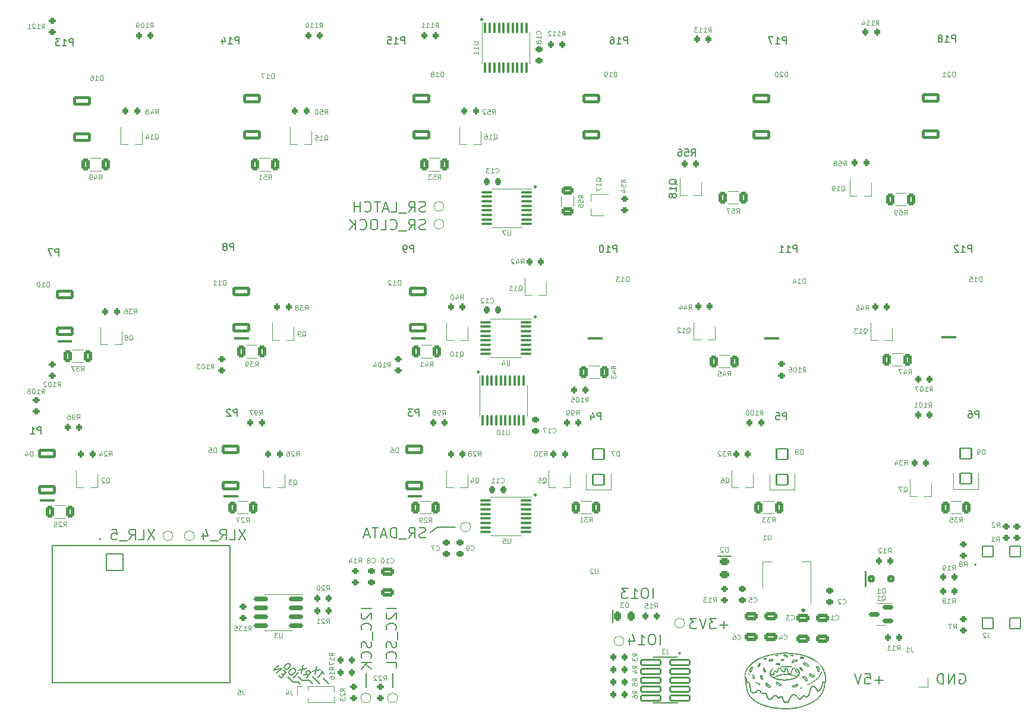
<source format=gbr>
%TF.GenerationSoftware,KiCad,Pcbnew,7.0.7*%
%TF.CreationDate,2024-03-09T13:17:09+01:00*%
%TF.ProjectId,button-board,62757474-6f6e-42d6-926f-6172642e6b69,rev?*%
%TF.SameCoordinates,Original*%
%TF.FileFunction,Legend,Bot*%
%TF.FilePolarity,Positive*%
%FSLAX46Y46*%
G04 Gerber Fmt 4.6, Leading zero omitted, Abs format (unit mm)*
G04 Created by KiCad (PCBNEW 7.0.7) date 2024-03-09 13:17:09*
%MOMM*%
%LPD*%
G01*
G04 APERTURE LIST*
G04 Aperture macros list*
%AMRoundRect*
0 Rectangle with rounded corners*
0 $1 Rounding radius*
0 $2 $3 $4 $5 $6 $7 $8 $9 X,Y pos of 4 corners*
0 Add a 4 corners polygon primitive as box body*
4,1,4,$2,$3,$4,$5,$6,$7,$8,$9,$2,$3,0*
0 Add four circle primitives for the rounded corners*
1,1,$1+$1,$2,$3*
1,1,$1+$1,$4,$5*
1,1,$1+$1,$6,$7*
1,1,$1+$1,$8,$9*
0 Add four rect primitives between the rounded corners*
20,1,$1+$1,$2,$3,$4,$5,0*
20,1,$1+$1,$4,$5,$6,$7,0*
20,1,$1+$1,$6,$7,$8,$9,0*
20,1,$1+$1,$8,$9,$2,$3,0*%
%AMFreePoly0*
4,1,43,0.523063,1.365106,0.538902,1.365106,0.551715,1.355796,0.566779,1.350902,0.576088,1.338088,0.588902,1.328779,0.593796,1.313715,0.603106,1.300902,0.603106,1.285062,0.608000,1.270000,0.608000,-1.270000,0.603106,-1.285062,0.603106,-1.300902,0.593796,-1.313715,0.588902,-1.328779,0.576088,-1.338088,0.566779,-1.350902,0.551715,-1.355796,0.538902,-1.365106,0.523063,-1.365106,
0.508000,-1.370000,-0.254000,-1.370000,-0.270926,-1.364500,-0.288710,-1.363783,-0.299590,-1.355187,-0.312779,-1.350902,-0.323241,-1.336501,-0.337205,-1.325470,-0.845205,-0.563470,-0.853042,-0.535569,-0.862000,-0.508000,-0.862000,0.508000,-0.853042,0.535569,-0.845205,0.563470,-0.337205,1.325470,-0.323241,1.336501,-0.312779,1.350902,-0.299590,1.355187,-0.288710,1.363783,-0.270926,1.364500,
-0.254000,1.370000,0.508000,1.370000,0.523063,1.365106,0.523063,1.365106,$1*%
G04 Aperture macros list end*
%ADD10C,0.200000*%
%ADD11C,0.026458*%
%ADD12C,0.275000*%
%ADD13C,0.150000*%
%ADD14C,0.100000*%
%ADD15C,0.120000*%
%ADD16C,0.314000*%
%ADD17C,0.127000*%
%ADD18C,5.060000*%
%ADD19C,3.560000*%
%ADD20C,2.060000*%
%ADD21C,0.010000*%
%ADD22C,2.540000*%
%ADD23C,3.200000*%
%ADD24RoundRect,0.200000X0.200000X0.275000X-0.200000X0.275000X-0.200000X-0.275000X0.200000X-0.275000X0*%
%ADD25RoundRect,0.250000X0.312500X0.625000X-0.312500X0.625000X-0.312500X-0.625000X0.312500X-0.625000X0*%
%ADD26RoundRect,0.200000X-0.275000X0.200000X-0.275000X-0.200000X0.275000X-0.200000X0.275000X0.200000X0*%
%ADD27R,0.650000X1.220000*%
%ADD28RoundRect,0.225000X0.250000X-0.225000X0.250000X0.225000X-0.250000X0.225000X-0.250000X-0.225000X0*%
%ADD29RoundRect,0.250000X-0.312500X-0.625000X0.312500X-0.625000X0.312500X0.625000X-0.312500X0.625000X0*%
%ADD30C,1.000000*%
%ADD31RoundRect,0.200000X-0.200000X-0.275000X0.200000X-0.275000X0.200000X0.275000X-0.200000X0.275000X0*%
%ADD32RoundRect,0.250000X-0.650000X0.325000X-0.650000X-0.325000X0.650000X-0.325000X0.650000X0.325000X0*%
%ADD33R,0.900000X1.500000*%
%ADD34R,1.500000X0.900000*%
%ADD35R,0.900000X0.900000*%
%ADD36RoundRect,0.200000X0.275000X-0.200000X0.275000X0.200000X-0.275000X0.200000X-0.275000X-0.200000X0*%
%ADD37RoundRect,0.229659X1.070341X-0.470341X1.070341X0.470341X-1.070341X0.470341X-1.070341X-0.470341X0*%
%ADD38FreePoly0,90.000000*%
%ADD39FreePoly0,270.000000*%
%ADD40RoundRect,0.225000X-0.250000X0.225000X-0.250000X-0.225000X0.250000X-0.225000X0.250000X0.225000X0*%
%ADD41RoundRect,0.100000X-0.100000X0.637500X-0.100000X-0.637500X0.100000X-0.637500X0.100000X0.637500X0*%
%ADD42R,1.500000X2.000000*%
%ADD43R,3.800000X2.000000*%
%ADD44RoundRect,0.100000X0.637500X0.100000X-0.637500X0.100000X-0.637500X-0.100000X0.637500X-0.100000X0*%
%ADD45RoundRect,0.225000X-0.225000X-0.250000X0.225000X-0.250000X0.225000X0.250000X-0.225000X0.250000X0*%
%ADD46C,1.600000*%
%ADD47RoundRect,0.102000X1.200000X1.200000X-1.200000X1.200000X-1.200000X-1.200000X1.200000X-1.200000X0*%
%ADD48C,2.004000*%
%ADD49C,2.604000*%
%ADD50RoundRect,0.150000X0.825000X0.150000X-0.825000X0.150000X-0.825000X-0.150000X0.825000X-0.150000X0*%
%ADD51RoundRect,0.250000X-0.625000X0.312500X-0.625000X-0.312500X0.625000X-0.312500X0.625000X0.312500X0*%
%ADD52RoundRect,0.150000X0.587500X0.150000X-0.587500X0.150000X-0.587500X-0.150000X0.587500X-0.150000X0*%
%ADD53RoundRect,0.102000X-1.395000X0.370000X-1.395000X-0.370000X1.395000X-0.370000X1.395000X0.370000X0*%
%ADD54RoundRect,0.102000X0.800000X-0.750000X0.800000X0.750000X-0.800000X0.750000X-0.800000X-0.750000X0*%
%ADD55RoundRect,0.243750X-0.243750X-0.456250X0.243750X-0.456250X0.243750X0.456250X-0.243750X0.456250X0*%
%ADD56R,1.220000X0.650000*%
%ADD57C,0.700000*%
%ADD58RoundRect,0.102000X-0.750000X0.750000X-0.750000X-0.750000X0.750000X-0.750000X0.750000X0.750000X0*%
%ADD59R,1.700000X1.700000*%
%ADD60O,1.700000X1.700000*%
%ADD61RoundRect,0.243750X-0.456250X0.243750X-0.456250X-0.243750X0.456250X-0.243750X0.456250X0.243750X0*%
%ADD62RoundRect,0.250000X-0.300000X-0.300000X0.300000X-0.300000X0.300000X0.300000X-0.300000X0.300000X0*%
%ADD63R,1.000000X1.000000*%
%ADD64O,1.000000X1.000000*%
G04 APERTURE END LIST*
D10*
X59272707Y64781400D02*
X59058422Y64709972D01*
X59058422Y64709972D02*
X58701279Y64709972D01*
X58701279Y64709972D02*
X58558422Y64781400D01*
X58558422Y64781400D02*
X58486993Y64852829D01*
X58486993Y64852829D02*
X58415564Y64995686D01*
X58415564Y64995686D02*
X58415564Y65138543D01*
X58415564Y65138543D02*
X58486993Y65281400D01*
X58486993Y65281400D02*
X58558422Y65352829D01*
X58558422Y65352829D02*
X58701279Y65424258D01*
X58701279Y65424258D02*
X58986993Y65495686D01*
X58986993Y65495686D02*
X59129850Y65567115D01*
X59129850Y65567115D02*
X59201279Y65638543D01*
X59201279Y65638543D02*
X59272707Y65781400D01*
X59272707Y65781400D02*
X59272707Y65924258D01*
X59272707Y65924258D02*
X59201279Y66067115D01*
X59201279Y66067115D02*
X59129850Y66138543D01*
X59129850Y66138543D02*
X58986993Y66209972D01*
X58986993Y66209972D02*
X58629850Y66209972D01*
X58629850Y66209972D02*
X58415564Y66138543D01*
X56915565Y64709972D02*
X57415565Y65424258D01*
X57772708Y64709972D02*
X57772708Y66209972D01*
X57772708Y66209972D02*
X57201279Y66209972D01*
X57201279Y66209972D02*
X57058422Y66138543D01*
X57058422Y66138543D02*
X56986993Y66067115D01*
X56986993Y66067115D02*
X56915565Y65924258D01*
X56915565Y65924258D02*
X56915565Y65709972D01*
X56915565Y65709972D02*
X56986993Y65567115D01*
X56986993Y65567115D02*
X57058422Y65495686D01*
X57058422Y65495686D02*
X57201279Y65424258D01*
X57201279Y65424258D02*
X57772708Y65424258D01*
X56629851Y64567115D02*
X55486993Y64567115D01*
X54272708Y64852829D02*
X54344136Y64781400D01*
X54344136Y64781400D02*
X54558422Y64709972D01*
X54558422Y64709972D02*
X54701279Y64709972D01*
X54701279Y64709972D02*
X54915565Y64781400D01*
X54915565Y64781400D02*
X55058422Y64924258D01*
X55058422Y64924258D02*
X55129851Y65067115D01*
X55129851Y65067115D02*
X55201279Y65352829D01*
X55201279Y65352829D02*
X55201279Y65567115D01*
X55201279Y65567115D02*
X55129851Y65852829D01*
X55129851Y65852829D02*
X55058422Y65995686D01*
X55058422Y65995686D02*
X54915565Y66138543D01*
X54915565Y66138543D02*
X54701279Y66209972D01*
X54701279Y66209972D02*
X54558422Y66209972D01*
X54558422Y66209972D02*
X54344136Y66138543D01*
X54344136Y66138543D02*
X54272708Y66067115D01*
X52915565Y64709972D02*
X53629851Y64709972D01*
X53629851Y64709972D02*
X53629851Y66209972D01*
X52129850Y66209972D02*
X51844136Y66209972D01*
X51844136Y66209972D02*
X51701279Y66138543D01*
X51701279Y66138543D02*
X51558422Y65995686D01*
X51558422Y65995686D02*
X51486993Y65709972D01*
X51486993Y65709972D02*
X51486993Y65209972D01*
X51486993Y65209972D02*
X51558422Y64924258D01*
X51558422Y64924258D02*
X51701279Y64781400D01*
X51701279Y64781400D02*
X51844136Y64709972D01*
X51844136Y64709972D02*
X52129850Y64709972D01*
X52129850Y64709972D02*
X52272708Y64781400D01*
X52272708Y64781400D02*
X52415565Y64924258D01*
X52415565Y64924258D02*
X52486993Y65209972D01*
X52486993Y65209972D02*
X52486993Y65709972D01*
X52486993Y65709972D02*
X52415565Y65995686D01*
X52415565Y65995686D02*
X52272708Y66138543D01*
X52272708Y66138543D02*
X52129850Y66209972D01*
X49986993Y64852829D02*
X50058421Y64781400D01*
X50058421Y64781400D02*
X50272707Y64709972D01*
X50272707Y64709972D02*
X50415564Y64709972D01*
X50415564Y64709972D02*
X50629850Y64781400D01*
X50629850Y64781400D02*
X50772707Y64924258D01*
X50772707Y64924258D02*
X50844136Y65067115D01*
X50844136Y65067115D02*
X50915564Y65352829D01*
X50915564Y65352829D02*
X50915564Y65567115D01*
X50915564Y65567115D02*
X50844136Y65852829D01*
X50844136Y65852829D02*
X50772707Y65995686D01*
X50772707Y65995686D02*
X50629850Y66138543D01*
X50629850Y66138543D02*
X50415564Y66209972D01*
X50415564Y66209972D02*
X50272707Y66209972D01*
X50272707Y66209972D02*
X50058421Y66138543D01*
X50058421Y66138543D02*
X49986993Y66067115D01*
X49344136Y64709972D02*
X49344136Y66209972D01*
X48486993Y64709972D02*
X49129850Y65567115D01*
X48486993Y66209972D02*
X49344136Y65352829D01*
X59272707Y67321400D02*
X59058422Y67249972D01*
X59058422Y67249972D02*
X58701279Y67249972D01*
X58701279Y67249972D02*
X58558422Y67321400D01*
X58558422Y67321400D02*
X58486993Y67392829D01*
X58486993Y67392829D02*
X58415564Y67535686D01*
X58415564Y67535686D02*
X58415564Y67678543D01*
X58415564Y67678543D02*
X58486993Y67821400D01*
X58486993Y67821400D02*
X58558422Y67892829D01*
X58558422Y67892829D02*
X58701279Y67964258D01*
X58701279Y67964258D02*
X58986993Y68035686D01*
X58986993Y68035686D02*
X59129850Y68107115D01*
X59129850Y68107115D02*
X59201279Y68178543D01*
X59201279Y68178543D02*
X59272707Y68321400D01*
X59272707Y68321400D02*
X59272707Y68464258D01*
X59272707Y68464258D02*
X59201279Y68607115D01*
X59201279Y68607115D02*
X59129850Y68678543D01*
X59129850Y68678543D02*
X58986993Y68749972D01*
X58986993Y68749972D02*
X58629850Y68749972D01*
X58629850Y68749972D02*
X58415564Y68678543D01*
X56915565Y67249972D02*
X57415565Y67964258D01*
X57772708Y67249972D02*
X57772708Y68749972D01*
X57772708Y68749972D02*
X57201279Y68749972D01*
X57201279Y68749972D02*
X57058422Y68678543D01*
X57058422Y68678543D02*
X56986993Y68607115D01*
X56986993Y68607115D02*
X56915565Y68464258D01*
X56915565Y68464258D02*
X56915565Y68249972D01*
X56915565Y68249972D02*
X56986993Y68107115D01*
X56986993Y68107115D02*
X57058422Y68035686D01*
X57058422Y68035686D02*
X57201279Y67964258D01*
X57201279Y67964258D02*
X57772708Y67964258D01*
X56629851Y67107115D02*
X55486993Y67107115D01*
X54415565Y67249972D02*
X55129851Y67249972D01*
X55129851Y67249972D02*
X55129851Y68749972D01*
X53986993Y67678543D02*
X53272708Y67678543D01*
X54129850Y67249972D02*
X53629850Y68749972D01*
X53629850Y68749972D02*
X53129850Y67249972D01*
X52844136Y68749972D02*
X51986994Y68749972D01*
X52415565Y67249972D02*
X52415565Y68749972D01*
X50629851Y67392829D02*
X50701279Y67321400D01*
X50701279Y67321400D02*
X50915565Y67249972D01*
X50915565Y67249972D02*
X51058422Y67249972D01*
X51058422Y67249972D02*
X51272708Y67321400D01*
X51272708Y67321400D02*
X51415565Y67464258D01*
X51415565Y67464258D02*
X51486994Y67607115D01*
X51486994Y67607115D02*
X51558422Y67892829D01*
X51558422Y67892829D02*
X51558422Y68107115D01*
X51558422Y68107115D02*
X51486994Y68392829D01*
X51486994Y68392829D02*
X51415565Y68535686D01*
X51415565Y68535686D02*
X51272708Y68678543D01*
X51272708Y68678543D02*
X51058422Y68749972D01*
X51058422Y68749972D02*
X50915565Y68749972D01*
X50915565Y68749972D02*
X50701279Y68678543D01*
X50701279Y68678543D02*
X50629851Y68607115D01*
X49986994Y67249972D02*
X49986994Y68749972D01*
X49986994Y68035686D02*
X49129851Y68035686D01*
X49129851Y67249972D02*
X49129851Y68749972D01*
D11*
X111103333Y4407783D02*
X111527787Y4376310D01*
X111951869Y4326988D01*
X112294309Y4272740D01*
X112628872Y4205761D01*
X112954468Y4126629D01*
X113270005Y4035918D01*
X113574394Y3934204D01*
X113866543Y3822066D01*
X114145362Y3700079D01*
X114409761Y3568817D01*
X114658649Y3428860D01*
X114890934Y3280783D01*
X115105527Y3125159D01*
X115301339Y2962569D01*
X115477276Y2793588D01*
X115632248Y2618790D01*
X115765168Y2438754D01*
X115874941Y2254055D01*
X115897223Y2209626D01*
X115920806Y2159133D01*
X115970796Y2042937D01*
X116022784Y1911444D01*
X116074642Y1770630D01*
X116124243Y1626474D01*
X116169457Y1484949D01*
X116208158Y1352035D01*
X116238217Y1233706D01*
X116253850Y1158954D01*
X116267051Y1082087D01*
X116277845Y1003868D01*
X116286249Y925061D01*
X116292288Y846431D01*
X116295985Y768745D01*
X116297359Y692765D01*
X116296434Y619258D01*
X116293231Y548987D01*
X116287773Y482720D01*
X116280080Y421220D01*
X116270176Y365251D01*
X116258082Y315578D01*
X116243821Y272966D01*
X116227412Y238183D01*
X116208881Y211990D01*
X116206025Y208639D01*
X116203227Y204964D01*
X116197807Y196633D01*
X116192617Y186976D01*
X116187650Y175967D01*
X116182901Y163587D01*
X116178368Y149814D01*
X116174043Y134627D01*
X116169922Y118003D01*
X116165999Y99922D01*
X116162271Y80361D01*
X116158730Y59297D01*
X116155375Y36711D01*
X116152198Y12578D01*
X116149194Y-13120D01*
X116146359Y-40408D01*
X116143687Y-69305D01*
X116121404Y-256054D01*
X116087480Y-440398D01*
X116042160Y-621959D01*
X115985689Y-800360D01*
X115918314Y-975226D01*
X115840276Y-1146177D01*
X115751822Y-1312840D01*
X115653196Y-1474839D01*
X115544643Y-1631792D01*
X115426405Y-1783329D01*
X115298730Y-1929068D01*
X115161863Y-2068635D01*
X115016045Y-2201654D01*
X114861523Y-2327746D01*
X114698542Y-2446536D01*
X114527345Y-2557649D01*
X114489338Y-2580476D01*
X114448827Y-2604062D01*
X114407061Y-2627728D01*
X114365286Y-2650793D01*
X114324753Y-2672576D01*
X114286708Y-2692399D01*
X114252399Y-2709582D01*
X114223074Y-2723443D01*
X114150378Y-2756971D01*
X114047124Y-2805347D01*
X113803951Y-2920744D01*
X113595268Y-3014930D01*
X113378165Y-3101927D01*
X113153088Y-3181670D01*
X112920477Y-3254094D01*
X112680778Y-3319129D01*
X112434432Y-3376716D01*
X112181883Y-3426783D01*
X111923573Y-3469268D01*
X111659947Y-3504107D01*
X111391448Y-3531230D01*
X111118518Y-3550573D01*
X110841599Y-3562071D01*
X110561137Y-3565657D01*
X110277571Y-3561269D01*
X110204677Y-3558102D01*
X109991350Y-3548838D01*
X109702911Y-3528297D01*
X109395965Y-3499287D01*
X109109494Y-3465974D01*
X108840023Y-3427707D01*
X108584080Y-3383838D01*
X108338191Y-3333713D01*
X108098881Y-3276684D01*
X107862679Y-3212101D01*
X107626110Y-3139311D01*
X107469749Y-3086888D01*
X107318325Y-3032566D01*
X107171794Y-2976322D01*
X107030111Y-2918130D01*
X106893234Y-2857968D01*
X106761117Y-2795809D01*
X106633717Y-2731627D01*
X106510990Y-2665403D01*
X106392891Y-2597107D01*
X106279379Y-2526716D01*
X106170406Y-2454206D01*
X106065930Y-2379553D01*
X105965907Y-2302732D01*
X105870291Y-2223716D01*
X105779042Y-2142484D01*
X105692112Y-2059008D01*
X105614303Y-1980466D01*
X105581119Y-1945977D01*
X105551181Y-1913897D01*
X105524069Y-1883637D01*
X105499359Y-1854611D01*
X105476628Y-1826232D01*
X105455455Y-1797913D01*
X105435414Y-1769069D01*
X105416084Y-1739110D01*
X105397040Y-1707453D01*
X105377863Y-1673511D01*
X105358126Y-1636696D01*
X105337407Y-1596420D01*
X105291334Y-1503147D01*
X105260992Y-1439644D01*
X105231137Y-1375180D01*
X105202532Y-1311543D01*
X105175944Y-1250514D01*
X105152135Y-1193879D01*
X105131871Y-1143420D01*
X105115915Y-1100922D01*
X105105029Y-1068169D01*
X105045659Y-858565D01*
X104994105Y-655890D01*
X104950046Y-458274D01*
X104913159Y-263848D01*
X104883121Y-70743D01*
X104859610Y122908D01*
X104842302Y318976D01*
X104830877Y519329D01*
X104827609Y584281D01*
X104824635Y629381D01*
X104893030Y629381D01*
X104893458Y581763D01*
X104895038Y525944D01*
X104907076Y319541D01*
X104928074Y100670D01*
X104956983Y-124597D01*
X104992744Y-350184D01*
X105034305Y-570024D01*
X105080612Y-778039D01*
X105130611Y-968162D01*
X105156664Y-1054613D01*
X105183246Y-1134316D01*
X105229679Y-1254406D01*
X105283461Y-1372046D01*
X105344517Y-1487158D01*
X105412773Y-1599667D01*
X105488153Y-1709497D01*
X105570581Y-1816576D01*
X105659984Y-1920825D01*
X105756285Y-2022172D01*
X105859410Y-2120540D01*
X105969284Y-2215852D01*
X106085830Y-2308036D01*
X106208974Y-2397017D01*
X106338642Y-2482717D01*
X106474759Y-2565061D01*
X106617248Y-2643975D01*
X106766035Y-2719385D01*
X106905068Y-2784940D01*
X107044991Y-2847230D01*
X107186009Y-2906315D01*
X107328329Y-2962248D01*
X107472155Y-3015092D01*
X107617693Y-3064902D01*
X107765147Y-3111737D01*
X107914727Y-3155655D01*
X108066634Y-3196713D01*
X108221076Y-3234969D01*
X108378256Y-3270482D01*
X108538384Y-3303308D01*
X108701662Y-3333509D01*
X108868297Y-3361138D01*
X109212457Y-3408920D01*
X109414577Y-3433262D01*
X109579356Y-3451534D01*
X109723776Y-3464476D01*
X109864815Y-3472825D01*
X110019455Y-3477319D01*
X110204676Y-3478695D01*
X110734785Y-3475043D01*
X111141669Y-3468946D01*
X111301192Y-3464330D01*
X111438531Y-3458289D01*
X111559008Y-3450541D01*
X111667946Y-3440797D01*
X111770667Y-3428775D01*
X111872492Y-3414191D01*
X111872495Y-3414192D01*
X112171721Y-3363958D01*
X112447901Y-3308448D01*
X112580207Y-3277818D01*
X112710176Y-3244792D01*
X112838953Y-3209011D01*
X112967680Y-3170117D01*
X113097498Y-3127750D01*
X113229551Y-3081550D01*
X113504925Y-2976221D01*
X113802941Y-2851259D01*
X114132737Y-2703789D01*
X114243721Y-2650006D01*
X114354909Y-2590342D01*
X114465790Y-2525239D01*
X114575854Y-2455142D01*
X114684595Y-2380492D01*
X114791500Y-2301733D01*
X114896062Y-2219309D01*
X114997771Y-2133663D01*
X115096117Y-2045236D01*
X115190592Y-1954475D01*
X115280685Y-1861820D01*
X115365888Y-1767716D01*
X115445690Y-1672607D01*
X115519584Y-1576934D01*
X115587059Y-1481139D01*
X115647606Y-1385669D01*
X115696061Y-1301844D01*
X115742145Y-1216442D01*
X115785783Y-1129693D01*
X115826902Y-1041832D01*
X115865425Y-953094D01*
X115901278Y-863713D01*
X115934386Y-773920D01*
X115964673Y-683954D01*
X115992065Y-594045D01*
X116016487Y-504428D01*
X116037863Y-415335D01*
X116056120Y-327003D01*
X116071181Y-239665D01*
X116082972Y-153553D01*
X116091417Y-68902D01*
X116096443Y14053D01*
X116098334Y71801D01*
X116098812Y119128D01*
X116098470Y139249D01*
X116097711Y157204D01*
X116096514Y173138D01*
X116094861Y187198D01*
X116092728Y199529D01*
X116090094Y210281D01*
X116086941Y219598D01*
X116083245Y227626D01*
X116078986Y234511D01*
X116074144Y240400D01*
X116068696Y245439D01*
X116062623Y249775D01*
X116055372Y254108D01*
X116048297Y257845D01*
X116041390Y260974D01*
X116034642Y263490D01*
X116028050Y265383D01*
X116021601Y266644D01*
X116015290Y267267D01*
X116009107Y267242D01*
X116003050Y266563D01*
X115997106Y265218D01*
X115991268Y263200D01*
X115985532Y260503D01*
X115979888Y257117D01*
X115974328Y253035D01*
X115968845Y248248D01*
X115963432Y242746D01*
X115958080Y236523D01*
X115952783Y229570D01*
X115947531Y221878D01*
X115942320Y213441D01*
X115937141Y204249D01*
X115931985Y194294D01*
X115926846Y183567D01*
X115921715Y172061D01*
X115916587Y159768D01*
X115911451Y146678D01*
X115906301Y132784D01*
X115901131Y118079D01*
X115890696Y86197D01*
X115880084Y50966D01*
X115816100Y-164954D01*
X115759999Y-342754D01*
X115709190Y-488304D01*
X115684960Y-550821D01*
X115661081Y-607479D01*
X115637230Y-659011D01*
X115613082Y-706153D01*
X115588313Y-749637D01*
X115562601Y-790199D01*
X115535620Y-828573D01*
X115507045Y-865491D01*
X115476556Y-901690D01*
X115443827Y-937905D01*
X115427571Y-954763D01*
X115411426Y-970309D01*
X115395391Y-984536D01*
X115379460Y-997449D01*
X115363632Y-1009045D01*
X115347902Y-1019323D01*
X115332268Y-1028281D01*
X115316727Y-1035920D01*
X115301276Y-1042240D01*
X115285910Y-1047237D01*
X115270630Y-1050913D01*
X115255429Y-1053268D01*
X115240306Y-1054299D01*
X115225257Y-1054007D01*
X115210279Y-1052389D01*
X115195370Y-1049445D01*
X115180525Y-1045177D01*
X115165743Y-1039580D01*
X115151019Y-1032658D01*
X115136351Y-1024406D01*
X115121736Y-1014824D01*
X115107170Y-1003912D01*
X115092651Y-991672D01*
X115078174Y-978099D01*
X115063740Y-963194D01*
X115049342Y-946956D01*
X115034977Y-929383D01*
X115020645Y-910477D01*
X115006339Y-890236D01*
X114992059Y-868659D01*
X114977802Y-845745D01*
X114963562Y-821494D01*
X114942242Y-785121D01*
X114920461Y-749827D01*
X114898313Y-715720D01*
X114875897Y-682909D01*
X114853307Y-651502D01*
X114830637Y-621612D01*
X114807985Y-593344D01*
X114785445Y-566809D01*
X114763112Y-542115D01*
X114741083Y-519372D01*
X114719454Y-498690D01*
X114698319Y-480176D01*
X114677773Y-463939D01*
X114657914Y-450091D01*
X114638836Y-438738D01*
X114620635Y-429991D01*
X114595428Y-420140D01*
X114570812Y-411902D01*
X114546787Y-405281D01*
X114523347Y-400277D01*
X114500492Y-396894D01*
X114478218Y-395136D01*
X114456523Y-395003D01*
X114435403Y-396499D01*
X114414855Y-399627D01*
X114394879Y-404389D01*
X114375469Y-410786D01*
X114356625Y-418825D01*
X114338341Y-428504D01*
X114320618Y-439829D01*
X114303450Y-452800D01*
X114286835Y-467421D01*
X114270772Y-483695D01*
X114255256Y-501624D01*
X114240285Y-521211D01*
X114225857Y-542457D01*
X114211968Y-565367D01*
X114198616Y-589942D01*
X114185799Y-616184D01*
X114173513Y-644099D01*
X114161755Y-673686D01*
X114150523Y-704948D01*
X114139814Y-737890D01*
X114129626Y-772514D01*
X114119954Y-808822D01*
X114110797Y-846814D01*
X114094018Y-927872D01*
X114063830Y-1085975D01*
X114037419Y-1213760D01*
X114012901Y-1316994D01*
X114000764Y-1361207D01*
X113988393Y-1401444D01*
X113975556Y-1438428D01*
X113962014Y-1472880D01*
X113947533Y-1505522D01*
X113931879Y-1537072D01*
X113914814Y-1568251D01*
X113896105Y-1599783D01*
X113852810Y-1666786D01*
X113826699Y-1704831D01*
X113800208Y-1741819D01*
X113774067Y-1776830D01*
X113749010Y-1808951D01*
X113725768Y-1837266D01*
X113705073Y-1860855D01*
X113695911Y-1870593D01*
X113687660Y-1878806D01*
X113680414Y-1885379D01*
X113674261Y-1890200D01*
X113665164Y-1896237D01*
X113655859Y-1901764D01*
X113646349Y-1906778D01*
X113636643Y-1911282D01*
X113626751Y-1915278D01*
X113616680Y-1918766D01*
X113606436Y-1921748D01*
X113596029Y-1924225D01*
X113585464Y-1926197D01*
X113574752Y-1927666D01*
X113563899Y-1928633D01*
X113552914Y-1929101D01*
X113541803Y-1929068D01*
X113530574Y-1928539D01*
X113519239Y-1927511D01*
X113507800Y-1925989D01*
X113496268Y-1923971D01*
X113484650Y-1921461D01*
X113461187Y-1914966D01*
X113437476Y-1906513D01*
X113413578Y-1896109D01*
X113389555Y-1883769D01*
X113365469Y-1869497D01*
X113341385Y-1853305D01*
X113317363Y-1835205D01*
X113286349Y-1811301D01*
X113257722Y-1791030D01*
X113244206Y-1782281D01*
X113231166Y-1774470D01*
X113218562Y-1767607D01*
X113206353Y-1761702D01*
X113194501Y-1756768D01*
X113182964Y-1752813D01*
X113171703Y-1749845D01*
X113160675Y-1747878D01*
X113149843Y-1746922D01*
X113139165Y-1746985D01*
X113128600Y-1748079D01*
X113118110Y-1750214D01*
X113107652Y-1753398D01*
X113097189Y-1757645D01*
X113086677Y-1762962D01*
X113076079Y-1769360D01*
X113065352Y-1776850D01*
X113054457Y-1785443D01*
X113043354Y-1795147D01*
X113032002Y-1805974D01*
X113020360Y-1817934D01*
X113008389Y-1831038D01*
X112983300Y-1860712D01*
X112956408Y-1895081D01*
X112927392Y-1934227D01*
X112886135Y-1990168D01*
X112867933Y-2013968D01*
X112851013Y-2035298D01*
X112835121Y-2054388D01*
X112820004Y-2071470D01*
X112805410Y-2086776D01*
X112791086Y-2100535D01*
X112776780Y-2112982D01*
X112762238Y-2124345D01*
X112747207Y-2134856D01*
X112731434Y-2144749D01*
X112714667Y-2154253D01*
X112696652Y-2163601D01*
X112677139Y-2173022D01*
X112655872Y-2182751D01*
X112631497Y-2192977D01*
X112619908Y-2197268D01*
X112608682Y-2200994D01*
X112597797Y-2204141D01*
X112587225Y-2206696D01*
X112576943Y-2208647D01*
X112566923Y-2209982D01*
X112557141Y-2210690D01*
X112547574Y-2210753D01*
X112538192Y-2210162D01*
X112528974Y-2208906D01*
X112519891Y-2206968D01*
X112510921Y-2204338D01*
X112502037Y-2201002D01*
X112493215Y-2196948D01*
X112484428Y-2192163D01*
X112475651Y-2186635D01*
X112466859Y-2180350D01*
X112458026Y-2173297D01*
X112449129Y-2165461D01*
X112440140Y-2156832D01*
X112431035Y-2147395D01*
X112421788Y-2137139D01*
X112412375Y-2126050D01*
X112402769Y-2114116D01*
X112382879Y-2087662D01*
X112361919Y-2057675D01*
X112339683Y-2024052D01*
X112296247Y-1960117D01*
X112251809Y-1901007D01*
X112206498Y-1846789D01*
X112160443Y-1797538D01*
X112137176Y-1774795D01*
X112113772Y-1753320D01*
X112090245Y-1733120D01*
X112066614Y-1714205D01*
X112042893Y-1696586D01*
X112019098Y-1680267D01*
X111995245Y-1665261D01*
X111971353Y-1651573D01*
X111947434Y-1639214D01*
X111923506Y-1628195D01*
X111899585Y-1618520D01*
X111875686Y-1610200D01*
X111851828Y-1603244D01*
X111828025Y-1597660D01*
X111804293Y-1593458D01*
X111780648Y-1590646D01*
X111757105Y-1589233D01*
X111733684Y-1589228D01*
X111710397Y-1590638D01*
X111687264Y-1593474D01*
X111664297Y-1597745D01*
X111641514Y-1603457D01*
X111618931Y-1610621D01*
X111596564Y-1619244D01*
X111582649Y-1625923D01*
X111568084Y-1634496D01*
X111552913Y-1644894D01*
X111537182Y-1657053D01*
X111504221Y-1686374D01*
X111469567Y-1721914D01*
X111433578Y-1763124D01*
X111396619Y-1809465D01*
X111359055Y-1860386D01*
X111321245Y-1915347D01*
X111283553Y-1973801D01*
X111246342Y-2035202D01*
X111209975Y-2099007D01*
X111174815Y-2164672D01*
X111141224Y-2231648D01*
X111109564Y-2299395D01*
X111080200Y-2367364D01*
X111053493Y-2435012D01*
X111048393Y-2447945D01*
X111042674Y-2461242D01*
X111036403Y-2474803D01*
X111029638Y-2488532D01*
X111022442Y-2502325D01*
X111014877Y-2516086D01*
X111007005Y-2529711D01*
X110998887Y-2543102D01*
X110990588Y-2556160D01*
X110982168Y-2568785D01*
X110973688Y-2580876D01*
X110965212Y-2592332D01*
X110956800Y-2603058D01*
X110948516Y-2612947D01*
X110940420Y-2621906D01*
X110932576Y-2629830D01*
X110920057Y-2641635D01*
X110908442Y-2652042D01*
X110902876Y-2656744D01*
X110897419Y-2661124D01*
X110892029Y-2665189D01*
X110886667Y-2668952D01*
X110881295Y-2672417D01*
X110875873Y-2675599D01*
X110870361Y-2678502D01*
X110864720Y-2681138D01*
X110858910Y-2683514D01*
X110852893Y-2685641D01*
X110846627Y-2687527D01*
X110840074Y-2689180D01*
X110833195Y-2690612D01*
X110825950Y-2691830D01*
X110818299Y-2692844D01*
X110810202Y-2693664D01*
X110801620Y-2694296D01*
X110792516Y-2694750D01*
X110772576Y-2695166D01*
X110750065Y-2694980D01*
X110724667Y-2694267D01*
X110696067Y-2693100D01*
X110683755Y-2692506D01*
X110663949Y-2691551D01*
X110611504Y-2688262D01*
X110588007Y-2686232D01*
X110566151Y-2683901D01*
X110545802Y-2681235D01*
X110526827Y-2678200D01*
X110509093Y-2674763D01*
X110492467Y-2670887D01*
X110476815Y-2666542D01*
X110462005Y-2661690D01*
X110447903Y-2656301D01*
X110434377Y-2650340D01*
X110421293Y-2643771D01*
X110408519Y-2636563D01*
X110395920Y-2628680D01*
X110383364Y-2620088D01*
X110366238Y-2606450D01*
X110348438Y-2589606D01*
X110330210Y-2569971D01*
X110311799Y-2547967D01*
X110293450Y-2524005D01*
X110275408Y-2498508D01*
X110257922Y-2471888D01*
X110241233Y-2444565D01*
X110225588Y-2416954D01*
X110211234Y-2389473D01*
X110198414Y-2362540D01*
X110187375Y-2336570D01*
X110178361Y-2311981D01*
X110171618Y-2289191D01*
X110167393Y-2268616D01*
X110166302Y-2259288D01*
X110165930Y-2250672D01*
X110164144Y-2233939D01*
X110159054Y-2212732D01*
X110151064Y-2187816D01*
X110140581Y-2159956D01*
X110128009Y-2129923D01*
X110113752Y-2098480D01*
X110098214Y-2066393D01*
X110081804Y-2034431D01*
X110064922Y-2003358D01*
X110047974Y-1973942D01*
X110031367Y-1946949D01*
X110015505Y-1923144D01*
X110000791Y-1903296D01*
X109987632Y-1888169D01*
X109981761Y-1882616D01*
X109976431Y-1878532D01*
X109971690Y-1876010D01*
X109967593Y-1875149D01*
X109963765Y-1875066D01*
X109959621Y-1874824D01*
X109955201Y-1874429D01*
X109950545Y-1873891D01*
X109940679Y-1872415D01*
X109930339Y-1870463D01*
X109919842Y-1868101D01*
X109909505Y-1865391D01*
X109899640Y-1862403D01*
X109894986Y-1860823D01*
X109890568Y-1859198D01*
X109887921Y-1858350D01*
X109885114Y-1857773D01*
X109882152Y-1857469D01*
X109879032Y-1857437D01*
X109875754Y-1857677D01*
X109872321Y-1858186D01*
X109868734Y-1858967D01*
X109864992Y-1860018D01*
X109861095Y-1861337D01*
X109857046Y-1862927D01*
X109852846Y-1864784D01*
X109848493Y-1866910D01*
X109839333Y-1871964D01*
X109829577Y-1878085D01*
X109819228Y-1885269D01*
X109808291Y-1893514D01*
X109796772Y-1902814D01*
X109784676Y-1913168D01*
X109772010Y-1924570D01*
X109758778Y-1937017D01*
X109744987Y-1950505D01*
X109730640Y-1965032D01*
X109706330Y-1989495D01*
X109682616Y-2012317D01*
X109660092Y-2033000D01*
X109639352Y-2051041D01*
X109620988Y-2065944D01*
X109612882Y-2072060D01*
X109605593Y-2077205D01*
X109599193Y-2081317D01*
X109593759Y-2084330D01*
X109589363Y-2086183D01*
X109586080Y-2086816D01*
X109579199Y-2086612D01*
X109572245Y-2086009D01*
X109565227Y-2085016D01*
X109558156Y-2083640D01*
X109551045Y-2081891D01*
X109543904Y-2079777D01*
X109536745Y-2077310D01*
X109529578Y-2074495D01*
X109515269Y-2067863D01*
X109501065Y-2059952D01*
X109487057Y-2050836D01*
X109473334Y-2040585D01*
X109459989Y-2029272D01*
X109447108Y-2016968D01*
X109434782Y-2003744D01*
X109423101Y-1989672D01*
X109412156Y-1974824D01*
X109402035Y-1959269D01*
X109392829Y-1943083D01*
X109384630Y-1926335D01*
X109370676Y-1896359D01*
X109357049Y-1869197D01*
X109343592Y-1844727D01*
X109330147Y-1822829D01*
X109316557Y-1803380D01*
X109309657Y-1794538D01*
X109302664Y-1786260D01*
X109295555Y-1778536D01*
X109288311Y-1771347D01*
X109280914Y-1764681D01*
X109273341Y-1758520D01*
X109265576Y-1752849D01*
X109257596Y-1747655D01*
X109249384Y-1742923D01*
X109240919Y-1738634D01*
X109232180Y-1734777D01*
X109223151Y-1731334D01*
X109213809Y-1728292D01*
X109204135Y-1725634D01*
X109194111Y-1723345D01*
X109183716Y-1721411D01*
X109161734Y-1718546D01*
X109138033Y-1716916D01*
X109112454Y-1716398D01*
X109084336Y-1716846D01*
X109058393Y-1718330D01*
X109034316Y-1721065D01*
X109022881Y-1722969D01*
X109011798Y-1725266D01*
X109001028Y-1727982D01*
X108990532Y-1731144D01*
X108980272Y-1734779D01*
X108970210Y-1738914D01*
X108960308Y-1743576D01*
X108950528Y-1748792D01*
X108940830Y-1754587D01*
X108931176Y-1760988D01*
X108921528Y-1768023D01*
X108911847Y-1775718D01*
X108902095Y-1784099D01*
X108892235Y-1793196D01*
X108872033Y-1813634D01*
X108850932Y-1837248D01*
X108828628Y-1864249D01*
X108804811Y-1894855D01*
X108779176Y-1929275D01*
X108751414Y-1967728D01*
X108715873Y-2015264D01*
X108680315Y-2058248D01*
X108662515Y-2078039D01*
X108644694Y-2096699D01*
X108626846Y-2114228D01*
X108608963Y-2130631D01*
X108591040Y-2145910D01*
X108573071Y-2160067D01*
X108555051Y-2173102D01*
X108536972Y-2185020D01*
X108518831Y-2195824D01*
X108500618Y-2205512D01*
X108482332Y-2214092D01*
X108463962Y-2221561D01*
X108445505Y-2227923D01*
X108426953Y-2233181D01*
X108408302Y-2237339D01*
X108389545Y-2240395D01*
X108370678Y-2242354D01*
X108351692Y-2243218D01*
X108332582Y-2242988D01*
X108313342Y-2241667D01*
X108293966Y-2239258D01*
X108274449Y-2235764D01*
X108254784Y-2231185D01*
X108234965Y-2225524D01*
X108214987Y-2218782D01*
X108194843Y-2210964D01*
X108174526Y-2202072D01*
X108154033Y-2192106D01*
X108141480Y-2185406D01*
X108129182Y-2178243D01*
X108117134Y-2170613D01*
X108105334Y-2162511D01*
X108093779Y-2153932D01*
X108082467Y-2144872D01*
X108071395Y-2135328D01*
X108060560Y-2125295D01*
X108049962Y-2114769D01*
X108039595Y-2103747D01*
X108029458Y-2092223D01*
X108019547Y-2080193D01*
X108009863Y-2067653D01*
X108000400Y-2054599D01*
X107991156Y-2041026D01*
X107982127Y-2026932D01*
X107964713Y-1997157D01*
X107948133Y-1965245D01*
X107932370Y-1931157D01*
X107917399Y-1894863D01*
X107903201Y-1856327D01*
X107889756Y-1815517D01*
X107877041Y-1772400D01*
X107865038Y-1726940D01*
X107854223Y-1685771D01*
X107842487Y-1644852D01*
X107830205Y-1605255D01*
X107817750Y-1568059D01*
X107805499Y-1534339D01*
X107793826Y-1505167D01*
X107783104Y-1481621D01*
X107778217Y-1472295D01*
X107773709Y-1464776D01*
X107767911Y-1456548D01*
X107761476Y-1448567D01*
X107754440Y-1440837D01*
X107746830Y-1433373D01*
X107738680Y-1426180D01*
X107730022Y-1419269D01*
X107720886Y-1412648D01*
X107711305Y-1406325D01*
X107701312Y-1400313D01*
X107690938Y-1394616D01*
X107669171Y-1384211D01*
X107646259Y-1375182D01*
X107622457Y-1367603D01*
X107598022Y-1361542D01*
X107573203Y-1357075D01*
X107548258Y-1354274D01*
X107523440Y-1353208D01*
X107511157Y-1353348D01*
X107499004Y-1353949D01*
X107487008Y-1355020D01*
X107475203Y-1356571D01*
X107463619Y-1358609D01*
X107452292Y-1361145D01*
X107441249Y-1364186D01*
X107430525Y-1367741D01*
X107411352Y-1374233D01*
X107392264Y-1379821D01*
X107373282Y-1384518D01*
X107354430Y-1388330D01*
X107335729Y-1391267D01*
X107317202Y-1393339D01*
X107298871Y-1394557D01*
X107280759Y-1394930D01*
X107262889Y-1394465D01*
X107245282Y-1393173D01*
X107227962Y-1391063D01*
X107210950Y-1388146D01*
X107194268Y-1384428D01*
X107177942Y-1379922D01*
X107161990Y-1374636D01*
X107146439Y-1368580D01*
X107131307Y-1361762D01*
X107116618Y-1354193D01*
X107102396Y-1345881D01*
X107088661Y-1336837D01*
X107075438Y-1327068D01*
X107062746Y-1316586D01*
X107050612Y-1305399D01*
X107039055Y-1293516D01*
X107028099Y-1280948D01*
X107017765Y-1267703D01*
X107008076Y-1253793D01*
X106999057Y-1239223D01*
X106990727Y-1224006D01*
X106983110Y-1208150D01*
X106976226Y-1191665D01*
X106970103Y-1174561D01*
X106962010Y-1150706D01*
X106954109Y-1129021D01*
X106946251Y-1109333D01*
X106938295Y-1091482D01*
X106930089Y-1075295D01*
X106921490Y-1060608D01*
X106912350Y-1047256D01*
X106902525Y-1035067D01*
X106891868Y-1023880D01*
X106880232Y-1013523D01*
X106867472Y-1003834D01*
X106853440Y-994641D01*
X106837991Y-985781D01*
X106820977Y-977086D01*
X106802256Y-968389D01*
X106781678Y-959523D01*
X106758496Y-950393D01*
X106736719Y-943067D01*
X106726292Y-940103D01*
X106716137Y-937619D01*
X106706228Y-935621D01*
X106696541Y-934121D01*
X106687048Y-933127D01*
X106677722Y-932649D01*
X106668538Y-932693D01*
X106659469Y-933270D01*
X106650492Y-934392D01*
X106641577Y-936062D01*
X106632699Y-938296D01*
X106623832Y-941097D01*
X106614951Y-944479D01*
X106606027Y-948447D01*
X106597037Y-953012D01*
X106587953Y-958184D01*
X106578749Y-963971D01*
X106569399Y-970383D01*
X106559878Y-977428D01*
X106550158Y-985115D01*
X106530019Y-1002454D01*
X106508774Y-1022473D01*
X106486212Y-1045246D01*
X106462126Y-1070842D01*
X106429534Y-1105584D01*
X106398632Y-1137191D01*
X106369198Y-1165785D01*
X106341013Y-1191489D01*
X106313859Y-1214428D01*
X106287514Y-1234725D01*
X106261763Y-1252504D01*
X106236384Y-1267887D01*
X106211157Y-1280996D01*
X106185865Y-1291959D01*
X106160289Y-1300896D01*
X106134207Y-1307932D01*
X106107403Y-1313189D01*
X106079656Y-1316791D01*
X106050746Y-1318862D01*
X106020455Y-1319525D01*
X105989343Y-1318921D01*
X105959325Y-1317096D01*
X105930391Y-1314030D01*
X105902524Y-1309701D01*
X105875709Y-1304093D01*
X105849933Y-1297183D01*
X105825180Y-1288951D01*
X105801437Y-1279379D01*
X105778688Y-1268444D01*
X105756920Y-1256127D01*
X105736117Y-1242409D01*
X105716266Y-1227269D01*
X105697351Y-1210686D01*
X105679358Y-1192642D01*
X105662273Y-1173116D01*
X105646081Y-1152087D01*
X105630768Y-1129535D01*
X105616318Y-1105442D01*
X105602718Y-1079786D01*
X105589953Y-1052546D01*
X105578009Y-1023705D01*
X105566870Y-993241D01*
X105556523Y-961133D01*
X105546953Y-927363D01*
X105538146Y-891911D01*
X105530085Y-854755D01*
X105522759Y-815874D01*
X105516152Y-775252D01*
X105505035Y-688697D01*
X105496619Y-594926D01*
X105485582Y-460031D01*
X105473081Y-338140D01*
X105459099Y-229159D01*
X105443620Y-132993D01*
X105426626Y-49548D01*
X105408100Y21269D01*
X105398257Y51974D01*
X105388025Y79558D01*
X105377402Y104032D01*
X105366384Y125411D01*
X105356418Y142889D01*
X105347373Y158249D01*
X105339015Y171614D01*
X105331109Y183108D01*
X105327251Y188190D01*
X105323418Y192851D01*
X105319580Y197105D01*
X105315707Y200968D01*
X105311770Y204455D01*
X105307742Y207581D01*
X105303590Y210361D01*
X105299286Y212811D01*
X105294801Y214949D01*
X105290105Y216785D01*
X105285168Y218339D01*
X105279964Y219623D01*
X105274459Y220654D01*
X105268626Y221448D01*
X105262435Y222018D01*
X105255855Y222383D01*
X105241420Y222550D01*
X105225081Y222074D01*
X105206605Y221078D01*
X105185756Y219681D01*
X105167090Y218489D01*
X105150187Y217693D01*
X105134913Y217340D01*
X105121137Y217470D01*
X105108728Y218127D01*
X105097553Y219356D01*
X105087479Y221199D01*
X105078374Y223700D01*
X105070105Y226902D01*
X105062544Y230850D01*
X105055554Y235585D01*
X105049004Y241151D01*
X105042762Y247592D01*
X105036698Y254951D01*
X105030676Y263272D01*
X105024568Y272599D01*
X105020534Y279553D01*
X105016438Y287658D01*
X105012311Y296816D01*
X105008178Y306926D01*
X105004072Y317889D01*
X105000020Y329608D01*
X104996049Y341981D01*
X104992189Y354911D01*
X104988468Y368294D01*
X104984915Y382037D01*
X104981561Y396036D01*
X104978430Y410192D01*
X104975554Y424409D01*
X104972960Y438583D01*
X104970677Y452617D01*
X104968734Y466413D01*
X104960398Y527689D01*
X104952233Y581556D01*
X104944308Y627957D01*
X104936692Y666835D01*
X104929457Y698135D01*
X104922672Y721797D01*
X104916407Y737765D01*
X104913492Y742848D01*
X104910734Y745985D01*
X104908141Y747170D01*
X104905721Y746398D01*
X104903485Y743658D01*
X104901440Y738946D01*
X104897960Y723576D01*
X104895352Y700231D01*
X104893684Y668851D01*
X104893030Y629381D01*
X104824635Y629381D01*
X104823464Y647139D01*
X104818607Y706368D01*
X104813212Y760429D01*
X104807443Y807783D01*
X104801473Y846897D01*
X104795469Y876228D01*
X104792507Y886746D01*
X104789602Y894240D01*
X104786537Y902088D01*
X104783736Y912389D01*
X104781202Y925057D01*
X104778939Y940001D01*
X104776952Y957134D01*
X104775244Y976366D01*
X104773818Y997609D01*
X104772678Y1020775D01*
X104771270Y1072519D01*
X104771085Y1121460D01*
X104795090Y1121460D01*
X104795194Y1099976D01*
X104795613Y1080477D01*
X104796412Y1062780D01*
X104797662Y1046702D01*
X104799428Y1032060D01*
X104801782Y1018672D01*
X104804790Y1006357D01*
X104808519Y994929D01*
X104813039Y984207D01*
X104818417Y974010D01*
X104824721Y964152D01*
X104832019Y954454D01*
X104840381Y944730D01*
X104849872Y934800D01*
X104860563Y924480D01*
X104872519Y913589D01*
X104890154Y896741D01*
X104906998Y878379D01*
X104923002Y858612D01*
X104938120Y837556D01*
X104952306Y815321D01*
X104965512Y792025D01*
X104977693Y767776D01*
X104988800Y742689D01*
X104998787Y716879D01*
X105007608Y690457D01*
X105015215Y663536D01*
X105021561Y636228D01*
X105026601Y608649D01*
X105030286Y580911D01*
X105032569Y553125D01*
X105033405Y525408D01*
X105034092Y495532D01*
X105035935Y467619D01*
X105038930Y441677D01*
X105043069Y417715D01*
X105048350Y395742D01*
X105054765Y375766D01*
X105062309Y357798D01*
X105070976Y341843D01*
X105075730Y334626D01*
X105080761Y327914D01*
X105086072Y321711D01*
X105091660Y316018D01*
X105097524Y310835D01*
X105103666Y306163D01*
X105110082Y302004D01*
X105116774Y298359D01*
X105123739Y295229D01*
X105130979Y292614D01*
X105138490Y290517D01*
X105146274Y288938D01*
X105154330Y287877D01*
X105162656Y287339D01*
X105171252Y287320D01*
X105180116Y287823D01*
X105200808Y288887D01*
X105220801Y288491D01*
X105240109Y286624D01*
X105249510Y285136D01*
X105258748Y283277D01*
X105267821Y281044D01*
X105276733Y278440D01*
X105285485Y275459D01*
X105294079Y272101D01*
X105302518Y268368D01*
X105310803Y264255D01*
X105318936Y259761D01*
X105326920Y254888D01*
X105334754Y249632D01*
X105342443Y243991D01*
X105357390Y231557D01*
X105371776Y217571D01*
X105385614Y202029D01*
X105398923Y184916D01*
X105411716Y166224D01*
X105424008Y145946D01*
X105435816Y124067D01*
X105450464Y94777D01*
X105463695Y66920D01*
X105475617Y39980D01*
X105486342Y13450D01*
X105495980Y-13186D01*
X105504642Y-40440D01*
X105512440Y-68823D01*
X105519482Y-98849D01*
X105525881Y-131028D01*
X105531747Y-165873D01*
X105537190Y-203896D01*
X105542322Y-245611D01*
X105547253Y-291531D01*
X105552093Y-342165D01*
X105561946Y-459630D01*
X105570849Y-560287D01*
X105581117Y-652584D01*
X105592903Y-736816D01*
X105606358Y-813283D01*
X105621629Y-882279D01*
X105638867Y-944106D01*
X105658224Y-999060D01*
X105679850Y-1047439D01*
X105703895Y-1089542D01*
X105730510Y-1125668D01*
X105759844Y-1156111D01*
X105792049Y-1181172D01*
X105827273Y-1201148D01*
X105865671Y-1216337D01*
X105907388Y-1227038D01*
X105952579Y-1233549D01*
X105987958Y-1236618D01*
X106020242Y-1238590D01*
X106049827Y-1239300D01*
X106077111Y-1238580D01*
X106102487Y-1236260D01*
X106114584Y-1234448D01*
X106126352Y-1232175D01*
X106137842Y-1229417D01*
X106149102Y-1226155D01*
X106160183Y-1222369D01*
X106171133Y-1218036D01*
X106182002Y-1213136D01*
X106192840Y-1207648D01*
X106203697Y-1201552D01*
X106214621Y-1194824D01*
X106236869Y-1179398D01*
X106259982Y-1161200D01*
X106284355Y-1140064D01*
X106310384Y-1115820D01*
X106338465Y-1088304D01*
X106368993Y-1057348D01*
X106401105Y-1025413D01*
X106433633Y-994976D01*
X106465682Y-966747D01*
X106496355Y-941442D01*
X106510896Y-930107D01*
X106524758Y-919769D01*
X106537828Y-910519D01*
X106549994Y-902443D01*
X106561145Y-895634D01*
X106571167Y-890176D01*
X106579952Y-886164D01*
X106587383Y-883682D01*
X106594676Y-882226D01*
X106602893Y-881269D01*
X106621845Y-880773D01*
X106643740Y-882047D01*
X106668077Y-884947D01*
X106694355Y-889329D01*
X106722075Y-895050D01*
X106750736Y-901961D01*
X106779837Y-909919D01*
X106808879Y-918781D01*
X106837361Y-928400D01*
X106864781Y-938632D01*
X106890642Y-949334D01*
X106914441Y-960358D01*
X106935679Y-971562D01*
X106953855Y-982799D01*
X106968468Y-993926D01*
X106973003Y-998251D01*
X106977576Y-1003342D01*
X106982160Y-1009138D01*
X106986720Y-1015570D01*
X106991228Y-1022579D01*
X106995652Y-1030096D01*
X106999962Y-1038059D01*
X107004125Y-1046402D01*
X107008113Y-1055064D01*
X107011896Y-1063979D01*
X107015440Y-1073082D01*
X107018715Y-1082310D01*
X107021691Y-1091599D01*
X107024337Y-1100884D01*
X107026623Y-1110101D01*
X107028517Y-1119186D01*
X107031843Y-1134698D01*
X107035889Y-1149682D01*
X107040635Y-1164124D01*
X107046062Y-1178014D01*
X107052150Y-1191343D01*
X107058876Y-1204103D01*
X107066226Y-1216281D01*
X107074175Y-1227868D01*
X107082706Y-1238854D01*
X107091796Y-1249230D01*
X107101429Y-1258985D01*
X107111585Y-1268108D01*
X107122241Y-1276592D01*
X107133378Y-1284424D01*
X107144978Y-1291596D01*
X107157019Y-1298096D01*
X107169483Y-1303917D01*
X107182350Y-1309046D01*
X107195599Y-1313475D01*
X107209209Y-1317192D01*
X107223165Y-1320189D01*
X107237441Y-1322456D01*
X107252022Y-1323982D01*
X107266885Y-1324759D01*
X107282012Y-1324774D01*
X107297383Y-1324017D01*
X107312976Y-1322482D01*
X107328773Y-1320155D01*
X107344755Y-1317028D01*
X107360902Y-1313089D01*
X107377192Y-1308332D01*
X107393606Y-1302743D01*
X107412325Y-1296022D01*
X107429319Y-1290219D01*
X107444878Y-1285344D01*
X107459301Y-1281407D01*
X107472877Y-1278412D01*
X107485899Y-1276373D01*
X107498661Y-1275294D01*
X107511459Y-1275188D01*
X107524582Y-1276060D01*
X107538325Y-1277922D01*
X107552981Y-1280779D01*
X107568845Y-1284642D01*
X107586208Y-1289519D01*
X107605364Y-1295420D01*
X107650226Y-1310323D01*
X107682176Y-1321806D01*
X107711264Y-1333634D01*
X107737710Y-1346103D01*
X107750012Y-1352672D01*
X107761736Y-1359514D01*
X107772911Y-1366663D01*
X107783563Y-1374161D01*
X107793722Y-1382041D01*
X107803414Y-1390341D01*
X107812667Y-1399099D01*
X107821509Y-1408354D01*
X107829966Y-1418140D01*
X107838070Y-1428495D01*
X107845844Y-1439456D01*
X107853318Y-1451063D01*
X107860518Y-1463348D01*
X107867474Y-1476354D01*
X107874212Y-1490113D01*
X107880759Y-1504666D01*
X107893399Y-1536295D01*
X107905610Y-1571541D01*
X107917614Y-1610698D01*
X107929635Y-1654067D01*
X107941894Y-1701942D01*
X107952543Y-1743483D01*
X107963148Y-1781813D01*
X107973844Y-1817155D01*
X107984761Y-1849735D01*
X107996033Y-1879777D01*
X108007792Y-1907502D01*
X108020170Y-1933138D01*
X108033301Y-1956903D01*
X108047315Y-1979027D01*
X108062346Y-1999731D01*
X108078525Y-2019238D01*
X108095986Y-2037772D01*
X108114860Y-2055557D01*
X108135280Y-2072819D01*
X108157377Y-2089779D01*
X108181288Y-2106660D01*
X108197139Y-2116939D01*
X108212982Y-2126193D01*
X108228816Y-2134421D01*
X108244641Y-2141623D01*
X108260456Y-2147799D01*
X108276261Y-2152952D01*
X108292054Y-2157080D01*
X108307838Y-2160183D01*
X108323611Y-2162261D01*
X108339372Y-2163316D01*
X108355121Y-2163345D01*
X108370857Y-2162351D01*
X108386582Y-2160332D01*
X108402294Y-2157289D01*
X108417992Y-2153223D01*
X108433676Y-2148134D01*
X108449345Y-2142021D01*
X108465001Y-2134884D01*
X108480642Y-2126724D01*
X108496268Y-2117542D01*
X108511878Y-2107336D01*
X108527471Y-2096107D01*
X108543048Y-2083855D01*
X108558610Y-2070582D01*
X108574154Y-2056285D01*
X108589681Y-2040966D01*
X108605190Y-2024626D01*
X108620679Y-2007262D01*
X108651605Y-1969471D01*
X108682454Y-1927594D01*
X108710668Y-1887951D01*
X108736970Y-1852346D01*
X108761663Y-1820575D01*
X108785049Y-1792435D01*
X108807433Y-1767718D01*
X108829114Y-1746223D01*
X108850398Y-1727745D01*
X108860985Y-1719574D01*
X108871586Y-1712080D01*
X108882240Y-1705237D01*
X108892983Y-1699021D01*
X108903852Y-1693407D01*
X108914889Y-1688368D01*
X108926129Y-1683878D01*
X108937609Y-1679913D01*
X108949368Y-1676447D01*
X108961446Y-1673453D01*
X108986701Y-1668786D01*
X109013679Y-1665703D01*
X109042681Y-1664004D01*
X109074012Y-1663483D01*
X109106443Y-1664087D01*
X109136965Y-1665949D01*
X109165712Y-1669142D01*
X109192820Y-1673745D01*
X109218423Y-1679829D01*
X109242658Y-1687469D01*
X109265660Y-1696743D01*
X109287562Y-1707725D01*
X109308503Y-1720489D01*
X109328617Y-1735112D01*
X109348038Y-1751666D01*
X109366903Y-1770228D01*
X109385345Y-1790873D01*
X109403502Y-1813675D01*
X109421509Y-1838709D01*
X109439499Y-1866052D01*
X109455140Y-1889841D01*
X109462735Y-1900642D01*
X109470195Y-1910714D01*
X109477530Y-1920060D01*
X109484753Y-1928683D01*
X109491874Y-1936582D01*
X109498905Y-1943764D01*
X109505856Y-1950226D01*
X109512738Y-1955970D01*
X109519565Y-1961002D01*
X109526345Y-1965321D01*
X109533090Y-1968929D01*
X109539813Y-1971827D01*
X109546524Y-1974020D01*
X109553232Y-1975507D01*
X109559951Y-1976290D01*
X109566693Y-1976374D01*
X109573466Y-1975757D01*
X109580283Y-1974444D01*
X109587154Y-1972434D01*
X109594091Y-1969730D01*
X109601108Y-1966337D01*
X109608211Y-1962252D01*
X109615415Y-1957479D01*
X109622728Y-1952020D01*
X109630165Y-1945877D01*
X109637734Y-1939051D01*
X109645448Y-1931546D01*
X109653318Y-1923362D01*
X109661353Y-1914500D01*
X109669568Y-1904965D01*
X109676389Y-1897058D01*
X109683621Y-1889050D01*
X109691199Y-1880999D01*
X109699060Y-1872957D01*
X109707141Y-1864981D01*
X109715380Y-1857128D01*
X109723712Y-1849449D01*
X109732075Y-1842001D01*
X109740407Y-1834841D01*
X109748643Y-1828023D01*
X109756721Y-1821599D01*
X109764577Y-1815629D01*
X109772151Y-1810166D01*
X109779376Y-1805265D01*
X109786192Y-1800982D01*
X109792534Y-1797370D01*
X109798633Y-1794374D01*
X109805153Y-1791672D01*
X109819348Y-1787141D01*
X109834888Y-1783747D01*
X109851547Y-1781464D01*
X109869095Y-1780261D01*
X109887304Y-1780113D01*
X109905946Y-1780987D01*
X109924795Y-1782858D01*
X109943619Y-1785695D01*
X109962190Y-1789471D01*
X109980283Y-1794157D01*
X109997666Y-1799726D01*
X110014113Y-1806147D01*
X110029394Y-1813391D01*
X110043281Y-1821432D01*
X110049632Y-1825744D01*
X110055548Y-1830242D01*
X110065576Y-1839794D01*
X110076647Y-1852960D01*
X110088590Y-1869390D01*
X110101230Y-1888731D01*
X110114401Y-1910628D01*
X110127927Y-1934733D01*
X110141636Y-1960691D01*
X110155361Y-1988148D01*
X110168927Y-2016756D01*
X110182163Y-2046158D01*
X110194898Y-2076004D01*
X110206959Y-2105940D01*
X110218176Y-2135616D01*
X110228377Y-2164678D01*
X110237391Y-2192775D01*
X110245046Y-2219552D01*
X110253475Y-2249166D01*
X110262769Y-2277926D01*
X110272898Y-2305784D01*
X110283831Y-2332698D01*
X110295542Y-2358624D01*
X110308002Y-2383514D01*
X110321182Y-2407326D01*
X110335051Y-2430015D01*
X110349584Y-2451533D01*
X110364749Y-2471841D01*
X110380519Y-2490889D01*
X110396864Y-2508634D01*
X110413758Y-2525033D01*
X110431168Y-2540037D01*
X110449069Y-2553606D01*
X110467430Y-2565693D01*
X110489551Y-2577656D01*
X110513821Y-2588027D01*
X110539868Y-2596808D01*
X110567322Y-2603997D01*
X110595809Y-2609593D01*
X110624957Y-2613599D01*
X110654396Y-2616010D01*
X110683755Y-2616830D01*
X110712658Y-2616056D01*
X110740737Y-2613690D01*
X110767618Y-2609729D01*
X110792930Y-2604175D01*
X110816300Y-2597025D01*
X110837359Y-2588282D01*
X110846905Y-2583312D01*
X110855732Y-2577945D01*
X110863795Y-2572178D01*
X110871049Y-2566012D01*
X110871050Y-2566011D01*
X110876831Y-2560116D01*
X110883071Y-2552809D01*
X110889714Y-2544192D01*
X110896698Y-2534372D01*
X110903965Y-2523454D01*
X110911459Y-2511543D01*
X110919117Y-2498746D01*
X110926883Y-2485165D01*
X110934696Y-2470906D01*
X110942500Y-2456076D01*
X110950233Y-2440778D01*
X110957838Y-2425117D01*
X110965257Y-2409201D01*
X110972429Y-2393132D01*
X110979297Y-2377016D01*
X110985800Y-2360959D01*
X111010781Y-2300453D01*
X111038241Y-2239216D01*
X111067887Y-2177696D01*
X111099421Y-2116343D01*
X111132548Y-2055604D01*
X111166972Y-1995928D01*
X111202396Y-1937761D01*
X111238525Y-1881553D01*
X111275064Y-1827750D01*
X111311715Y-1776803D01*
X111348183Y-1729156D01*
X111384172Y-1685261D01*
X111419385Y-1645564D01*
X111453529Y-1610515D01*
X111486305Y-1580559D01*
X111517418Y-1556146D01*
X111529626Y-1547716D01*
X111541401Y-1540172D01*
X111552907Y-1533482D01*
X111564303Y-1527616D01*
X111575753Y-1522540D01*
X111587417Y-1518223D01*
X111599458Y-1514632D01*
X111612035Y-1511735D01*
X111625311Y-1509499D01*
X111639450Y-1507895D01*
X111654610Y-1506889D01*
X111670954Y-1506450D01*
X111688643Y-1506542D01*
X111707838Y-1507139D01*
X111728702Y-1508205D01*
X111751397Y-1509707D01*
X111788130Y-1513517D01*
X111824010Y-1519636D01*
X111859192Y-1528169D01*
X111893824Y-1539221D01*
X111928063Y-1552902D01*
X111962059Y-1569314D01*
X111995967Y-1588567D01*
X112029935Y-1610763D01*
X112064122Y-1636013D01*
X112098676Y-1664422D01*
X112133751Y-1696094D01*
X112169500Y-1731137D01*
X112206076Y-1769656D01*
X112243629Y-1811759D01*
X112282316Y-1857552D01*
X112322287Y-1907141D01*
X112354716Y-1947781D01*
X112386014Y-1986150D01*
X112415420Y-2021377D01*
X112442176Y-2052588D01*
X112465520Y-2078911D01*
X112484695Y-2099474D01*
X112498939Y-2113402D01*
X112503976Y-2117608D01*
X112507493Y-2119827D01*
X112510635Y-2120884D01*
X112514562Y-2121678D01*
X112519220Y-2122212D01*
X112524547Y-2122494D01*
X112530489Y-2122531D01*
X112536987Y-2122326D01*
X112543983Y-2121888D01*
X112551420Y-2121221D01*
X112559239Y-2120329D01*
X112567386Y-2119223D01*
X112575799Y-2117905D01*
X112584424Y-2116382D01*
X112593202Y-2114660D01*
X112602073Y-2112743D01*
X112610984Y-2110641D01*
X112619874Y-2108355D01*
X112631393Y-2104820D01*
X112642928Y-2100360D01*
X112654524Y-2094936D01*
X112666228Y-2088507D01*
X112678086Y-2081033D01*
X112690140Y-2072472D01*
X112702436Y-2062783D01*
X112715023Y-2051926D01*
X112727942Y-2039860D01*
X112741241Y-2026544D01*
X112754964Y-2011936D01*
X112769159Y-1995999D01*
X112783868Y-1978689D01*
X112799137Y-1959966D01*
X112815013Y-1939791D01*
X112831541Y-1918119D01*
X112870212Y-1867696D01*
X112906205Y-1823048D01*
X112939854Y-1784049D01*
X112971494Y-1750572D01*
X112986665Y-1735863D01*
X113001459Y-1722486D01*
X113015918Y-1710427D01*
X113030083Y-1699667D01*
X113043999Y-1690193D01*
X113057704Y-1681986D01*
X113071241Y-1675030D01*
X113084652Y-1669313D01*
X113097981Y-1664815D01*
X113111267Y-1661522D01*
X113124552Y-1659417D01*
X113137878Y-1658485D01*
X113151288Y-1658709D01*
X113164823Y-1660075D01*
X113178525Y-1662564D01*
X113192436Y-1666161D01*
X113206597Y-1670851D01*
X113221050Y-1676618D01*
X113235839Y-1683446D01*
X113251003Y-1691318D01*
X113266585Y-1700219D01*
X113282627Y-1710134D01*
X113316257Y-1732934D01*
X113402516Y-1794132D01*
X113459961Y-1834445D01*
X113466969Y-1838842D01*
X113474178Y-1842513D01*
X113481589Y-1845461D01*
X113489199Y-1847686D01*
X113497009Y-1849186D01*
X113505019Y-1849964D01*
X113513226Y-1850021D01*
X113521631Y-1849354D01*
X113530232Y-1847967D01*
X113539030Y-1845858D01*
X113548024Y-1843029D01*
X113557212Y-1839480D01*
X113566596Y-1835212D01*
X113576173Y-1830224D01*
X113585943Y-1824517D01*
X113595905Y-1818091D01*
X113606059Y-1810947D01*
X113616404Y-1803086D01*
X113626940Y-1794509D01*
X113637666Y-1785215D01*
X113648580Y-1775203D01*
X113659684Y-1764477D01*
X113682452Y-1740880D01*
X113705969Y-1714423D01*
X113730226Y-1685113D01*
X113755219Y-1652952D01*
X113780942Y-1617943D01*
X113822657Y-1558611D01*
X113840206Y-1532438D01*
X113855813Y-1507949D01*
X113869674Y-1484657D01*
X113881985Y-1462079D01*
X113892946Y-1439726D01*
X113902750Y-1417117D01*
X113911597Y-1393764D01*
X113919682Y-1369183D01*
X113927203Y-1342889D01*
X113934356Y-1314399D01*
X113941338Y-1283224D01*
X113948346Y-1248880D01*
X113963227Y-1168750D01*
X113986964Y-1040770D01*
X114009244Y-932189D01*
X114030992Y-840026D01*
X114041956Y-799170D01*
X114053133Y-761298D01*
X114064639Y-726043D01*
X114076592Y-693026D01*
X114089105Y-661879D01*
X114102293Y-632228D01*
X114116274Y-603699D01*
X114131162Y-575922D01*
X114164123Y-521125D01*
X114183090Y-492225D01*
X114201281Y-465929D01*
X114218840Y-442138D01*
X114235910Y-420746D01*
X114252634Y-401653D01*
X114269157Y-384756D01*
X114285620Y-369952D01*
X114302169Y-357143D01*
X114310520Y-351451D01*
X114318946Y-346222D01*
X114327465Y-341437D01*
X114336095Y-337089D01*
X114344854Y-333161D01*
X114353760Y-329640D01*
X114362830Y-326517D01*
X114372084Y-323777D01*
X114391210Y-319393D01*
X114411282Y-316389D01*
X114432442Y-314661D01*
X114454838Y-314108D01*
X114494384Y-315475D01*
X114513618Y-317208D01*
X114532516Y-319666D01*
X114551106Y-322862D01*
X114569405Y-326815D01*
X114587437Y-331541D01*
X114605223Y-337058D01*
X114622784Y-343381D01*
X114640142Y-350527D01*
X114657318Y-358515D01*
X114674334Y-367359D01*
X114691214Y-377078D01*
X114707974Y-387689D01*
X114724642Y-399205D01*
X114741235Y-411647D01*
X114757775Y-425032D01*
X114774285Y-439372D01*
X114807302Y-470997D01*
X114840454Y-506658D01*
X114873917Y-546485D01*
X114907861Y-590617D01*
X114942461Y-639188D01*
X114977887Y-692330D01*
X115014313Y-750181D01*
X115028733Y-773316D01*
X115042720Y-795032D01*
X115056292Y-815349D01*
X115069468Y-834288D01*
X115082266Y-851869D01*
X115094704Y-868113D01*
X115106802Y-883040D01*
X115118576Y-896671D01*
X115130046Y-909026D01*
X115141229Y-920126D01*
X115152143Y-929989D01*
X115162807Y-938637D01*
X115173240Y-946093D01*
X115183459Y-952373D01*
X115193482Y-957501D01*
X115203330Y-961494D01*
X115215883Y-965734D01*
X115227332Y-969104D01*
X115232711Y-970427D01*
X115237899Y-971486D01*
X115242922Y-972268D01*
X115247808Y-972759D01*
X115252584Y-972942D01*
X115257282Y-972802D01*
X115261925Y-972327D01*
X115266544Y-971499D01*
X115271166Y-970306D01*
X115275818Y-968730D01*
X115280529Y-966757D01*
X115285328Y-964373D01*
X115290241Y-961563D01*
X115295296Y-958311D01*
X115300521Y-954602D01*
X115305946Y-950423D01*
X115311595Y-945756D01*
X115317500Y-940590D01*
X115323687Y-934907D01*
X115330184Y-928692D01*
X115344219Y-914610D01*
X115359830Y-898226D01*
X115377237Y-879418D01*
X115396669Y-858068D01*
X115425156Y-825744D01*
X115451849Y-793570D01*
X115476924Y-761180D01*
X115500557Y-728209D01*
X115522923Y-694294D01*
X115544198Y-659066D01*
X115564561Y-622161D01*
X115584185Y-583214D01*
X115603246Y-541860D01*
X115621922Y-497735D01*
X115640387Y-450471D01*
X115658817Y-399704D01*
X115677389Y-345071D01*
X115696278Y-286203D01*
X115715662Y-222735D01*
X115735714Y-154304D01*
X115784006Y8563D01*
X115805437Y75777D01*
X115825511Y134106D01*
X115844568Y183997D01*
X115862947Y225898D01*
X115880988Y260252D01*
X115899031Y287507D01*
X115908162Y298613D01*
X115917419Y308111D01*
X115926846Y316057D01*
X115936487Y322509D01*
X115946382Y327520D01*
X115956576Y331146D01*
X115967111Y333446D01*
X115978029Y334472D01*
X115989371Y334282D01*
X116001181Y332932D01*
X116026377Y326971D01*
X116053953Y317036D01*
X116084249Y303574D01*
X116109343Y292127D01*
X116120762Y287412D01*
X116131459Y283465D01*
X116141455Y280360D01*
X116150770Y278172D01*
X116159428Y276976D01*
X116167448Y276840D01*
X116171226Y277195D01*
X116174854Y277844D01*
X116178331Y278794D01*
X116181665Y280057D01*
X116184855Y281640D01*
X116187904Y283554D01*
X116190817Y285808D01*
X116193594Y288411D01*
X116196239Y291370D01*
X116198755Y294696D01*
X116201143Y298399D01*
X116203408Y302489D01*
X116207575Y311859D01*
X116211277Y322881D01*
X116214537Y335627D01*
X116217376Y350173D01*
X116219815Y366593D01*
X116221875Y384958D01*
X116223580Y405343D01*
X116224949Y427820D01*
X116226004Y452466D01*
X116226768Y479350D01*
X116227506Y540136D01*
X116227334Y610767D01*
X116226425Y691829D01*
X116224952Y783912D01*
X116220785Y877765D01*
X116211621Y976207D01*
X116197708Y1078475D01*
X116179296Y1183803D01*
X116156628Y1291428D01*
X116129958Y1400587D01*
X116099529Y1510516D01*
X116065593Y1620449D01*
X116028394Y1729622D01*
X115988185Y1837273D01*
X115945211Y1942638D01*
X115899719Y2044950D01*
X115851959Y2143448D01*
X115802180Y2237365D01*
X115750628Y2325940D01*
X115697552Y2408408D01*
X115635854Y2495044D01*
X115569435Y2580248D01*
X115498377Y2663981D01*
X115422757Y2746206D01*
X115342659Y2826883D01*
X115258160Y2905977D01*
X115076284Y3059253D01*
X114877775Y3205726D01*
X114663270Y3345093D01*
X114433417Y3477045D01*
X114188853Y3601275D01*
X113930223Y3717477D01*
X113658168Y3825341D01*
X113373331Y3924565D01*
X113076354Y4014840D01*
X112767880Y4095858D01*
X112448550Y4167313D01*
X112119006Y4228898D01*
X111779890Y4280307D01*
X111547444Y4303028D01*
X111250284Y4319308D01*
X110910035Y4329139D01*
X110548320Y4332511D01*
X110186762Y4329418D01*
X109846985Y4319849D01*
X109550612Y4303798D01*
X109319266Y4281255D01*
X109068001Y4244448D01*
X108822493Y4202457D01*
X108582871Y4155325D01*
X108349265Y4103103D01*
X108121803Y4045836D01*
X107900615Y3983572D01*
X107685829Y3916357D01*
X107477573Y3844237D01*
X107275979Y3767262D01*
X107081174Y3685476D01*
X106893287Y3598928D01*
X106712448Y3507662D01*
X106538785Y3411728D01*
X106372427Y3311171D01*
X106213503Y3206040D01*
X106062144Y3096380D01*
X106011663Y3055977D01*
X105953111Y3005488D01*
X105817196Y2879891D01*
X105665202Y2730891D01*
X105507939Y2569779D01*
X105356211Y2407859D01*
X105220824Y2256424D01*
X105162637Y2188169D01*
X105112588Y2126773D01*
X105072027Y2073648D01*
X105042305Y2030204D01*
X105013820Y1982470D01*
X104986903Y1932901D01*
X104961589Y1881631D01*
X104937917Y1828796D01*
X104915921Y1774529D01*
X104895639Y1718964D01*
X104877106Y1662234D01*
X104860361Y1604478D01*
X104845438Y1545825D01*
X104832375Y1486411D01*
X104821208Y1426369D01*
X104811973Y1365837D01*
X104804708Y1304944D01*
X104799448Y1243828D01*
X104796229Y1182622D01*
X104795090Y1121460D01*
X104771085Y1121460D01*
X104771049Y1130888D01*
X104772047Y1195171D01*
X104774289Y1264659D01*
X104778526Y1347180D01*
X104784588Y1424623D01*
X104792751Y1497673D01*
X104803291Y1567013D01*
X104816486Y1633324D01*
X104832607Y1697289D01*
X104851933Y1759591D01*
X104874737Y1820915D01*
X104901298Y1881941D01*
X104931889Y1943353D01*
X104966785Y2005835D01*
X105006263Y2070069D01*
X105050598Y2136738D01*
X105100065Y2206524D01*
X105154941Y2280112D01*
X105215501Y2358185D01*
X105250262Y2400948D01*
X105290285Y2447855D01*
X105383324Y2551315D01*
X105489031Y2663010D01*
X105601816Y2777377D01*
X105716091Y2888860D01*
X105826268Y2991900D01*
X105926757Y3080939D01*
X105971625Y3118469D01*
X106011974Y3150415D01*
X106274751Y3335791D01*
X106559407Y3507722D01*
X106864353Y3665898D01*
X107188000Y3810000D01*
X107528757Y3939714D01*
X107885037Y4054727D01*
X108255249Y4154724D01*
X108637804Y4239388D01*
X109031112Y4308407D01*
X109433585Y4361463D01*
X109843633Y4398245D01*
X110259666Y4418434D01*
X110680095Y4421719D01*
X111103333Y4407783D01*
G36*
X111103333Y4407783D02*
G01*
X111527787Y4376310D01*
X111951869Y4326988D01*
X112294309Y4272740D01*
X112628872Y4205761D01*
X112954468Y4126629D01*
X113270005Y4035918D01*
X113574394Y3934204D01*
X113866543Y3822066D01*
X114145362Y3700079D01*
X114409761Y3568817D01*
X114658649Y3428860D01*
X114890934Y3280783D01*
X115105527Y3125159D01*
X115301339Y2962569D01*
X115477276Y2793588D01*
X115632248Y2618790D01*
X115765168Y2438754D01*
X115874941Y2254055D01*
X115897223Y2209626D01*
X115920806Y2159133D01*
X115970796Y2042937D01*
X116022784Y1911444D01*
X116074642Y1770630D01*
X116124243Y1626474D01*
X116169457Y1484949D01*
X116208158Y1352035D01*
X116238217Y1233706D01*
X116253850Y1158954D01*
X116267051Y1082087D01*
X116277845Y1003868D01*
X116286249Y925061D01*
X116292288Y846431D01*
X116295985Y768745D01*
X116297359Y692765D01*
X116296434Y619258D01*
X116293231Y548987D01*
X116287773Y482720D01*
X116280080Y421220D01*
X116270176Y365251D01*
X116258082Y315578D01*
X116243821Y272966D01*
X116227412Y238183D01*
X116208881Y211990D01*
X116206025Y208639D01*
X116203227Y204964D01*
X116197807Y196633D01*
X116192617Y186976D01*
X116187650Y175967D01*
X116182901Y163587D01*
X116178368Y149814D01*
X116174043Y134627D01*
X116169922Y118003D01*
X116165999Y99922D01*
X116162271Y80361D01*
X116158730Y59297D01*
X116155375Y36711D01*
X116152198Y12578D01*
X116149194Y-13120D01*
X116146359Y-40408D01*
X116143687Y-69305D01*
X116121404Y-256054D01*
X116087480Y-440398D01*
X116042160Y-621959D01*
X115985689Y-800360D01*
X115918314Y-975226D01*
X115840276Y-1146177D01*
X115751822Y-1312840D01*
X115653196Y-1474839D01*
X115544643Y-1631792D01*
X115426405Y-1783329D01*
X115298730Y-1929068D01*
X115161863Y-2068635D01*
X115016045Y-2201654D01*
X114861523Y-2327746D01*
X114698542Y-2446536D01*
X114527345Y-2557649D01*
X114489338Y-2580476D01*
X114448827Y-2604062D01*
X114407061Y-2627728D01*
X114365286Y-2650793D01*
X114324753Y-2672576D01*
X114286708Y-2692399D01*
X114252399Y-2709582D01*
X114223074Y-2723443D01*
X114150378Y-2756971D01*
X114047124Y-2805347D01*
X113803951Y-2920744D01*
X113595268Y-3014930D01*
X113378165Y-3101927D01*
X113153088Y-3181670D01*
X112920477Y-3254094D01*
X112680778Y-3319129D01*
X112434432Y-3376716D01*
X112181883Y-3426783D01*
X111923573Y-3469268D01*
X111659947Y-3504107D01*
X111391448Y-3531230D01*
X111118518Y-3550573D01*
X110841599Y-3562071D01*
X110561137Y-3565657D01*
X110277571Y-3561269D01*
X110204677Y-3558102D01*
X109991350Y-3548838D01*
X109702911Y-3528297D01*
X109395965Y-3499287D01*
X109109494Y-3465974D01*
X108840023Y-3427707D01*
X108584080Y-3383838D01*
X108338191Y-3333713D01*
X108098881Y-3276684D01*
X107862679Y-3212101D01*
X107626110Y-3139311D01*
X107469749Y-3086888D01*
X107318325Y-3032566D01*
X107171794Y-2976322D01*
X107030111Y-2918130D01*
X106893234Y-2857968D01*
X106761117Y-2795809D01*
X106633717Y-2731627D01*
X106510990Y-2665403D01*
X106392891Y-2597107D01*
X106279379Y-2526716D01*
X106170406Y-2454206D01*
X106065930Y-2379553D01*
X105965907Y-2302732D01*
X105870291Y-2223716D01*
X105779042Y-2142484D01*
X105692112Y-2059008D01*
X105614303Y-1980466D01*
X105581119Y-1945977D01*
X105551181Y-1913897D01*
X105524069Y-1883637D01*
X105499359Y-1854611D01*
X105476628Y-1826232D01*
X105455455Y-1797913D01*
X105435414Y-1769069D01*
X105416084Y-1739110D01*
X105397040Y-1707453D01*
X105377863Y-1673511D01*
X105358126Y-1636696D01*
X105337407Y-1596420D01*
X105291334Y-1503147D01*
X105260992Y-1439644D01*
X105231137Y-1375180D01*
X105202532Y-1311543D01*
X105175944Y-1250514D01*
X105152135Y-1193879D01*
X105131871Y-1143420D01*
X105115915Y-1100922D01*
X105105029Y-1068169D01*
X105045659Y-858565D01*
X104994105Y-655890D01*
X104950046Y-458274D01*
X104913159Y-263848D01*
X104883121Y-70743D01*
X104859610Y122908D01*
X104842302Y318976D01*
X104830877Y519329D01*
X104827609Y584281D01*
X104824635Y629381D01*
X104893030Y629381D01*
X104893458Y581763D01*
X104895038Y525944D01*
X104907076Y319541D01*
X104928074Y100670D01*
X104956983Y-124597D01*
X104992744Y-350184D01*
X105034305Y-570024D01*
X105080612Y-778039D01*
X105130611Y-968162D01*
X105156664Y-1054613D01*
X105183246Y-1134316D01*
X105229679Y-1254406D01*
X105283461Y-1372046D01*
X105344517Y-1487158D01*
X105412773Y-1599667D01*
X105488153Y-1709497D01*
X105570581Y-1816576D01*
X105659984Y-1920825D01*
X105756285Y-2022172D01*
X105859410Y-2120540D01*
X105969284Y-2215852D01*
X106085830Y-2308036D01*
X106208974Y-2397017D01*
X106338642Y-2482717D01*
X106474759Y-2565061D01*
X106617248Y-2643975D01*
X106766035Y-2719385D01*
X106905068Y-2784940D01*
X107044991Y-2847230D01*
X107186009Y-2906315D01*
X107328329Y-2962248D01*
X107472155Y-3015092D01*
X107617693Y-3064902D01*
X107765147Y-3111737D01*
X107914727Y-3155655D01*
X108066634Y-3196713D01*
X108221076Y-3234969D01*
X108378256Y-3270482D01*
X108538384Y-3303308D01*
X108701662Y-3333509D01*
X108868297Y-3361138D01*
X109212457Y-3408920D01*
X109414577Y-3433262D01*
X109579356Y-3451534D01*
X109723776Y-3464476D01*
X109864815Y-3472825D01*
X110019455Y-3477319D01*
X110204676Y-3478695D01*
X110734785Y-3475043D01*
X111141669Y-3468946D01*
X111301192Y-3464330D01*
X111438531Y-3458289D01*
X111559008Y-3450541D01*
X111667946Y-3440797D01*
X111770667Y-3428775D01*
X111872492Y-3414191D01*
X111872495Y-3414192D01*
X112171721Y-3363958D01*
X112447901Y-3308448D01*
X112580207Y-3277818D01*
X112710176Y-3244792D01*
X112838953Y-3209011D01*
X112967680Y-3170117D01*
X113097498Y-3127750D01*
X113229551Y-3081550D01*
X113504925Y-2976221D01*
X113802941Y-2851259D01*
X114132737Y-2703789D01*
X114243721Y-2650006D01*
X114354909Y-2590342D01*
X114465790Y-2525239D01*
X114575854Y-2455142D01*
X114684595Y-2380492D01*
X114791500Y-2301733D01*
X114896062Y-2219309D01*
X114997771Y-2133663D01*
X115096117Y-2045236D01*
X115190592Y-1954475D01*
X115280685Y-1861820D01*
X115365888Y-1767716D01*
X115445690Y-1672607D01*
X115519584Y-1576934D01*
X115587059Y-1481139D01*
X115647606Y-1385669D01*
X115696061Y-1301844D01*
X115742145Y-1216442D01*
X115785783Y-1129693D01*
X115826902Y-1041832D01*
X115865425Y-953094D01*
X115901278Y-863713D01*
X115934386Y-773920D01*
X115964673Y-683954D01*
X115992065Y-594045D01*
X116016487Y-504428D01*
X116037863Y-415335D01*
X116056120Y-327003D01*
X116071181Y-239665D01*
X116082972Y-153553D01*
X116091417Y-68902D01*
X116096443Y14053D01*
X116098334Y71801D01*
X116098812Y119128D01*
X116098470Y139249D01*
X116097711Y157204D01*
X116096514Y173138D01*
X116094861Y187198D01*
X116092728Y199529D01*
X116090094Y210281D01*
X116086941Y219598D01*
X116083245Y227626D01*
X116078986Y234511D01*
X116074144Y240400D01*
X116068696Y245439D01*
X116062623Y249775D01*
X116055372Y254108D01*
X116048297Y257845D01*
X116041390Y260974D01*
X116034642Y263490D01*
X116028050Y265383D01*
X116021601Y266644D01*
X116015290Y267267D01*
X116009107Y267242D01*
X116003050Y266563D01*
X115997106Y265218D01*
X115991268Y263200D01*
X115985532Y260503D01*
X115979888Y257117D01*
X115974328Y253035D01*
X115968845Y248248D01*
X115963432Y242746D01*
X115958080Y236523D01*
X115952783Y229570D01*
X115947531Y221878D01*
X115942320Y213441D01*
X115937141Y204249D01*
X115931985Y194294D01*
X115926846Y183567D01*
X115921715Y172061D01*
X115916587Y159768D01*
X115911451Y146678D01*
X115906301Y132784D01*
X115901131Y118079D01*
X115890696Y86197D01*
X115880084Y50966D01*
X115816100Y-164954D01*
X115759999Y-342754D01*
X115709190Y-488304D01*
X115684960Y-550821D01*
X115661081Y-607479D01*
X115637230Y-659011D01*
X115613082Y-706153D01*
X115588313Y-749637D01*
X115562601Y-790199D01*
X115535620Y-828573D01*
X115507045Y-865491D01*
X115476556Y-901690D01*
X115443827Y-937905D01*
X115427571Y-954763D01*
X115411426Y-970309D01*
X115395391Y-984536D01*
X115379460Y-997449D01*
X115363632Y-1009045D01*
X115347902Y-1019323D01*
X115332268Y-1028281D01*
X115316727Y-1035920D01*
X115301276Y-1042240D01*
X115285910Y-1047237D01*
X115270630Y-1050913D01*
X115255429Y-1053268D01*
X115240306Y-1054299D01*
X115225257Y-1054007D01*
X115210279Y-1052389D01*
X115195370Y-1049445D01*
X115180525Y-1045177D01*
X115165743Y-1039580D01*
X115151019Y-1032658D01*
X115136351Y-1024406D01*
X115121736Y-1014824D01*
X115107170Y-1003912D01*
X115092651Y-991672D01*
X115078174Y-978099D01*
X115063740Y-963194D01*
X115049342Y-946956D01*
X115034977Y-929383D01*
X115020645Y-910477D01*
X115006339Y-890236D01*
X114992059Y-868659D01*
X114977802Y-845745D01*
X114963562Y-821494D01*
X114942242Y-785121D01*
X114920461Y-749827D01*
X114898313Y-715720D01*
X114875897Y-682909D01*
X114853307Y-651502D01*
X114830637Y-621612D01*
X114807985Y-593344D01*
X114785445Y-566809D01*
X114763112Y-542115D01*
X114741083Y-519372D01*
X114719454Y-498690D01*
X114698319Y-480176D01*
X114677773Y-463939D01*
X114657914Y-450091D01*
X114638836Y-438738D01*
X114620635Y-429991D01*
X114595428Y-420140D01*
X114570812Y-411902D01*
X114546787Y-405281D01*
X114523347Y-400277D01*
X114500492Y-396894D01*
X114478218Y-395136D01*
X114456523Y-395003D01*
X114435403Y-396499D01*
X114414855Y-399627D01*
X114394879Y-404389D01*
X114375469Y-410786D01*
X114356625Y-418825D01*
X114338341Y-428504D01*
X114320618Y-439829D01*
X114303450Y-452800D01*
X114286835Y-467421D01*
X114270772Y-483695D01*
X114255256Y-501624D01*
X114240285Y-521211D01*
X114225857Y-542457D01*
X114211968Y-565367D01*
X114198616Y-589942D01*
X114185799Y-616184D01*
X114173513Y-644099D01*
X114161755Y-673686D01*
X114150523Y-704948D01*
X114139814Y-737890D01*
X114129626Y-772514D01*
X114119954Y-808822D01*
X114110797Y-846814D01*
X114094018Y-927872D01*
X114063830Y-1085975D01*
X114037419Y-1213760D01*
X114012901Y-1316994D01*
X114000764Y-1361207D01*
X113988393Y-1401444D01*
X113975556Y-1438428D01*
X113962014Y-1472880D01*
X113947533Y-1505522D01*
X113931879Y-1537072D01*
X113914814Y-1568251D01*
X113896105Y-1599783D01*
X113852810Y-1666786D01*
X113826699Y-1704831D01*
X113800208Y-1741819D01*
X113774067Y-1776830D01*
X113749010Y-1808951D01*
X113725768Y-1837266D01*
X113705073Y-1860855D01*
X113695911Y-1870593D01*
X113687660Y-1878806D01*
X113680414Y-1885379D01*
X113674261Y-1890200D01*
X113665164Y-1896237D01*
X113655859Y-1901764D01*
X113646349Y-1906778D01*
X113636643Y-1911282D01*
X113626751Y-1915278D01*
X113616680Y-1918766D01*
X113606436Y-1921748D01*
X113596029Y-1924225D01*
X113585464Y-1926197D01*
X113574752Y-1927666D01*
X113563899Y-1928633D01*
X113552914Y-1929101D01*
X113541803Y-1929068D01*
X113530574Y-1928539D01*
X113519239Y-1927511D01*
X113507800Y-1925989D01*
X113496268Y-1923971D01*
X113484650Y-1921461D01*
X113461187Y-1914966D01*
X113437476Y-1906513D01*
X113413578Y-1896109D01*
X113389555Y-1883769D01*
X113365469Y-1869497D01*
X113341385Y-1853305D01*
X113317363Y-1835205D01*
X113286349Y-1811301D01*
X113257722Y-1791030D01*
X113244206Y-1782281D01*
X113231166Y-1774470D01*
X113218562Y-1767607D01*
X113206353Y-1761702D01*
X113194501Y-1756768D01*
X113182964Y-1752813D01*
X113171703Y-1749845D01*
X113160675Y-1747878D01*
X113149843Y-1746922D01*
X113139165Y-1746985D01*
X113128600Y-1748079D01*
X113118110Y-1750214D01*
X113107652Y-1753398D01*
X113097189Y-1757645D01*
X113086677Y-1762962D01*
X113076079Y-1769360D01*
X113065352Y-1776850D01*
X113054457Y-1785443D01*
X113043354Y-1795147D01*
X113032002Y-1805974D01*
X113020360Y-1817934D01*
X113008389Y-1831038D01*
X112983300Y-1860712D01*
X112956408Y-1895081D01*
X112927392Y-1934227D01*
X112886135Y-1990168D01*
X112867933Y-2013968D01*
X112851013Y-2035298D01*
X112835121Y-2054388D01*
X112820004Y-2071470D01*
X112805410Y-2086776D01*
X112791086Y-2100535D01*
X112776780Y-2112982D01*
X112762238Y-2124345D01*
X112747207Y-2134856D01*
X112731434Y-2144749D01*
X112714667Y-2154253D01*
X112696652Y-2163601D01*
X112677139Y-2173022D01*
X112655872Y-2182751D01*
X112631497Y-2192977D01*
X112619908Y-2197268D01*
X112608682Y-2200994D01*
X112597797Y-2204141D01*
X112587225Y-2206696D01*
X112576943Y-2208647D01*
X112566923Y-2209982D01*
X112557141Y-2210690D01*
X112547574Y-2210753D01*
X112538192Y-2210162D01*
X112528974Y-2208906D01*
X112519891Y-2206968D01*
X112510921Y-2204338D01*
X112502037Y-2201002D01*
X112493215Y-2196948D01*
X112484428Y-2192163D01*
X112475651Y-2186635D01*
X112466859Y-2180350D01*
X112458026Y-2173297D01*
X112449129Y-2165461D01*
X112440140Y-2156832D01*
X112431035Y-2147395D01*
X112421788Y-2137139D01*
X112412375Y-2126050D01*
X112402769Y-2114116D01*
X112382879Y-2087662D01*
X112361919Y-2057675D01*
X112339683Y-2024052D01*
X112296247Y-1960117D01*
X112251809Y-1901007D01*
X112206498Y-1846789D01*
X112160443Y-1797538D01*
X112137176Y-1774795D01*
X112113772Y-1753320D01*
X112090245Y-1733120D01*
X112066614Y-1714205D01*
X112042893Y-1696586D01*
X112019098Y-1680267D01*
X111995245Y-1665261D01*
X111971353Y-1651573D01*
X111947434Y-1639214D01*
X111923506Y-1628195D01*
X111899585Y-1618520D01*
X111875686Y-1610200D01*
X111851828Y-1603244D01*
X111828025Y-1597660D01*
X111804293Y-1593458D01*
X111780648Y-1590646D01*
X111757105Y-1589233D01*
X111733684Y-1589228D01*
X111710397Y-1590638D01*
X111687264Y-1593474D01*
X111664297Y-1597745D01*
X111641514Y-1603457D01*
X111618931Y-1610621D01*
X111596564Y-1619244D01*
X111582649Y-1625923D01*
X111568084Y-1634496D01*
X111552913Y-1644894D01*
X111537182Y-1657053D01*
X111504221Y-1686374D01*
X111469567Y-1721914D01*
X111433578Y-1763124D01*
X111396619Y-1809465D01*
X111359055Y-1860386D01*
X111321245Y-1915347D01*
X111283553Y-1973801D01*
X111246342Y-2035202D01*
X111209975Y-2099007D01*
X111174815Y-2164672D01*
X111141224Y-2231648D01*
X111109564Y-2299395D01*
X111080200Y-2367364D01*
X111053493Y-2435012D01*
X111048393Y-2447945D01*
X111042674Y-2461242D01*
X111036403Y-2474803D01*
X111029638Y-2488532D01*
X111022442Y-2502325D01*
X111014877Y-2516086D01*
X111007005Y-2529711D01*
X110998887Y-2543102D01*
X110990588Y-2556160D01*
X110982168Y-2568785D01*
X110973688Y-2580876D01*
X110965212Y-2592332D01*
X110956800Y-2603058D01*
X110948516Y-2612947D01*
X110940420Y-2621906D01*
X110932576Y-2629830D01*
X110920057Y-2641635D01*
X110908442Y-2652042D01*
X110902876Y-2656744D01*
X110897419Y-2661124D01*
X110892029Y-2665189D01*
X110886667Y-2668952D01*
X110881295Y-2672417D01*
X110875873Y-2675599D01*
X110870361Y-2678502D01*
X110864720Y-2681138D01*
X110858910Y-2683514D01*
X110852893Y-2685641D01*
X110846627Y-2687527D01*
X110840074Y-2689180D01*
X110833195Y-2690612D01*
X110825950Y-2691830D01*
X110818299Y-2692844D01*
X110810202Y-2693664D01*
X110801620Y-2694296D01*
X110792516Y-2694750D01*
X110772576Y-2695166D01*
X110750065Y-2694980D01*
X110724667Y-2694267D01*
X110696067Y-2693100D01*
X110683755Y-2692506D01*
X110663949Y-2691551D01*
X110611504Y-2688262D01*
X110588007Y-2686232D01*
X110566151Y-2683901D01*
X110545802Y-2681235D01*
X110526827Y-2678200D01*
X110509093Y-2674763D01*
X110492467Y-2670887D01*
X110476815Y-2666542D01*
X110462005Y-2661690D01*
X110447903Y-2656301D01*
X110434377Y-2650340D01*
X110421293Y-2643771D01*
X110408519Y-2636563D01*
X110395920Y-2628680D01*
X110383364Y-2620088D01*
X110366238Y-2606450D01*
X110348438Y-2589606D01*
X110330210Y-2569971D01*
X110311799Y-2547967D01*
X110293450Y-2524005D01*
X110275408Y-2498508D01*
X110257922Y-2471888D01*
X110241233Y-2444565D01*
X110225588Y-2416954D01*
X110211234Y-2389473D01*
X110198414Y-2362540D01*
X110187375Y-2336570D01*
X110178361Y-2311981D01*
X110171618Y-2289191D01*
X110167393Y-2268616D01*
X110166302Y-2259288D01*
X110165930Y-2250672D01*
X110164144Y-2233939D01*
X110159054Y-2212732D01*
X110151064Y-2187816D01*
X110140581Y-2159956D01*
X110128009Y-2129923D01*
X110113752Y-2098480D01*
X110098214Y-2066393D01*
X110081804Y-2034431D01*
X110064922Y-2003358D01*
X110047974Y-1973942D01*
X110031367Y-1946949D01*
X110015505Y-1923144D01*
X110000791Y-1903296D01*
X109987632Y-1888169D01*
X109981761Y-1882616D01*
X109976431Y-1878532D01*
X109971690Y-1876010D01*
X109967593Y-1875149D01*
X109963765Y-1875066D01*
X109959621Y-1874824D01*
X109955201Y-1874429D01*
X109950545Y-1873891D01*
X109940679Y-1872415D01*
X109930339Y-1870463D01*
X109919842Y-1868101D01*
X109909505Y-1865391D01*
X109899640Y-1862403D01*
X109894986Y-1860823D01*
X109890568Y-1859198D01*
X109887921Y-1858350D01*
X109885114Y-1857773D01*
X109882152Y-1857469D01*
X109879032Y-1857437D01*
X109875754Y-1857677D01*
X109872321Y-1858186D01*
X109868734Y-1858967D01*
X109864992Y-1860018D01*
X109861095Y-1861337D01*
X109857046Y-1862927D01*
X109852846Y-1864784D01*
X109848493Y-1866910D01*
X109839333Y-1871964D01*
X109829577Y-1878085D01*
X109819228Y-1885269D01*
X109808291Y-1893514D01*
X109796772Y-1902814D01*
X109784676Y-1913168D01*
X109772010Y-1924570D01*
X109758778Y-1937017D01*
X109744987Y-1950505D01*
X109730640Y-1965032D01*
X109706330Y-1989495D01*
X109682616Y-2012317D01*
X109660092Y-2033000D01*
X109639352Y-2051041D01*
X109620988Y-2065944D01*
X109612882Y-2072060D01*
X109605593Y-2077205D01*
X109599193Y-2081317D01*
X109593759Y-2084330D01*
X109589363Y-2086183D01*
X109586080Y-2086816D01*
X109579199Y-2086612D01*
X109572245Y-2086009D01*
X109565227Y-2085016D01*
X109558156Y-2083640D01*
X109551045Y-2081891D01*
X109543904Y-2079777D01*
X109536745Y-2077310D01*
X109529578Y-2074495D01*
X109515269Y-2067863D01*
X109501065Y-2059952D01*
X109487057Y-2050836D01*
X109473334Y-2040585D01*
X109459989Y-2029272D01*
X109447108Y-2016968D01*
X109434782Y-2003744D01*
X109423101Y-1989672D01*
X109412156Y-1974824D01*
X109402035Y-1959269D01*
X109392829Y-1943083D01*
X109384630Y-1926335D01*
X109370676Y-1896359D01*
X109357049Y-1869197D01*
X109343592Y-1844727D01*
X109330147Y-1822829D01*
X109316557Y-1803380D01*
X109309657Y-1794538D01*
X109302664Y-1786260D01*
X109295555Y-1778536D01*
X109288311Y-1771347D01*
X109280914Y-1764681D01*
X109273341Y-1758520D01*
X109265576Y-1752849D01*
X109257596Y-1747655D01*
X109249384Y-1742923D01*
X109240919Y-1738634D01*
X109232180Y-1734777D01*
X109223151Y-1731334D01*
X109213809Y-1728292D01*
X109204135Y-1725634D01*
X109194111Y-1723345D01*
X109183716Y-1721411D01*
X109161734Y-1718546D01*
X109138033Y-1716916D01*
X109112454Y-1716398D01*
X109084336Y-1716846D01*
X109058393Y-1718330D01*
X109034316Y-1721065D01*
X109022881Y-1722969D01*
X109011798Y-1725266D01*
X109001028Y-1727982D01*
X108990532Y-1731144D01*
X108980272Y-1734779D01*
X108970210Y-1738914D01*
X108960308Y-1743576D01*
X108950528Y-1748792D01*
X108940830Y-1754587D01*
X108931176Y-1760988D01*
X108921528Y-1768023D01*
X108911847Y-1775718D01*
X108902095Y-1784099D01*
X108892235Y-1793196D01*
X108872033Y-1813634D01*
X108850932Y-1837248D01*
X108828628Y-1864249D01*
X108804811Y-1894855D01*
X108779176Y-1929275D01*
X108751414Y-1967728D01*
X108715873Y-2015264D01*
X108680315Y-2058248D01*
X108662515Y-2078039D01*
X108644694Y-2096699D01*
X108626846Y-2114228D01*
X108608963Y-2130631D01*
X108591040Y-2145910D01*
X108573071Y-2160067D01*
X108555051Y-2173102D01*
X108536972Y-2185020D01*
X108518831Y-2195824D01*
X108500618Y-2205512D01*
X108482332Y-2214092D01*
X108463962Y-2221561D01*
X108445505Y-2227923D01*
X108426953Y-2233181D01*
X108408302Y-2237339D01*
X108389545Y-2240395D01*
X108370678Y-2242354D01*
X108351692Y-2243218D01*
X108332582Y-2242988D01*
X108313342Y-2241667D01*
X108293966Y-2239258D01*
X108274449Y-2235764D01*
X108254784Y-2231185D01*
X108234965Y-2225524D01*
X108214987Y-2218782D01*
X108194843Y-2210964D01*
X108174526Y-2202072D01*
X108154033Y-2192106D01*
X108141480Y-2185406D01*
X108129182Y-2178243D01*
X108117134Y-2170613D01*
X108105334Y-2162511D01*
X108093779Y-2153932D01*
X108082467Y-2144872D01*
X108071395Y-2135328D01*
X108060560Y-2125295D01*
X108049962Y-2114769D01*
X108039595Y-2103747D01*
X108029458Y-2092223D01*
X108019547Y-2080193D01*
X108009863Y-2067653D01*
X108000400Y-2054599D01*
X107991156Y-2041026D01*
X107982127Y-2026932D01*
X107964713Y-1997157D01*
X107948133Y-1965245D01*
X107932370Y-1931157D01*
X107917399Y-1894863D01*
X107903201Y-1856327D01*
X107889756Y-1815517D01*
X107877041Y-1772400D01*
X107865038Y-1726940D01*
X107854223Y-1685771D01*
X107842487Y-1644852D01*
X107830205Y-1605255D01*
X107817750Y-1568059D01*
X107805499Y-1534339D01*
X107793826Y-1505167D01*
X107783104Y-1481621D01*
X107778217Y-1472295D01*
X107773709Y-1464776D01*
X107767911Y-1456548D01*
X107761476Y-1448567D01*
X107754440Y-1440837D01*
X107746830Y-1433373D01*
X107738680Y-1426180D01*
X107730022Y-1419269D01*
X107720886Y-1412648D01*
X107711305Y-1406325D01*
X107701312Y-1400313D01*
X107690938Y-1394616D01*
X107669171Y-1384211D01*
X107646259Y-1375182D01*
X107622457Y-1367603D01*
X107598022Y-1361542D01*
X107573203Y-1357075D01*
X107548258Y-1354274D01*
X107523440Y-1353208D01*
X107511157Y-1353348D01*
X107499004Y-1353949D01*
X107487008Y-1355020D01*
X107475203Y-1356571D01*
X107463619Y-1358609D01*
X107452292Y-1361145D01*
X107441249Y-1364186D01*
X107430525Y-1367741D01*
X107411352Y-1374233D01*
X107392264Y-1379821D01*
X107373282Y-1384518D01*
X107354430Y-1388330D01*
X107335729Y-1391267D01*
X107317202Y-1393339D01*
X107298871Y-1394557D01*
X107280759Y-1394930D01*
X107262889Y-1394465D01*
X107245282Y-1393173D01*
X107227962Y-1391063D01*
X107210950Y-1388146D01*
X107194268Y-1384428D01*
X107177942Y-1379922D01*
X107161990Y-1374636D01*
X107146439Y-1368580D01*
X107131307Y-1361762D01*
X107116618Y-1354193D01*
X107102396Y-1345881D01*
X107088661Y-1336837D01*
X107075438Y-1327068D01*
X107062746Y-1316586D01*
X107050612Y-1305399D01*
X107039055Y-1293516D01*
X107028099Y-1280948D01*
X107017765Y-1267703D01*
X107008076Y-1253793D01*
X106999057Y-1239223D01*
X106990727Y-1224006D01*
X106983110Y-1208150D01*
X106976226Y-1191665D01*
X106970103Y-1174561D01*
X106962010Y-1150706D01*
X106954109Y-1129021D01*
X106946251Y-1109333D01*
X106938295Y-1091482D01*
X106930089Y-1075295D01*
X106921490Y-1060608D01*
X106912350Y-1047256D01*
X106902525Y-1035067D01*
X106891868Y-1023880D01*
X106880232Y-1013523D01*
X106867472Y-1003834D01*
X106853440Y-994641D01*
X106837991Y-985781D01*
X106820977Y-977086D01*
X106802256Y-968389D01*
X106781678Y-959523D01*
X106758496Y-950393D01*
X106736719Y-943067D01*
X106726292Y-940103D01*
X106716137Y-937619D01*
X106706228Y-935621D01*
X106696541Y-934121D01*
X106687048Y-933127D01*
X106677722Y-932649D01*
X106668538Y-932693D01*
X106659469Y-933270D01*
X106650492Y-934392D01*
X106641577Y-936062D01*
X106632699Y-938296D01*
X106623832Y-941097D01*
X106614951Y-944479D01*
X106606027Y-948447D01*
X106597037Y-953012D01*
X106587953Y-958184D01*
X106578749Y-963971D01*
X106569399Y-970383D01*
X106559878Y-977428D01*
X106550158Y-985115D01*
X106530019Y-1002454D01*
X106508774Y-1022473D01*
X106486212Y-1045246D01*
X106462126Y-1070842D01*
X106429534Y-1105584D01*
X106398632Y-1137191D01*
X106369198Y-1165785D01*
X106341013Y-1191489D01*
X106313859Y-1214428D01*
X106287514Y-1234725D01*
X106261763Y-1252504D01*
X106236384Y-1267887D01*
X106211157Y-1280996D01*
X106185865Y-1291959D01*
X106160289Y-1300896D01*
X106134207Y-1307932D01*
X106107403Y-1313189D01*
X106079656Y-1316791D01*
X106050746Y-1318862D01*
X106020455Y-1319525D01*
X105989343Y-1318921D01*
X105959325Y-1317096D01*
X105930391Y-1314030D01*
X105902524Y-1309701D01*
X105875709Y-1304093D01*
X105849933Y-1297183D01*
X105825180Y-1288951D01*
X105801437Y-1279379D01*
X105778688Y-1268444D01*
X105756920Y-1256127D01*
X105736117Y-1242409D01*
X105716266Y-1227269D01*
X105697351Y-1210686D01*
X105679358Y-1192642D01*
X105662273Y-1173116D01*
X105646081Y-1152087D01*
X105630768Y-1129535D01*
X105616318Y-1105442D01*
X105602718Y-1079786D01*
X105589953Y-1052546D01*
X105578009Y-1023705D01*
X105566870Y-993241D01*
X105556523Y-961133D01*
X105546953Y-927363D01*
X105538146Y-891911D01*
X105530085Y-854755D01*
X105522759Y-815874D01*
X105516152Y-775252D01*
X105505035Y-688697D01*
X105496619Y-594926D01*
X105485582Y-460031D01*
X105473081Y-338140D01*
X105459099Y-229159D01*
X105443620Y-132993D01*
X105426626Y-49548D01*
X105408100Y21269D01*
X105398257Y51974D01*
X105388025Y79558D01*
X105377402Y104032D01*
X105366384Y125411D01*
X105356418Y142889D01*
X105347373Y158249D01*
X105339015Y171614D01*
X105331109Y183108D01*
X105327251Y188190D01*
X105323418Y192851D01*
X105319580Y197105D01*
X105315707Y200968D01*
X105311770Y204455D01*
X105307742Y207581D01*
X105303590Y210361D01*
X105299286Y212811D01*
X105294801Y214949D01*
X105290105Y216785D01*
X105285168Y218339D01*
X105279964Y219623D01*
X105274459Y220654D01*
X105268626Y221448D01*
X105262435Y222018D01*
X105255855Y222383D01*
X105241420Y222550D01*
X105225081Y222074D01*
X105206605Y221078D01*
X105185756Y219681D01*
X105167090Y218489D01*
X105150187Y217693D01*
X105134913Y217340D01*
X105121137Y217470D01*
X105108728Y218127D01*
X105097553Y219356D01*
X105087479Y221199D01*
X105078374Y223700D01*
X105070105Y226902D01*
X105062544Y230850D01*
X105055554Y235585D01*
X105049004Y241151D01*
X105042762Y247592D01*
X105036698Y254951D01*
X105030676Y263272D01*
X105024568Y272599D01*
X105020534Y279553D01*
X105016438Y287658D01*
X105012311Y296816D01*
X105008178Y306926D01*
X105004072Y317889D01*
X105000020Y329608D01*
X104996049Y341981D01*
X104992189Y354911D01*
X104988468Y368294D01*
X104984915Y382037D01*
X104981561Y396036D01*
X104978430Y410192D01*
X104975554Y424409D01*
X104972960Y438583D01*
X104970677Y452617D01*
X104968734Y466413D01*
X104960398Y527689D01*
X104952233Y581556D01*
X104944308Y627957D01*
X104936692Y666835D01*
X104929457Y698135D01*
X104922672Y721797D01*
X104916407Y737765D01*
X104913492Y742848D01*
X104910734Y745985D01*
X104908141Y747170D01*
X104905721Y746398D01*
X104903485Y743658D01*
X104901440Y738946D01*
X104897960Y723576D01*
X104895352Y700231D01*
X104893684Y668851D01*
X104893030Y629381D01*
X104824635Y629381D01*
X104823464Y647139D01*
X104818607Y706368D01*
X104813212Y760429D01*
X104807443Y807783D01*
X104801473Y846897D01*
X104795469Y876228D01*
X104792507Y886746D01*
X104789602Y894240D01*
X104786537Y902088D01*
X104783736Y912389D01*
X104781202Y925057D01*
X104778939Y940001D01*
X104776952Y957134D01*
X104775244Y976366D01*
X104773818Y997609D01*
X104772678Y1020775D01*
X104771270Y1072519D01*
X104771085Y1121460D01*
X104795090Y1121460D01*
X104795194Y1099976D01*
X104795613Y1080477D01*
X104796412Y1062780D01*
X104797662Y1046702D01*
X104799428Y1032060D01*
X104801782Y1018672D01*
X104804790Y1006357D01*
X104808519Y994929D01*
X104813039Y984207D01*
X104818417Y974010D01*
X104824721Y964152D01*
X104832019Y954454D01*
X104840381Y944730D01*
X104849872Y934800D01*
X104860563Y924480D01*
X104872519Y913589D01*
X104890154Y896741D01*
X104906998Y878379D01*
X104923002Y858612D01*
X104938120Y837556D01*
X104952306Y815321D01*
X104965512Y792025D01*
X104977693Y767776D01*
X104988800Y742689D01*
X104998787Y716879D01*
X105007608Y690457D01*
X105015215Y663536D01*
X105021561Y636228D01*
X105026601Y608649D01*
X105030286Y580911D01*
X105032569Y553125D01*
X105033405Y525408D01*
X105034092Y495532D01*
X105035935Y467619D01*
X105038930Y441677D01*
X105043069Y417715D01*
X105048350Y395742D01*
X105054765Y375766D01*
X105062309Y357798D01*
X105070976Y341843D01*
X105075730Y334626D01*
X105080761Y327914D01*
X105086072Y321711D01*
X105091660Y316018D01*
X105097524Y310835D01*
X105103666Y306163D01*
X105110082Y302004D01*
X105116774Y298359D01*
X105123739Y295229D01*
X105130979Y292614D01*
X105138490Y290517D01*
X105146274Y288938D01*
X105154330Y287877D01*
X105162656Y287339D01*
X105171252Y287320D01*
X105180116Y287823D01*
X105200808Y288887D01*
X105220801Y288491D01*
X105240109Y286624D01*
X105249510Y285136D01*
X105258748Y283277D01*
X105267821Y281044D01*
X105276733Y278440D01*
X105285485Y275459D01*
X105294079Y272101D01*
X105302518Y268368D01*
X105310803Y264255D01*
X105318936Y259761D01*
X105326920Y254888D01*
X105334754Y249632D01*
X105342443Y243991D01*
X105357390Y231557D01*
X105371776Y217571D01*
X105385614Y202029D01*
X105398923Y184916D01*
X105411716Y166224D01*
X105424008Y145946D01*
X105435816Y124067D01*
X105450464Y94777D01*
X105463695Y66920D01*
X105475617Y39980D01*
X105486342Y13450D01*
X105495980Y-13186D01*
X105504642Y-40440D01*
X105512440Y-68823D01*
X105519482Y-98849D01*
X105525881Y-131028D01*
X105531747Y-165873D01*
X105537190Y-203896D01*
X105542322Y-245611D01*
X105547253Y-291531D01*
X105552093Y-342165D01*
X105561946Y-459630D01*
X105570849Y-560287D01*
X105581117Y-652584D01*
X105592903Y-736816D01*
X105606358Y-813283D01*
X105621629Y-882279D01*
X105638867Y-944106D01*
X105658224Y-999060D01*
X105679850Y-1047439D01*
X105703895Y-1089542D01*
X105730510Y-1125668D01*
X105759844Y-1156111D01*
X105792049Y-1181172D01*
X105827273Y-1201148D01*
X105865671Y-1216337D01*
X105907388Y-1227038D01*
X105952579Y-1233549D01*
X105987958Y-1236618D01*
X106020242Y-1238590D01*
X106049827Y-1239300D01*
X106077111Y-1238580D01*
X106102487Y-1236260D01*
X106114584Y-1234448D01*
X106126352Y-1232175D01*
X106137842Y-1229417D01*
X106149102Y-1226155D01*
X106160183Y-1222369D01*
X106171133Y-1218036D01*
X106182002Y-1213136D01*
X106192840Y-1207648D01*
X106203697Y-1201552D01*
X106214621Y-1194824D01*
X106236869Y-1179398D01*
X106259982Y-1161200D01*
X106284355Y-1140064D01*
X106310384Y-1115820D01*
X106338465Y-1088304D01*
X106368993Y-1057348D01*
X106401105Y-1025413D01*
X106433633Y-994976D01*
X106465682Y-966747D01*
X106496355Y-941442D01*
X106510896Y-930107D01*
X106524758Y-919769D01*
X106537828Y-910519D01*
X106549994Y-902443D01*
X106561145Y-895634D01*
X106571167Y-890176D01*
X106579952Y-886164D01*
X106587383Y-883682D01*
X106594676Y-882226D01*
X106602893Y-881269D01*
X106621845Y-880773D01*
X106643740Y-882047D01*
X106668077Y-884947D01*
X106694355Y-889329D01*
X106722075Y-895050D01*
X106750736Y-901961D01*
X106779837Y-909919D01*
X106808879Y-918781D01*
X106837361Y-928400D01*
X106864781Y-938632D01*
X106890642Y-949334D01*
X106914441Y-960358D01*
X106935679Y-971562D01*
X106953855Y-982799D01*
X106968468Y-993926D01*
X106973003Y-998251D01*
X106977576Y-1003342D01*
X106982160Y-1009138D01*
X106986720Y-1015570D01*
X106991228Y-1022579D01*
X106995652Y-1030096D01*
X106999962Y-1038059D01*
X107004125Y-1046402D01*
X107008113Y-1055064D01*
X107011896Y-1063979D01*
X107015440Y-1073082D01*
X107018715Y-1082310D01*
X107021691Y-1091599D01*
X107024337Y-1100884D01*
X107026623Y-1110101D01*
X107028517Y-1119186D01*
X107031843Y-1134698D01*
X107035889Y-1149682D01*
X107040635Y-1164124D01*
X107046062Y-1178014D01*
X107052150Y-1191343D01*
X107058876Y-1204103D01*
X107066226Y-1216281D01*
X107074175Y-1227868D01*
X107082706Y-1238854D01*
X107091796Y-1249230D01*
X107101429Y-1258985D01*
X107111585Y-1268108D01*
X107122241Y-1276592D01*
X107133378Y-1284424D01*
X107144978Y-1291596D01*
X107157019Y-1298096D01*
X107169483Y-1303917D01*
X107182350Y-1309046D01*
X107195599Y-1313475D01*
X107209209Y-1317192D01*
X107223165Y-1320189D01*
X107237441Y-1322456D01*
X107252022Y-1323982D01*
X107266885Y-1324759D01*
X107282012Y-1324774D01*
X107297383Y-1324017D01*
X107312976Y-1322482D01*
X107328773Y-1320155D01*
X107344755Y-1317028D01*
X107360902Y-1313089D01*
X107377192Y-1308332D01*
X107393606Y-1302743D01*
X107412325Y-1296022D01*
X107429319Y-1290219D01*
X107444878Y-1285344D01*
X107459301Y-1281407D01*
X107472877Y-1278412D01*
X107485899Y-1276373D01*
X107498661Y-1275294D01*
X107511459Y-1275188D01*
X107524582Y-1276060D01*
X107538325Y-1277922D01*
X107552981Y-1280779D01*
X107568845Y-1284642D01*
X107586208Y-1289519D01*
X107605364Y-1295420D01*
X107650226Y-1310323D01*
X107682176Y-1321806D01*
X107711264Y-1333634D01*
X107737710Y-1346103D01*
X107750012Y-1352672D01*
X107761736Y-1359514D01*
X107772911Y-1366663D01*
X107783563Y-1374161D01*
X107793722Y-1382041D01*
X107803414Y-1390341D01*
X107812667Y-1399099D01*
X107821509Y-1408354D01*
X107829966Y-1418140D01*
X107838070Y-1428495D01*
X107845844Y-1439456D01*
X107853318Y-1451063D01*
X107860518Y-1463348D01*
X107867474Y-1476354D01*
X107874212Y-1490113D01*
X107880759Y-1504666D01*
X107893399Y-1536295D01*
X107905610Y-1571541D01*
X107917614Y-1610698D01*
X107929635Y-1654067D01*
X107941894Y-1701942D01*
X107952543Y-1743483D01*
X107963148Y-1781813D01*
X107973844Y-1817155D01*
X107984761Y-1849735D01*
X107996033Y-1879777D01*
X108007792Y-1907502D01*
X108020170Y-1933138D01*
X108033301Y-1956903D01*
X108047315Y-1979027D01*
X108062346Y-1999731D01*
X108078525Y-2019238D01*
X108095986Y-2037772D01*
X108114860Y-2055557D01*
X108135280Y-2072819D01*
X108157377Y-2089779D01*
X108181288Y-2106660D01*
X108197139Y-2116939D01*
X108212982Y-2126193D01*
X108228816Y-2134421D01*
X108244641Y-2141623D01*
X108260456Y-2147799D01*
X108276261Y-2152952D01*
X108292054Y-2157080D01*
X108307838Y-2160183D01*
X108323611Y-2162261D01*
X108339372Y-2163316D01*
X108355121Y-2163345D01*
X108370857Y-2162351D01*
X108386582Y-2160332D01*
X108402294Y-2157289D01*
X108417992Y-2153223D01*
X108433676Y-2148134D01*
X108449345Y-2142021D01*
X108465001Y-2134884D01*
X108480642Y-2126724D01*
X108496268Y-2117542D01*
X108511878Y-2107336D01*
X108527471Y-2096107D01*
X108543048Y-2083855D01*
X108558610Y-2070582D01*
X108574154Y-2056285D01*
X108589681Y-2040966D01*
X108605190Y-2024626D01*
X108620679Y-2007262D01*
X108651605Y-1969471D01*
X108682454Y-1927594D01*
X108710668Y-1887951D01*
X108736970Y-1852346D01*
X108761663Y-1820575D01*
X108785049Y-1792435D01*
X108807433Y-1767718D01*
X108829114Y-1746223D01*
X108850398Y-1727745D01*
X108860985Y-1719574D01*
X108871586Y-1712080D01*
X108882240Y-1705237D01*
X108892983Y-1699021D01*
X108903852Y-1693407D01*
X108914889Y-1688368D01*
X108926129Y-1683878D01*
X108937609Y-1679913D01*
X108949368Y-1676447D01*
X108961446Y-1673453D01*
X108986701Y-1668786D01*
X109013679Y-1665703D01*
X109042681Y-1664004D01*
X109074012Y-1663483D01*
X109106443Y-1664087D01*
X109136965Y-1665949D01*
X109165712Y-1669142D01*
X109192820Y-1673745D01*
X109218423Y-1679829D01*
X109242658Y-1687469D01*
X109265660Y-1696743D01*
X109287562Y-1707725D01*
X109308503Y-1720489D01*
X109328617Y-1735112D01*
X109348038Y-1751666D01*
X109366903Y-1770228D01*
X109385345Y-1790873D01*
X109403502Y-1813675D01*
X109421509Y-1838709D01*
X109439499Y-1866052D01*
X109455140Y-1889841D01*
X109462735Y-1900642D01*
X109470195Y-1910714D01*
X109477530Y-1920060D01*
X109484753Y-1928683D01*
X109491874Y-1936582D01*
X109498905Y-1943764D01*
X109505856Y-1950226D01*
X109512738Y-1955970D01*
X109519565Y-1961002D01*
X109526345Y-1965321D01*
X109533090Y-1968929D01*
X109539813Y-1971827D01*
X109546524Y-1974020D01*
X109553232Y-1975507D01*
X109559951Y-1976290D01*
X109566693Y-1976374D01*
X109573466Y-1975757D01*
X109580283Y-1974444D01*
X109587154Y-1972434D01*
X109594091Y-1969730D01*
X109601108Y-1966337D01*
X109608211Y-1962252D01*
X109615415Y-1957479D01*
X109622728Y-1952020D01*
X109630165Y-1945877D01*
X109637734Y-1939051D01*
X109645448Y-1931546D01*
X109653318Y-1923362D01*
X109661353Y-1914500D01*
X109669568Y-1904965D01*
X109676389Y-1897058D01*
X109683621Y-1889050D01*
X109691199Y-1880999D01*
X109699060Y-1872957D01*
X109707141Y-1864981D01*
X109715380Y-1857128D01*
X109723712Y-1849449D01*
X109732075Y-1842001D01*
X109740407Y-1834841D01*
X109748643Y-1828023D01*
X109756721Y-1821599D01*
X109764577Y-1815629D01*
X109772151Y-1810166D01*
X109779376Y-1805265D01*
X109786192Y-1800982D01*
X109792534Y-1797370D01*
X109798633Y-1794374D01*
X109805153Y-1791672D01*
X109819348Y-1787141D01*
X109834888Y-1783747D01*
X109851547Y-1781464D01*
X109869095Y-1780261D01*
X109887304Y-1780113D01*
X109905946Y-1780987D01*
X109924795Y-1782858D01*
X109943619Y-1785695D01*
X109962190Y-1789471D01*
X109980283Y-1794157D01*
X109997666Y-1799726D01*
X110014113Y-1806147D01*
X110029394Y-1813391D01*
X110043281Y-1821432D01*
X110049632Y-1825744D01*
X110055548Y-1830242D01*
X110065576Y-1839794D01*
X110076647Y-1852960D01*
X110088590Y-1869390D01*
X110101230Y-1888731D01*
X110114401Y-1910628D01*
X110127927Y-1934733D01*
X110141636Y-1960691D01*
X110155361Y-1988148D01*
X110168927Y-2016756D01*
X110182163Y-2046158D01*
X110194898Y-2076004D01*
X110206959Y-2105940D01*
X110218176Y-2135616D01*
X110228377Y-2164678D01*
X110237391Y-2192775D01*
X110245046Y-2219552D01*
X110253475Y-2249166D01*
X110262769Y-2277926D01*
X110272898Y-2305784D01*
X110283831Y-2332698D01*
X110295542Y-2358624D01*
X110308002Y-2383514D01*
X110321182Y-2407326D01*
X110335051Y-2430015D01*
X110349584Y-2451533D01*
X110364749Y-2471841D01*
X110380519Y-2490889D01*
X110396864Y-2508634D01*
X110413758Y-2525033D01*
X110431168Y-2540037D01*
X110449069Y-2553606D01*
X110467430Y-2565693D01*
X110489551Y-2577656D01*
X110513821Y-2588027D01*
X110539868Y-2596808D01*
X110567322Y-2603997D01*
X110595809Y-2609593D01*
X110624957Y-2613599D01*
X110654396Y-2616010D01*
X110683755Y-2616830D01*
X110712658Y-2616056D01*
X110740737Y-2613690D01*
X110767618Y-2609729D01*
X110792930Y-2604175D01*
X110816300Y-2597025D01*
X110837359Y-2588282D01*
X110846905Y-2583312D01*
X110855732Y-2577945D01*
X110863795Y-2572178D01*
X110871049Y-2566012D01*
X110871050Y-2566011D01*
X110876831Y-2560116D01*
X110883071Y-2552809D01*
X110889714Y-2544192D01*
X110896698Y-2534372D01*
X110903965Y-2523454D01*
X110911459Y-2511543D01*
X110919117Y-2498746D01*
X110926883Y-2485165D01*
X110934696Y-2470906D01*
X110942500Y-2456076D01*
X110950233Y-2440778D01*
X110957838Y-2425117D01*
X110965257Y-2409201D01*
X110972429Y-2393132D01*
X110979297Y-2377016D01*
X110985800Y-2360959D01*
X111010781Y-2300453D01*
X111038241Y-2239216D01*
X111067887Y-2177696D01*
X111099421Y-2116343D01*
X111132548Y-2055604D01*
X111166972Y-1995928D01*
X111202396Y-1937761D01*
X111238525Y-1881553D01*
X111275064Y-1827750D01*
X111311715Y-1776803D01*
X111348183Y-1729156D01*
X111384172Y-1685261D01*
X111419385Y-1645564D01*
X111453529Y-1610515D01*
X111486305Y-1580559D01*
X111517418Y-1556146D01*
X111529626Y-1547716D01*
X111541401Y-1540172D01*
X111552907Y-1533482D01*
X111564303Y-1527616D01*
X111575753Y-1522540D01*
X111587417Y-1518223D01*
X111599458Y-1514632D01*
X111612035Y-1511735D01*
X111625311Y-1509499D01*
X111639450Y-1507895D01*
X111654610Y-1506889D01*
X111670954Y-1506450D01*
X111688643Y-1506542D01*
X111707838Y-1507139D01*
X111728702Y-1508205D01*
X111751397Y-1509707D01*
X111788130Y-1513517D01*
X111824010Y-1519636D01*
X111859192Y-1528169D01*
X111893824Y-1539221D01*
X111928063Y-1552902D01*
X111962059Y-1569314D01*
X111995967Y-1588567D01*
X112029935Y-1610763D01*
X112064122Y-1636013D01*
X112098676Y-1664422D01*
X112133751Y-1696094D01*
X112169500Y-1731137D01*
X112206076Y-1769656D01*
X112243629Y-1811759D01*
X112282316Y-1857552D01*
X112322287Y-1907141D01*
X112354716Y-1947781D01*
X112386014Y-1986150D01*
X112415420Y-2021377D01*
X112442176Y-2052588D01*
X112465520Y-2078911D01*
X112484695Y-2099474D01*
X112498939Y-2113402D01*
X112503976Y-2117608D01*
X112507493Y-2119827D01*
X112510635Y-2120884D01*
X112514562Y-2121678D01*
X112519220Y-2122212D01*
X112524547Y-2122494D01*
X112530489Y-2122531D01*
X112536987Y-2122326D01*
X112543983Y-2121888D01*
X112551420Y-2121221D01*
X112559239Y-2120329D01*
X112567386Y-2119223D01*
X112575799Y-2117905D01*
X112584424Y-2116382D01*
X112593202Y-2114660D01*
X112602073Y-2112743D01*
X112610984Y-2110641D01*
X112619874Y-2108355D01*
X112631393Y-2104820D01*
X112642928Y-2100360D01*
X112654524Y-2094936D01*
X112666228Y-2088507D01*
X112678086Y-2081033D01*
X112690140Y-2072472D01*
X112702436Y-2062783D01*
X112715023Y-2051926D01*
X112727942Y-2039860D01*
X112741241Y-2026544D01*
X112754964Y-2011936D01*
X112769159Y-1995999D01*
X112783868Y-1978689D01*
X112799137Y-1959966D01*
X112815013Y-1939791D01*
X112831541Y-1918119D01*
X112870212Y-1867696D01*
X112906205Y-1823048D01*
X112939854Y-1784049D01*
X112971494Y-1750572D01*
X112986665Y-1735863D01*
X113001459Y-1722486D01*
X113015918Y-1710427D01*
X113030083Y-1699667D01*
X113043999Y-1690193D01*
X113057704Y-1681986D01*
X113071241Y-1675030D01*
X113084652Y-1669313D01*
X113097981Y-1664815D01*
X113111267Y-1661522D01*
X113124552Y-1659417D01*
X113137878Y-1658485D01*
X113151288Y-1658709D01*
X113164823Y-1660075D01*
X113178525Y-1662564D01*
X113192436Y-1666161D01*
X113206597Y-1670851D01*
X113221050Y-1676618D01*
X113235839Y-1683446D01*
X113251003Y-1691318D01*
X113266585Y-1700219D01*
X113282627Y-1710134D01*
X113316257Y-1732934D01*
X113402516Y-1794132D01*
X113459961Y-1834445D01*
X113466969Y-1838842D01*
X113474178Y-1842513D01*
X113481589Y-1845461D01*
X113489199Y-1847686D01*
X113497009Y-1849186D01*
X113505019Y-1849964D01*
X113513226Y-1850021D01*
X113521631Y-1849354D01*
X113530232Y-1847967D01*
X113539030Y-1845858D01*
X113548024Y-1843029D01*
X113557212Y-1839480D01*
X113566596Y-1835212D01*
X113576173Y-1830224D01*
X113585943Y-1824517D01*
X113595905Y-1818091D01*
X113606059Y-1810947D01*
X113616404Y-1803086D01*
X113626940Y-1794509D01*
X113637666Y-1785215D01*
X113648580Y-1775203D01*
X113659684Y-1764477D01*
X113682452Y-1740880D01*
X113705969Y-1714423D01*
X113730226Y-1685113D01*
X113755219Y-1652952D01*
X113780942Y-1617943D01*
X113822657Y-1558611D01*
X113840206Y-1532438D01*
X113855813Y-1507949D01*
X113869674Y-1484657D01*
X113881985Y-1462079D01*
X113892946Y-1439726D01*
X113902750Y-1417117D01*
X113911597Y-1393764D01*
X113919682Y-1369183D01*
X113927203Y-1342889D01*
X113934356Y-1314399D01*
X113941338Y-1283224D01*
X113948346Y-1248880D01*
X113963227Y-1168750D01*
X113986964Y-1040770D01*
X114009244Y-932189D01*
X114030992Y-840026D01*
X114041956Y-799170D01*
X114053133Y-761298D01*
X114064639Y-726043D01*
X114076592Y-693026D01*
X114089105Y-661879D01*
X114102293Y-632228D01*
X114116274Y-603699D01*
X114131162Y-575922D01*
X114164123Y-521125D01*
X114183090Y-492225D01*
X114201281Y-465929D01*
X114218840Y-442138D01*
X114235910Y-420746D01*
X114252634Y-401653D01*
X114269157Y-384756D01*
X114285620Y-369952D01*
X114302169Y-357143D01*
X114310520Y-351451D01*
X114318946Y-346222D01*
X114327465Y-341437D01*
X114336095Y-337089D01*
X114344854Y-333161D01*
X114353760Y-329640D01*
X114362830Y-326517D01*
X114372084Y-323777D01*
X114391210Y-319393D01*
X114411282Y-316389D01*
X114432442Y-314661D01*
X114454838Y-314108D01*
X114494384Y-315475D01*
X114513618Y-317208D01*
X114532516Y-319666D01*
X114551106Y-322862D01*
X114569405Y-326815D01*
X114587437Y-331541D01*
X114605223Y-337058D01*
X114622784Y-343381D01*
X114640142Y-350527D01*
X114657318Y-358515D01*
X114674334Y-367359D01*
X114691214Y-377078D01*
X114707974Y-387689D01*
X114724642Y-399205D01*
X114741235Y-411647D01*
X114757775Y-425032D01*
X114774285Y-439372D01*
X114807302Y-470997D01*
X114840454Y-506658D01*
X114873917Y-546485D01*
X114907861Y-590617D01*
X114942461Y-639188D01*
X114977887Y-692330D01*
X115014313Y-750181D01*
X115028733Y-773316D01*
X115042720Y-795032D01*
X115056292Y-815349D01*
X115069468Y-834288D01*
X115082266Y-851869D01*
X115094704Y-868113D01*
X115106802Y-883040D01*
X115118576Y-896671D01*
X115130046Y-909026D01*
X115141229Y-920126D01*
X115152143Y-929989D01*
X115162807Y-938637D01*
X115173240Y-946093D01*
X115183459Y-952373D01*
X115193482Y-957501D01*
X115203330Y-961494D01*
X115215883Y-965734D01*
X115227332Y-969104D01*
X115232711Y-970427D01*
X115237899Y-971486D01*
X115242922Y-972268D01*
X115247808Y-972759D01*
X115252584Y-972942D01*
X115257282Y-972802D01*
X115261925Y-972327D01*
X115266544Y-971499D01*
X115271166Y-970306D01*
X115275818Y-968730D01*
X115280529Y-966757D01*
X115285328Y-964373D01*
X115290241Y-961563D01*
X115295296Y-958311D01*
X115300521Y-954602D01*
X115305946Y-950423D01*
X115311595Y-945756D01*
X115317500Y-940590D01*
X115323687Y-934907D01*
X115330184Y-928692D01*
X115344219Y-914610D01*
X115359830Y-898226D01*
X115377237Y-879418D01*
X115396669Y-858068D01*
X115425156Y-825744D01*
X115451849Y-793570D01*
X115476924Y-761180D01*
X115500557Y-728209D01*
X115522923Y-694294D01*
X115544198Y-659066D01*
X115564561Y-622161D01*
X115584185Y-583214D01*
X115603246Y-541860D01*
X115621922Y-497735D01*
X115640387Y-450471D01*
X115658817Y-399704D01*
X115677389Y-345071D01*
X115696278Y-286203D01*
X115715662Y-222735D01*
X115735714Y-154304D01*
X115784006Y8563D01*
X115805437Y75777D01*
X115825511Y134106D01*
X115844568Y183997D01*
X115862947Y225898D01*
X115880988Y260252D01*
X115899031Y287507D01*
X115908162Y298613D01*
X115917419Y308111D01*
X115926846Y316057D01*
X115936487Y322509D01*
X115946382Y327520D01*
X115956576Y331146D01*
X115967111Y333446D01*
X115978029Y334472D01*
X115989371Y334282D01*
X116001181Y332932D01*
X116026377Y326971D01*
X116053953Y317036D01*
X116084249Y303574D01*
X116109343Y292127D01*
X116120762Y287412D01*
X116131459Y283465D01*
X116141455Y280360D01*
X116150770Y278172D01*
X116159428Y276976D01*
X116167448Y276840D01*
X116171226Y277195D01*
X116174854Y277844D01*
X116178331Y278794D01*
X116181665Y280057D01*
X116184855Y281640D01*
X116187904Y283554D01*
X116190817Y285808D01*
X116193594Y288411D01*
X116196239Y291370D01*
X116198755Y294696D01*
X116201143Y298399D01*
X116203408Y302489D01*
X116207575Y311859D01*
X116211277Y322881D01*
X116214537Y335627D01*
X116217376Y350173D01*
X116219815Y366593D01*
X116221875Y384958D01*
X116223580Y405343D01*
X116224949Y427820D01*
X116226004Y452466D01*
X116226768Y479350D01*
X116227506Y540136D01*
X116227334Y610767D01*
X116226425Y691829D01*
X116224952Y783912D01*
X116220785Y877765D01*
X116211621Y976207D01*
X116197708Y1078475D01*
X116179296Y1183803D01*
X116156628Y1291428D01*
X116129958Y1400587D01*
X116099529Y1510516D01*
X116065593Y1620449D01*
X116028394Y1729622D01*
X115988185Y1837273D01*
X115945211Y1942638D01*
X115899719Y2044950D01*
X115851959Y2143448D01*
X115802180Y2237365D01*
X115750628Y2325940D01*
X115697552Y2408408D01*
X115635854Y2495044D01*
X115569435Y2580248D01*
X115498377Y2663981D01*
X115422757Y2746206D01*
X115342659Y2826883D01*
X115258160Y2905977D01*
X115076284Y3059253D01*
X114877775Y3205726D01*
X114663270Y3345093D01*
X114433417Y3477045D01*
X114188853Y3601275D01*
X113930223Y3717477D01*
X113658168Y3825341D01*
X113373331Y3924565D01*
X113076354Y4014840D01*
X112767880Y4095858D01*
X112448550Y4167313D01*
X112119006Y4228898D01*
X111779890Y4280307D01*
X111547444Y4303028D01*
X111250284Y4319308D01*
X110910035Y4329139D01*
X110548320Y4332511D01*
X110186762Y4329418D01*
X109846985Y4319849D01*
X109550612Y4303798D01*
X109319266Y4281255D01*
X109068001Y4244448D01*
X108822493Y4202457D01*
X108582871Y4155325D01*
X108349265Y4103103D01*
X108121803Y4045836D01*
X107900615Y3983572D01*
X107685829Y3916357D01*
X107477573Y3844237D01*
X107275979Y3767262D01*
X107081174Y3685476D01*
X106893287Y3598928D01*
X106712448Y3507662D01*
X106538785Y3411728D01*
X106372427Y3311171D01*
X106213503Y3206040D01*
X106062144Y3096380D01*
X106011663Y3055977D01*
X105953111Y3005488D01*
X105817196Y2879891D01*
X105665202Y2730891D01*
X105507939Y2569779D01*
X105356211Y2407859D01*
X105220824Y2256424D01*
X105162637Y2188169D01*
X105112588Y2126773D01*
X105072027Y2073648D01*
X105042305Y2030204D01*
X105013820Y1982470D01*
X104986903Y1932901D01*
X104961589Y1881631D01*
X104937917Y1828796D01*
X104915921Y1774529D01*
X104895639Y1718964D01*
X104877106Y1662234D01*
X104860361Y1604478D01*
X104845438Y1545825D01*
X104832375Y1486411D01*
X104821208Y1426369D01*
X104811973Y1365837D01*
X104804708Y1304944D01*
X104799448Y1243828D01*
X104796229Y1182622D01*
X104795090Y1121460D01*
X104771085Y1121460D01*
X104771049Y1130888D01*
X104772047Y1195171D01*
X104774289Y1264659D01*
X104778526Y1347180D01*
X104784588Y1424623D01*
X104792751Y1497673D01*
X104803291Y1567013D01*
X104816486Y1633324D01*
X104832607Y1697289D01*
X104851933Y1759591D01*
X104874737Y1820915D01*
X104901298Y1881941D01*
X104931889Y1943353D01*
X104966785Y2005835D01*
X105006263Y2070069D01*
X105050598Y2136738D01*
X105100065Y2206524D01*
X105154941Y2280112D01*
X105215501Y2358185D01*
X105250262Y2400948D01*
X105290285Y2447855D01*
X105383324Y2551315D01*
X105489031Y2663010D01*
X105601816Y2777377D01*
X105716091Y2888860D01*
X105826268Y2991900D01*
X105926757Y3080939D01*
X105971625Y3118469D01*
X106011974Y3150415D01*
X106274751Y3335791D01*
X106559407Y3507722D01*
X106864353Y3665898D01*
X107188000Y3810000D01*
X107528757Y3939714D01*
X107885037Y4054727D01*
X108255249Y4154724D01*
X108637804Y4239388D01*
X109031112Y4308407D01*
X109433585Y4361463D01*
X109843633Y4398245D01*
X110259666Y4418434D01*
X110680095Y4421719D01*
X111103333Y4407783D01*
G37*
X105250485Y1557173D02*
X105250914Y1557014D01*
X105251826Y1556429D01*
X105252810Y1555493D01*
X105253865Y1554208D01*
X105254990Y1552583D01*
X105256178Y1550623D01*
X105257431Y1548331D01*
X105258744Y1545714D01*
X105260115Y1542776D01*
X105261541Y1539522D01*
X105264552Y1532092D01*
X105267753Y1523463D01*
X105271125Y1513680D01*
X105274649Y1502782D01*
X105278304Y1490811D01*
X105282068Y1477812D01*
X105285924Y1463824D01*
X105294096Y1434543D01*
X105302857Y1405104D01*
X105311932Y1376303D01*
X105321048Y1348937D01*
X105329934Y1323801D01*
X105338315Y1301691D01*
X105345919Y1283404D01*
X105352472Y1269734D01*
X105355338Y1264189D01*
X105357995Y1258668D01*
X105360431Y1253208D01*
X105362642Y1247839D01*
X105364616Y1242600D01*
X105366348Y1237522D01*
X105367828Y1232640D01*
X105369047Y1227989D01*
X105369999Y1223601D01*
X105370676Y1219511D01*
X105371067Y1215755D01*
X105371165Y1212365D01*
X105370964Y1209376D01*
X105370453Y1206822D01*
X105370079Y1205719D01*
X105369624Y1204736D01*
X105369090Y1203881D01*
X105368472Y1203155D01*
X105367744Y1202694D01*
X105366880Y1202621D01*
X105365889Y1202931D01*
X105364769Y1203613D01*
X105363530Y1204659D01*
X105362174Y1206062D01*
X105360704Y1207809D01*
X105359127Y1209894D01*
X105355665Y1215045D01*
X105351822Y1221442D01*
X105347635Y1229016D01*
X105343136Y1237697D01*
X105338363Y1247418D01*
X105333350Y1258109D01*
X105328131Y1269699D01*
X105322740Y1282118D01*
X105317217Y1295297D01*
X105311592Y1309168D01*
X105305903Y1323660D01*
X105300183Y1338706D01*
X105289069Y1369698D01*
X105278770Y1400922D01*
X105269506Y1431526D01*
X105261497Y1460665D01*
X105254963Y1487489D01*
X105250126Y1511148D01*
X105247205Y1530795D01*
X105246533Y1538849D01*
X105246423Y1545582D01*
X105246562Y1548399D01*
X105246796Y1550818D01*
X105247124Y1552842D01*
X105247543Y1554478D01*
X105248050Y1555731D01*
X105248644Y1556605D01*
X105248972Y1556903D01*
X105249320Y1557107D01*
X105249689Y1557221D01*
X105250077Y1557243D01*
X105250485Y1557173D01*
G36*
X105250485Y1557173D02*
G01*
X105250914Y1557014D01*
X105251826Y1556429D01*
X105252810Y1555493D01*
X105253865Y1554208D01*
X105254990Y1552583D01*
X105256178Y1550623D01*
X105257431Y1548331D01*
X105258744Y1545714D01*
X105260115Y1542776D01*
X105261541Y1539522D01*
X105264552Y1532092D01*
X105267753Y1523463D01*
X105271125Y1513680D01*
X105274649Y1502782D01*
X105278304Y1490811D01*
X105282068Y1477812D01*
X105285924Y1463824D01*
X105294096Y1434543D01*
X105302857Y1405104D01*
X105311932Y1376303D01*
X105321048Y1348937D01*
X105329934Y1323801D01*
X105338315Y1301691D01*
X105345919Y1283404D01*
X105352472Y1269734D01*
X105355338Y1264189D01*
X105357995Y1258668D01*
X105360431Y1253208D01*
X105362642Y1247839D01*
X105364616Y1242600D01*
X105366348Y1237522D01*
X105367828Y1232640D01*
X105369047Y1227989D01*
X105369999Y1223601D01*
X105370676Y1219511D01*
X105371067Y1215755D01*
X105371165Y1212365D01*
X105370964Y1209376D01*
X105370453Y1206822D01*
X105370079Y1205719D01*
X105369624Y1204736D01*
X105369090Y1203881D01*
X105368472Y1203155D01*
X105367744Y1202694D01*
X105366880Y1202621D01*
X105365889Y1202931D01*
X105364769Y1203613D01*
X105363530Y1204659D01*
X105362174Y1206062D01*
X105360704Y1207809D01*
X105359127Y1209894D01*
X105355665Y1215045D01*
X105351822Y1221442D01*
X105347635Y1229016D01*
X105343136Y1237697D01*
X105338363Y1247418D01*
X105333350Y1258109D01*
X105328131Y1269699D01*
X105322740Y1282118D01*
X105317217Y1295297D01*
X105311592Y1309168D01*
X105305903Y1323660D01*
X105300183Y1338706D01*
X105289069Y1369698D01*
X105278770Y1400922D01*
X105269506Y1431526D01*
X105261497Y1460665D01*
X105254963Y1487489D01*
X105250126Y1511148D01*
X105247205Y1530795D01*
X105246533Y1538849D01*
X105246423Y1545582D01*
X105246562Y1548399D01*
X105246796Y1550818D01*
X105247124Y1552842D01*
X105247543Y1554478D01*
X105248050Y1555731D01*
X105248644Y1556605D01*
X105248972Y1556903D01*
X105249320Y1557107D01*
X105249689Y1557221D01*
X105250077Y1557243D01*
X105250485Y1557173D01*
G37*
X105833557Y2400793D02*
X105843747Y2399017D01*
X105853228Y2396265D01*
X105861979Y2392574D01*
X105869982Y2387976D01*
X105877219Y2382510D01*
X105883668Y2376210D01*
X105889312Y2369116D01*
X105894130Y2361260D01*
X105898103Y2352680D01*
X105901212Y2343412D01*
X105903438Y2333491D01*
X105904761Y2322953D01*
X105905162Y2311838D01*
X105904621Y2300178D01*
X105903121Y2288008D01*
X105900640Y2275370D01*
X105897161Y2262293D01*
X105892663Y2248819D01*
X105887127Y2234980D01*
X105880534Y2220816D01*
X105872864Y2206359D01*
X105864099Y2191647D01*
X105854219Y2176717D01*
X105843204Y2161603D01*
X105836550Y2152447D01*
X105829609Y2142071D01*
X105822437Y2130594D01*
X105815088Y2118132D01*
X105807622Y2104803D01*
X105800091Y2090721D01*
X105785064Y2060770D01*
X105770457Y2029209D01*
X105756723Y1996975D01*
X105744307Y1964997D01*
X105738734Y1949397D01*
X105733659Y1934210D01*
X105710952Y1864733D01*
X105701162Y1836113D01*
X105692174Y1811206D01*
X105683808Y1789736D01*
X105675880Y1771429D01*
X105668215Y1756010D01*
X105660629Y1743202D01*
X105652941Y1732732D01*
X105644972Y1724323D01*
X105636541Y1717701D01*
X105627467Y1712590D01*
X105617571Y1708715D01*
X105606671Y1705801D01*
X105594586Y1703573D01*
X105588330Y1702726D01*
X105581136Y1701755D01*
X105572559Y1700934D01*
X105564355Y1700577D01*
X105556520Y1700688D01*
X105549043Y1701271D01*
X105541917Y1702330D01*
X105535136Y1703866D01*
X105528692Y1705885D01*
X105522575Y1708389D01*
X105516780Y1711383D01*
X105511300Y1714867D01*
X105506126Y1718850D01*
X105501250Y1723331D01*
X105496667Y1728313D01*
X105492365Y1733804D01*
X105488341Y1739803D01*
X105484587Y1746317D01*
X105477003Y1762594D01*
X105470706Y1780562D01*
X105465686Y1800059D01*
X105461931Y1820924D01*
X105459428Y1842996D01*
X105458166Y1866117D01*
X105458152Y1877295D01*
X105510091Y1877295D01*
X105510561Y1859140D01*
X105512062Y1841982D01*
X105514615Y1825932D01*
X105518241Y1811101D01*
X105522961Y1797602D01*
X105528795Y1785542D01*
X105535763Y1775033D01*
X105543885Y1766188D01*
X105553183Y1759116D01*
X105563676Y1753926D01*
X105575385Y1750731D01*
X105588330Y1749643D01*
X105591463Y1749744D01*
X105594528Y1750051D01*
X105597527Y1750568D01*
X105600464Y1751297D01*
X105603339Y1752244D01*
X105606155Y1753410D01*
X105608917Y1754800D01*
X105611623Y1756416D01*
X105614277Y1758265D01*
X105616883Y1760346D01*
X105619442Y1762667D01*
X105621955Y1765228D01*
X105624425Y1768036D01*
X105626854Y1771091D01*
X105629247Y1774399D01*
X105631602Y1777962D01*
X105633925Y1781786D01*
X105636214Y1785871D01*
X105638477Y1790224D01*
X105640712Y1794847D01*
X105642922Y1799745D01*
X105645110Y1804918D01*
X105647278Y1810374D01*
X105649428Y1816112D01*
X105653683Y1828460D01*
X105657896Y1841987D01*
X105662082Y1856726D01*
X105666262Y1872701D01*
X105673185Y1899182D01*
X105680343Y1924495D01*
X105687768Y1948715D01*
X105695497Y1971918D01*
X105703567Y1994179D01*
X105712014Y2015569D01*
X105720874Y2036162D01*
X105730182Y2056036D01*
X105739979Y2075263D01*
X105750295Y2093916D01*
X105761171Y2112072D01*
X105772641Y2129801D01*
X105784741Y2147182D01*
X105797508Y2164287D01*
X105810979Y2181189D01*
X105825189Y2197963D01*
X105836027Y2210971D01*
X105845497Y2223532D01*
X105853643Y2235621D01*
X105860500Y2247213D01*
X105866107Y2258290D01*
X105870504Y2268827D01*
X105873727Y2278803D01*
X105875817Y2288194D01*
X105876812Y2296977D01*
X105876749Y2305130D01*
X105875669Y2312631D01*
X105873609Y2319456D01*
X105870607Y2325585D01*
X105866702Y2330993D01*
X105861935Y2335659D01*
X105856341Y2339559D01*
X105849961Y2342672D01*
X105842832Y2344973D01*
X105834993Y2346441D01*
X105826481Y2347055D01*
X105817339Y2346790D01*
X105807601Y2345624D01*
X105797309Y2343535D01*
X105786499Y2340500D01*
X105775210Y2336498D01*
X105763482Y2331503D01*
X105751351Y2325494D01*
X105738858Y2318450D01*
X105726040Y2310347D01*
X105712938Y2301163D01*
X105699587Y2290874D01*
X105686028Y2279461D01*
X105670141Y2264599D01*
X105654878Y2248520D01*
X105640258Y2231335D01*
X105626305Y2213156D01*
X105600473Y2174254D01*
X105577544Y2132702D01*
X105557682Y2089383D01*
X105541050Y2045182D01*
X105527812Y2000987D01*
X105518130Y1957684D01*
X105512169Y1916159D01*
X105510091Y1877295D01*
X105458152Y1877295D01*
X105458136Y1890124D01*
X105459322Y1914857D01*
X105461715Y1940154D01*
X105465306Y1965858D01*
X105470079Y1991804D01*
X105476024Y2017836D01*
X105483131Y2043789D01*
X105491387Y2069505D01*
X105500781Y2094825D01*
X105511301Y2119583D01*
X105523203Y2145164D01*
X105534943Y2169007D01*
X105546603Y2191216D01*
X105558266Y2211884D01*
X105570016Y2231112D01*
X105581938Y2248997D01*
X105594113Y2265636D01*
X105606623Y2281127D01*
X105619554Y2295567D01*
X105632986Y2309058D01*
X105647007Y2321692D01*
X105661695Y2333573D01*
X105677137Y2344793D01*
X105693413Y2355454D01*
X105710608Y2365652D01*
X105728806Y2375485D01*
X105743977Y2382826D01*
X105758595Y2388902D01*
X105772637Y2393748D01*
X105786086Y2397399D01*
X105798921Y2399893D01*
X105811124Y2401266D01*
X105822676Y2401554D01*
X105833557Y2400793D01*
G36*
X105833557Y2400793D02*
G01*
X105843747Y2399017D01*
X105853228Y2396265D01*
X105861979Y2392574D01*
X105869982Y2387976D01*
X105877219Y2382510D01*
X105883668Y2376210D01*
X105889312Y2369116D01*
X105894130Y2361260D01*
X105898103Y2352680D01*
X105901212Y2343412D01*
X105903438Y2333491D01*
X105904761Y2322953D01*
X105905162Y2311838D01*
X105904621Y2300178D01*
X105903121Y2288008D01*
X105900640Y2275370D01*
X105897161Y2262293D01*
X105892663Y2248819D01*
X105887127Y2234980D01*
X105880534Y2220816D01*
X105872864Y2206359D01*
X105864099Y2191647D01*
X105854219Y2176717D01*
X105843204Y2161603D01*
X105836550Y2152447D01*
X105829609Y2142071D01*
X105822437Y2130594D01*
X105815088Y2118132D01*
X105807622Y2104803D01*
X105800091Y2090721D01*
X105785064Y2060770D01*
X105770457Y2029209D01*
X105756723Y1996975D01*
X105744307Y1964997D01*
X105738734Y1949397D01*
X105733659Y1934210D01*
X105710952Y1864733D01*
X105701162Y1836113D01*
X105692174Y1811206D01*
X105683808Y1789736D01*
X105675880Y1771429D01*
X105668215Y1756010D01*
X105660629Y1743202D01*
X105652941Y1732732D01*
X105644972Y1724323D01*
X105636541Y1717701D01*
X105627467Y1712590D01*
X105617571Y1708715D01*
X105606671Y1705801D01*
X105594586Y1703573D01*
X105588330Y1702726D01*
X105581136Y1701755D01*
X105572559Y1700934D01*
X105564355Y1700577D01*
X105556520Y1700688D01*
X105549043Y1701271D01*
X105541917Y1702330D01*
X105535136Y1703866D01*
X105528692Y1705885D01*
X105522575Y1708389D01*
X105516780Y1711383D01*
X105511300Y1714867D01*
X105506126Y1718850D01*
X105501250Y1723331D01*
X105496667Y1728313D01*
X105492365Y1733804D01*
X105488341Y1739803D01*
X105484587Y1746317D01*
X105477003Y1762594D01*
X105470706Y1780562D01*
X105465686Y1800059D01*
X105461931Y1820924D01*
X105459428Y1842996D01*
X105458166Y1866117D01*
X105458152Y1877295D01*
X105510091Y1877295D01*
X105510561Y1859140D01*
X105512062Y1841982D01*
X105514615Y1825932D01*
X105518241Y1811101D01*
X105522961Y1797602D01*
X105528795Y1785542D01*
X105535763Y1775033D01*
X105543885Y1766188D01*
X105553183Y1759116D01*
X105563676Y1753926D01*
X105575385Y1750731D01*
X105588330Y1749643D01*
X105591463Y1749744D01*
X105594528Y1750051D01*
X105597527Y1750568D01*
X105600464Y1751297D01*
X105603339Y1752244D01*
X105606155Y1753410D01*
X105608917Y1754800D01*
X105611623Y1756416D01*
X105614277Y1758265D01*
X105616883Y1760346D01*
X105619442Y1762667D01*
X105621955Y1765228D01*
X105624425Y1768036D01*
X105626854Y1771091D01*
X105629247Y1774399D01*
X105631602Y1777962D01*
X105633925Y1781786D01*
X105636214Y1785871D01*
X105638477Y1790224D01*
X105640712Y1794847D01*
X105642922Y1799745D01*
X105645110Y1804918D01*
X105647278Y1810374D01*
X105649428Y1816112D01*
X105653683Y1828460D01*
X105657896Y1841987D01*
X105662082Y1856726D01*
X105666262Y1872701D01*
X105673185Y1899182D01*
X105680343Y1924495D01*
X105687768Y1948715D01*
X105695497Y1971918D01*
X105703567Y1994179D01*
X105712014Y2015569D01*
X105720874Y2036162D01*
X105730182Y2056036D01*
X105739979Y2075263D01*
X105750295Y2093916D01*
X105761171Y2112072D01*
X105772641Y2129801D01*
X105784741Y2147182D01*
X105797508Y2164287D01*
X105810979Y2181189D01*
X105825189Y2197963D01*
X105836027Y2210971D01*
X105845497Y2223532D01*
X105853643Y2235621D01*
X105860500Y2247213D01*
X105866107Y2258290D01*
X105870504Y2268827D01*
X105873727Y2278803D01*
X105875817Y2288194D01*
X105876812Y2296977D01*
X105876749Y2305130D01*
X105875669Y2312631D01*
X105873609Y2319456D01*
X105870607Y2325585D01*
X105866702Y2330993D01*
X105861935Y2335659D01*
X105856341Y2339559D01*
X105849961Y2342672D01*
X105842832Y2344973D01*
X105834993Y2346441D01*
X105826481Y2347055D01*
X105817339Y2346790D01*
X105807601Y2345624D01*
X105797309Y2343535D01*
X105786499Y2340500D01*
X105775210Y2336498D01*
X105763482Y2331503D01*
X105751351Y2325494D01*
X105738858Y2318450D01*
X105726040Y2310347D01*
X105712938Y2301163D01*
X105699587Y2290874D01*
X105686028Y2279461D01*
X105670141Y2264599D01*
X105654878Y2248520D01*
X105640258Y2231335D01*
X105626305Y2213156D01*
X105600473Y2174254D01*
X105577544Y2132702D01*
X105557682Y2089383D01*
X105541050Y2045182D01*
X105527812Y2000987D01*
X105518130Y1957684D01*
X105512169Y1916159D01*
X105510091Y1877295D01*
X105458152Y1877295D01*
X105458136Y1890124D01*
X105459322Y1914857D01*
X105461715Y1940154D01*
X105465306Y1965858D01*
X105470079Y1991804D01*
X105476024Y2017836D01*
X105483131Y2043789D01*
X105491387Y2069505D01*
X105500781Y2094825D01*
X105511301Y2119583D01*
X105523203Y2145164D01*
X105534943Y2169007D01*
X105546603Y2191216D01*
X105558266Y2211884D01*
X105570016Y2231112D01*
X105581938Y2248997D01*
X105594113Y2265636D01*
X105606623Y2281127D01*
X105619554Y2295567D01*
X105632986Y2309058D01*
X105647007Y2321692D01*
X105661695Y2333573D01*
X105677137Y2344793D01*
X105693413Y2355454D01*
X105710608Y2365652D01*
X105728806Y2375485D01*
X105743977Y2382826D01*
X105758595Y2388902D01*
X105772637Y2393748D01*
X105786086Y2397399D01*
X105798921Y2399893D01*
X105811124Y2401266D01*
X105822676Y2401554D01*
X105833557Y2400793D01*
G37*
X105956826Y1292065D02*
X105961759Y1291539D01*
X105966585Y1290730D01*
X105971283Y1289638D01*
X105975833Y1288271D01*
X105980212Y1286631D01*
X105984400Y1284724D01*
X105988375Y1282553D01*
X105992115Y1280122D01*
X105995602Y1277435D01*
X105998811Y1274498D01*
X106001721Y1271315D01*
X106004314Y1267888D01*
X106006566Y1264223D01*
X106008456Y1260325D01*
X106009963Y1256196D01*
X106011066Y1251840D01*
X106011743Y1247265D01*
X106011974Y1242473D01*
X106011886Y1238079D01*
X106011774Y1236098D01*
X106011615Y1234262D01*
X106011406Y1232568D01*
X106011146Y1231021D01*
X106010833Y1229615D01*
X106010466Y1228354D01*
X106010041Y1227237D01*
X106009560Y1226264D01*
X106009019Y1225432D01*
X106008417Y1224747D01*
X106007751Y1224202D01*
X106007020Y1223803D01*
X106006224Y1223545D01*
X106005359Y1223432D01*
X106004423Y1223461D01*
X106003418Y1223634D01*
X106002338Y1223948D01*
X106001183Y1224407D01*
X105999952Y1225008D01*
X105998642Y1225751D01*
X105997250Y1226636D01*
X105995780Y1227664D01*
X105994224Y1228835D01*
X105992583Y1230148D01*
X105989039Y1233202D01*
X105985133Y1236823D01*
X105980853Y1241012D01*
X105975988Y1245539D01*
X105971147Y1249377D01*
X105966341Y1252538D01*
X105961576Y1255034D01*
X105956862Y1256876D01*
X105952207Y1258076D01*
X105947619Y1258645D01*
X105943106Y1258597D01*
X105938680Y1257941D01*
X105934346Y1256688D01*
X105930113Y1254853D01*
X105925990Y1252446D01*
X105921986Y1249477D01*
X105918107Y1245961D01*
X105914365Y1241906D01*
X105910767Y1237328D01*
X105907321Y1232234D01*
X105904035Y1226638D01*
X105900919Y1220552D01*
X105897982Y1213985D01*
X105895230Y1206954D01*
X105892673Y1199466D01*
X105890320Y1191533D01*
X105888178Y1183169D01*
X105886256Y1174382D01*
X105884563Y1165189D01*
X105883106Y1155597D01*
X105881896Y1145619D01*
X105880940Y1135268D01*
X105880247Y1124554D01*
X105879825Y1113490D01*
X105879681Y1102086D01*
X105880161Y1086218D01*
X105881565Y1070107D01*
X105883848Y1053817D01*
X105886961Y1037411D01*
X105895489Y1004506D01*
X105906767Y971892D01*
X105920415Y940074D01*
X105936052Y909557D01*
X105953297Y880844D01*
X105971769Y854439D01*
X105991088Y830847D01*
X106010872Y810570D01*
X106030740Y794115D01*
X106040587Y787476D01*
X106050312Y781982D01*
X106059867Y777694D01*
X106069207Y774676D01*
X106078281Y772993D01*
X106087043Y772703D01*
X106095445Y773874D01*
X106103440Y776566D01*
X106110980Y780844D01*
X106118018Y786768D01*
X106119788Y788698D01*
X106121375Y790764D01*
X106122777Y792968D01*
X106123993Y795316D01*
X106125023Y797808D01*
X106125867Y800451D01*
X106126523Y803244D01*
X106126989Y806193D01*
X106127266Y809300D01*
X106127353Y812569D01*
X106127248Y816004D01*
X106126951Y819604D01*
X106126461Y823377D01*
X106125778Y827322D01*
X106124900Y831446D01*
X106123826Y835750D01*
X106122555Y840236D01*
X106121088Y844910D01*
X106117559Y854830D01*
X106113231Y865534D01*
X106108098Y877047D01*
X106102153Y889394D01*
X106095388Y902602D01*
X106087799Y916694D01*
X106079377Y931696D01*
X106072588Y944005D01*
X106066014Y956779D01*
X106059687Y969913D01*
X106053642Y983309D01*
X106047910Y996867D01*
X106042524Y1010486D01*
X106037519Y1024064D01*
X106032926Y1037503D01*
X106028777Y1050698D01*
X106025110Y1063554D01*
X106021953Y1075967D01*
X106019340Y1087835D01*
X106017307Y1099061D01*
X106015883Y1109542D01*
X106015104Y1119179D01*
X106015001Y1127871D01*
X106017389Y1207247D01*
X106036768Y1126295D01*
X106039060Y1117409D01*
X106041915Y1107522D01*
X106049140Y1085156D01*
X106058112Y1060033D01*
X106068500Y1032988D01*
X106079972Y1004859D01*
X106092197Y976482D01*
X106104844Y948695D01*
X106117580Y922333D01*
X106134502Y887467D01*
X106141393Y872328D01*
X106147262Y858562D01*
X106152131Y846055D01*
X106156018Y834693D01*
X106158943Y824357D01*
X106160926Y814935D01*
X106161984Y806309D01*
X106162139Y798364D01*
X106161409Y790987D01*
X106159813Y784059D01*
X106157373Y777466D01*
X106154104Y771093D01*
X106150031Y764825D01*
X106145170Y758546D01*
X106141516Y754261D01*
X106137878Y750235D01*
X106134247Y746464D01*
X106130618Y742950D01*
X106126985Y739691D01*
X106123342Y736688D01*
X106119684Y733939D01*
X106116003Y731444D01*
X106112293Y729204D01*
X106108549Y727217D01*
X106104765Y725481D01*
X106100935Y723998D01*
X106097051Y722767D01*
X106093109Y721786D01*
X106089101Y721056D01*
X106085024Y720574D01*
X106080870Y720343D01*
X106076632Y720362D01*
X106072305Y720627D01*
X106067883Y721142D01*
X106063359Y721903D01*
X106058728Y722912D01*
X106053984Y724165D01*
X106049119Y725665D01*
X106044130Y727412D01*
X106039009Y729401D01*
X106033749Y731635D01*
X106028346Y734112D01*
X106017084Y739797D01*
X106005173Y746450D01*
X105993218Y754297D01*
X105981579Y763680D01*
X105970276Y774494D01*
X105959330Y786647D01*
X105948767Y800033D01*
X105938606Y814558D01*
X105928870Y830121D01*
X105919582Y846624D01*
X105902434Y882052D01*
X105887344Y920048D01*
X105874486Y959823D01*
X105864038Y1000583D01*
X105856178Y1041535D01*
X105851084Y1081891D01*
X105848930Y1120856D01*
X105849898Y1157639D01*
X105851608Y1174964D01*
X105854164Y1191448D01*
X105857589Y1206989D01*
X105861905Y1221491D01*
X105867133Y1234853D01*
X105873297Y1246976D01*
X105880418Y1257762D01*
X105888519Y1267111D01*
X105892707Y1271022D01*
X105897086Y1274588D01*
X105901635Y1277814D01*
X105906333Y1280705D01*
X105911159Y1283264D01*
X105916091Y1285495D01*
X105921108Y1287403D01*
X105926190Y1288991D01*
X105931313Y1290265D01*
X105936458Y1291230D01*
X105941604Y1291887D01*
X105946728Y1292243D01*
X105951809Y1292301D01*
X105956826Y1292065D01*
G36*
X105956826Y1292065D02*
G01*
X105961759Y1291539D01*
X105966585Y1290730D01*
X105971283Y1289638D01*
X105975833Y1288271D01*
X105980212Y1286631D01*
X105984400Y1284724D01*
X105988375Y1282553D01*
X105992115Y1280122D01*
X105995602Y1277435D01*
X105998811Y1274498D01*
X106001721Y1271315D01*
X106004314Y1267888D01*
X106006566Y1264223D01*
X106008456Y1260325D01*
X106009963Y1256196D01*
X106011066Y1251840D01*
X106011743Y1247265D01*
X106011974Y1242473D01*
X106011886Y1238079D01*
X106011774Y1236098D01*
X106011615Y1234262D01*
X106011406Y1232568D01*
X106011146Y1231021D01*
X106010833Y1229615D01*
X106010466Y1228354D01*
X106010041Y1227237D01*
X106009560Y1226264D01*
X106009019Y1225432D01*
X106008417Y1224747D01*
X106007751Y1224202D01*
X106007020Y1223803D01*
X106006224Y1223545D01*
X106005359Y1223432D01*
X106004423Y1223461D01*
X106003418Y1223634D01*
X106002338Y1223948D01*
X106001183Y1224407D01*
X105999952Y1225008D01*
X105998642Y1225751D01*
X105997250Y1226636D01*
X105995780Y1227664D01*
X105994224Y1228835D01*
X105992583Y1230148D01*
X105989039Y1233202D01*
X105985133Y1236823D01*
X105980853Y1241012D01*
X105975988Y1245539D01*
X105971147Y1249377D01*
X105966341Y1252538D01*
X105961576Y1255034D01*
X105956862Y1256876D01*
X105952207Y1258076D01*
X105947619Y1258645D01*
X105943106Y1258597D01*
X105938680Y1257941D01*
X105934346Y1256688D01*
X105930113Y1254853D01*
X105925990Y1252446D01*
X105921986Y1249477D01*
X105918107Y1245961D01*
X105914365Y1241906D01*
X105910767Y1237328D01*
X105907321Y1232234D01*
X105904035Y1226638D01*
X105900919Y1220552D01*
X105897982Y1213985D01*
X105895230Y1206954D01*
X105892673Y1199466D01*
X105890320Y1191533D01*
X105888178Y1183169D01*
X105886256Y1174382D01*
X105884563Y1165189D01*
X105883106Y1155597D01*
X105881896Y1145619D01*
X105880940Y1135268D01*
X105880247Y1124554D01*
X105879825Y1113490D01*
X105879681Y1102086D01*
X105880161Y1086218D01*
X105881565Y1070107D01*
X105883848Y1053817D01*
X105886961Y1037411D01*
X105895489Y1004506D01*
X105906767Y971892D01*
X105920415Y940074D01*
X105936052Y909557D01*
X105953297Y880844D01*
X105971769Y854439D01*
X105991088Y830847D01*
X106010872Y810570D01*
X106030740Y794115D01*
X106040587Y787476D01*
X106050312Y781982D01*
X106059867Y777694D01*
X106069207Y774676D01*
X106078281Y772993D01*
X106087043Y772703D01*
X106095445Y773874D01*
X106103440Y776566D01*
X106110980Y780844D01*
X106118018Y786768D01*
X106119788Y788698D01*
X106121375Y790764D01*
X106122777Y792968D01*
X106123993Y795316D01*
X106125023Y797808D01*
X106125867Y800451D01*
X106126523Y803244D01*
X106126989Y806193D01*
X106127266Y809300D01*
X106127353Y812569D01*
X106127248Y816004D01*
X106126951Y819604D01*
X106126461Y823377D01*
X106125778Y827322D01*
X106124900Y831446D01*
X106123826Y835750D01*
X106122555Y840236D01*
X106121088Y844910D01*
X106117559Y854830D01*
X106113231Y865534D01*
X106108098Y877047D01*
X106102153Y889394D01*
X106095388Y902602D01*
X106087799Y916694D01*
X106079377Y931696D01*
X106072588Y944005D01*
X106066014Y956779D01*
X106059687Y969913D01*
X106053642Y983309D01*
X106047910Y996867D01*
X106042524Y1010486D01*
X106037519Y1024064D01*
X106032926Y1037503D01*
X106028777Y1050698D01*
X106025110Y1063554D01*
X106021953Y1075967D01*
X106019340Y1087835D01*
X106017307Y1099061D01*
X106015883Y1109542D01*
X106015104Y1119179D01*
X106015001Y1127871D01*
X106017389Y1207247D01*
X106036768Y1126295D01*
X106039060Y1117409D01*
X106041915Y1107522D01*
X106049140Y1085156D01*
X106058112Y1060033D01*
X106068500Y1032988D01*
X106079972Y1004859D01*
X106092197Y976482D01*
X106104844Y948695D01*
X106117580Y922333D01*
X106134502Y887467D01*
X106141393Y872328D01*
X106147262Y858562D01*
X106152131Y846055D01*
X106156018Y834693D01*
X106158943Y824357D01*
X106160926Y814935D01*
X106161984Y806309D01*
X106162139Y798364D01*
X106161409Y790987D01*
X106159813Y784059D01*
X106157373Y777466D01*
X106154104Y771093D01*
X106150031Y764825D01*
X106145170Y758546D01*
X106141516Y754261D01*
X106137878Y750235D01*
X106134247Y746464D01*
X106130618Y742950D01*
X106126985Y739691D01*
X106123342Y736688D01*
X106119684Y733939D01*
X106116003Y731444D01*
X106112293Y729204D01*
X106108549Y727217D01*
X106104765Y725481D01*
X106100935Y723998D01*
X106097051Y722767D01*
X106093109Y721786D01*
X106089101Y721056D01*
X106085024Y720574D01*
X106080870Y720343D01*
X106076632Y720362D01*
X106072305Y720627D01*
X106067883Y721142D01*
X106063359Y721903D01*
X106058728Y722912D01*
X106053984Y724165D01*
X106049119Y725665D01*
X106044130Y727412D01*
X106039009Y729401D01*
X106033749Y731635D01*
X106028346Y734112D01*
X106017084Y739797D01*
X106005173Y746450D01*
X105993218Y754297D01*
X105981579Y763680D01*
X105970276Y774494D01*
X105959330Y786647D01*
X105948767Y800033D01*
X105938606Y814558D01*
X105928870Y830121D01*
X105919582Y846624D01*
X105902434Y882052D01*
X105887344Y920048D01*
X105874486Y959823D01*
X105864038Y1000583D01*
X105856178Y1041535D01*
X105851084Y1081891D01*
X105848930Y1120856D01*
X105849898Y1157639D01*
X105851608Y1174964D01*
X105854164Y1191448D01*
X105857589Y1206989D01*
X105861905Y1221491D01*
X105867133Y1234853D01*
X105873297Y1246976D01*
X105880418Y1257762D01*
X105888519Y1267111D01*
X105892707Y1271022D01*
X105897086Y1274588D01*
X105901635Y1277814D01*
X105906333Y1280705D01*
X105911159Y1283264D01*
X105916091Y1285495D01*
X105921108Y1287403D01*
X105926190Y1288991D01*
X105931313Y1290265D01*
X105936458Y1291230D01*
X105941604Y1291887D01*
X105946728Y1292243D01*
X105951809Y1292301D01*
X105956826Y1292065D01*
G37*
X106344702Y254091D02*
X106345616Y253656D01*
X106348447Y251808D01*
X106352603Y248671D01*
X106364878Y238596D01*
X106382391Y223558D01*
X106398219Y210673D01*
X106416879Y196990D01*
X106438078Y182653D01*
X106461529Y167814D01*
X106486937Y152619D01*
X106514010Y137217D01*
X106542460Y121759D01*
X106571994Y106390D01*
X106633149Y76516D01*
X106664188Y62307D01*
X106695144Y48784D01*
X106725729Y36091D01*
X106755652Y24381D01*
X106784617Y13797D01*
X106812339Y4493D01*
X106831947Y-2067D01*
X106849291Y-8527D01*
X106864382Y-14907D01*
X106877230Y-21233D01*
X106882817Y-24383D01*
X106887846Y-27527D01*
X106892320Y-30670D01*
X106896240Y-33814D01*
X106899608Y-36962D01*
X106902425Y-40119D01*
X106904690Y-43284D01*
X106906409Y-46463D01*
X106907580Y-49656D01*
X106908203Y-52871D01*
X106908284Y-56105D01*
X106907821Y-59367D01*
X106906816Y-62654D01*
X106905270Y-65973D01*
X106903186Y-69325D01*
X106900563Y-72716D01*
X106897404Y-76145D01*
X106893709Y-79616D01*
X106889481Y-83133D01*
X106884721Y-86699D01*
X106873607Y-93990D01*
X106860380Y-101509D01*
X106849823Y-107051D01*
X106840128Y-111860D01*
X106831149Y-115940D01*
X106822740Y-119291D01*
X106814755Y-121918D01*
X106810876Y-122961D01*
X106807047Y-123822D01*
X106803254Y-124503D01*
X106799472Y-125003D01*
X106795689Y-125324D01*
X106791884Y-125467D01*
X106788038Y-125428D01*
X106784134Y-125211D01*
X106780153Y-124815D01*
X106776078Y-124240D01*
X106767569Y-122555D01*
X106758461Y-120159D01*
X106748608Y-117053D01*
X106737865Y-113240D01*
X106726084Y-108721D01*
X106713120Y-103497D01*
X106713120Y-103495D01*
X106705738Y-100342D01*
X106702521Y-98860D01*
X106699629Y-97435D01*
X106697062Y-96066D01*
X106694825Y-94751D01*
X106692923Y-93486D01*
X106691360Y-92271D01*
X106690139Y-91103D01*
X106689265Y-89977D01*
X106688742Y-88893D01*
X106688613Y-88365D01*
X106688574Y-87846D01*
X106688624Y-87338D01*
X106688765Y-86837D01*
X106689319Y-85861D01*
X106690240Y-84916D01*
X106691532Y-84000D01*
X106693200Y-83110D01*
X106695247Y-82245D01*
X106697679Y-81400D01*
X106700496Y-80574D01*
X106703707Y-79763D01*
X106707313Y-78967D01*
X106715727Y-77407D01*
X106725775Y-75871D01*
X106737488Y-74341D01*
X106750897Y-72796D01*
X106766037Y-71217D01*
X106794826Y-68072D01*
X106806622Y-66535D01*
X106816730Y-64994D01*
X106825186Y-63426D01*
X106832024Y-61811D01*
X106837276Y-60128D01*
X106840981Y-58356D01*
X106842263Y-57429D01*
X106843169Y-56471D01*
X106843707Y-55480D01*
X106843878Y-54453D01*
X106843687Y-53390D01*
X106843140Y-52284D01*
X106842239Y-51134D01*
X106840989Y-49936D01*
X106837460Y-47393D01*
X106832589Y-44634D01*
X106826408Y-41633D01*
X106818953Y-38373D01*
X106724728Y1837D01*
X106645922Y36912D01*
X106580652Y67885D01*
X106527042Y95796D01*
X106504022Y108927D01*
X106483213Y121682D01*
X106464377Y134189D01*
X106447284Y146581D01*
X106431695Y158983D01*
X106417377Y171528D01*
X106404097Y184344D01*
X106391616Y197562D01*
X106371468Y220022D01*
X106356842Y236730D01*
X106351584Y242967D01*
X106347688Y247817D01*
X106345150Y251293D01*
X106343962Y253415D01*
X106343874Y253971D01*
X106344121Y254197D01*
X106344702Y254091D01*
G36*
X106344702Y254091D02*
G01*
X106345616Y253656D01*
X106348447Y251808D01*
X106352603Y248671D01*
X106364878Y238596D01*
X106382391Y223558D01*
X106398219Y210673D01*
X106416879Y196990D01*
X106438078Y182653D01*
X106461529Y167814D01*
X106486937Y152619D01*
X106514010Y137217D01*
X106542460Y121759D01*
X106571994Y106390D01*
X106633149Y76516D01*
X106664188Y62307D01*
X106695144Y48784D01*
X106725729Y36091D01*
X106755652Y24381D01*
X106784617Y13797D01*
X106812339Y4493D01*
X106831947Y-2067D01*
X106849291Y-8527D01*
X106864382Y-14907D01*
X106877230Y-21233D01*
X106882817Y-24383D01*
X106887846Y-27527D01*
X106892320Y-30670D01*
X106896240Y-33814D01*
X106899608Y-36962D01*
X106902425Y-40119D01*
X106904690Y-43284D01*
X106906409Y-46463D01*
X106907580Y-49656D01*
X106908203Y-52871D01*
X106908284Y-56105D01*
X106907821Y-59367D01*
X106906816Y-62654D01*
X106905270Y-65973D01*
X106903186Y-69325D01*
X106900563Y-72716D01*
X106897404Y-76145D01*
X106893709Y-79616D01*
X106889481Y-83133D01*
X106884721Y-86699D01*
X106873607Y-93990D01*
X106860380Y-101509D01*
X106849823Y-107051D01*
X106840128Y-111860D01*
X106831149Y-115940D01*
X106822740Y-119291D01*
X106814755Y-121918D01*
X106810876Y-122961D01*
X106807047Y-123822D01*
X106803254Y-124503D01*
X106799472Y-125003D01*
X106795689Y-125324D01*
X106791884Y-125467D01*
X106788038Y-125428D01*
X106784134Y-125211D01*
X106780153Y-124815D01*
X106776078Y-124240D01*
X106767569Y-122555D01*
X106758461Y-120159D01*
X106748608Y-117053D01*
X106737865Y-113240D01*
X106726084Y-108721D01*
X106713120Y-103497D01*
X106713120Y-103495D01*
X106705738Y-100342D01*
X106702521Y-98860D01*
X106699629Y-97435D01*
X106697062Y-96066D01*
X106694825Y-94751D01*
X106692923Y-93486D01*
X106691360Y-92271D01*
X106690139Y-91103D01*
X106689265Y-89977D01*
X106688742Y-88893D01*
X106688613Y-88365D01*
X106688574Y-87846D01*
X106688624Y-87338D01*
X106688765Y-86837D01*
X106689319Y-85861D01*
X106690240Y-84916D01*
X106691532Y-84000D01*
X106693200Y-83110D01*
X106695247Y-82245D01*
X106697679Y-81400D01*
X106700496Y-80574D01*
X106703707Y-79763D01*
X106707313Y-78967D01*
X106715727Y-77407D01*
X106725775Y-75871D01*
X106737488Y-74341D01*
X106750897Y-72796D01*
X106766037Y-71217D01*
X106794826Y-68072D01*
X106806622Y-66535D01*
X106816730Y-64994D01*
X106825186Y-63426D01*
X106832024Y-61811D01*
X106837276Y-60128D01*
X106840981Y-58356D01*
X106842263Y-57429D01*
X106843169Y-56471D01*
X106843707Y-55480D01*
X106843878Y-54453D01*
X106843687Y-53390D01*
X106843140Y-52284D01*
X106842239Y-51134D01*
X106840989Y-49936D01*
X106837460Y-47393D01*
X106832589Y-44634D01*
X106826408Y-41633D01*
X106818953Y-38373D01*
X106724728Y1837D01*
X106645922Y36912D01*
X106580652Y67885D01*
X106527042Y95796D01*
X106504022Y108927D01*
X106483213Y121682D01*
X106464377Y134189D01*
X106447284Y146581D01*
X106431695Y158983D01*
X106417377Y171528D01*
X106404097Y184344D01*
X106391616Y197562D01*
X106371468Y220022D01*
X106356842Y236730D01*
X106351584Y242967D01*
X106347688Y247817D01*
X106345150Y251293D01*
X106343962Y253415D01*
X106343874Y253971D01*
X106344121Y254197D01*
X106344702Y254091D01*
G37*
X106944872Y2940056D02*
X106952863Y2939419D01*
X106960290Y2938356D01*
X106967152Y2936870D01*
X106973449Y2934958D01*
X106979183Y2932620D01*
X106984351Y2929858D01*
X106988955Y2926668D01*
X106992993Y2923053D01*
X106996469Y2919010D01*
X106999378Y2914542D01*
X107001724Y2909645D01*
X107003505Y2904321D01*
X107004721Y2898570D01*
X107005372Y2892391D01*
X107005459Y2885783D01*
X107004981Y2878747D01*
X107003939Y2871282D01*
X107002331Y2863390D01*
X107000158Y2855066D01*
X106997422Y2846314D01*
X106994121Y2837133D01*
X106990255Y2827520D01*
X106985824Y2817478D01*
X106980829Y2807006D01*
X106975269Y2796103D01*
X106969143Y2784769D01*
X106962454Y2773002D01*
X106955198Y2760805D01*
X106947379Y2748177D01*
X106938996Y2735115D01*
X106930047Y2721622D01*
X106910926Y2692442D01*
X106892346Y2662610D01*
X106874770Y2632964D01*
X106858655Y2604346D01*
X106844460Y2577595D01*
X106832648Y2553550D01*
X106823676Y2533049D01*
X106820400Y2524391D01*
X106818005Y2516935D01*
X106810888Y2493555D01*
X106803472Y2472566D01*
X106795743Y2453962D01*
X106791759Y2445552D01*
X106787692Y2437735D01*
X106783542Y2430512D01*
X106779309Y2423880D01*
X106774989Y2417838D01*
X106770582Y2412389D01*
X106766087Y2407529D01*
X106761502Y2403258D01*
X106756825Y2399576D01*
X106752056Y2396479D01*
X106747193Y2393971D01*
X106742235Y2392049D01*
X106737181Y2390711D01*
X106732028Y2389958D01*
X106731465Y2389939D01*
X106726778Y2389789D01*
X106721425Y2390202D01*
X106715973Y2391197D01*
X106710416Y2392774D01*
X106704755Y2394931D01*
X106698987Y2397667D01*
X106693114Y2400984D01*
X106687131Y2404878D01*
X106681040Y2409349D01*
X106674837Y2414396D01*
X106668522Y2420021D01*
X106662093Y2426220D01*
X106651355Y2438676D01*
X106642501Y2452561D01*
X106635467Y2467756D01*
X106630191Y2484143D01*
X106626607Y2501599D01*
X106624651Y2520007D01*
X106624260Y2539245D01*
X106624929Y2551271D01*
X106680376Y2551271D01*
X106681991Y2528662D01*
X106685216Y2507675D01*
X106689851Y2488657D01*
X106695691Y2471962D01*
X106702534Y2457935D01*
X106706270Y2452035D01*
X106710179Y2446932D01*
X106714238Y2442670D01*
X106718421Y2439296D01*
X106722705Y2436852D01*
X106727062Y2435382D01*
X106731466Y2434930D01*
X106735894Y2435538D01*
X106740319Y2437252D01*
X106744718Y2440114D01*
X106749063Y2444169D01*
X106753329Y2449461D01*
X106757493Y2456031D01*
X106761527Y2463927D01*
X106765408Y2473188D01*
X106769109Y2483861D01*
X106769110Y2483862D01*
X106777202Y2508551D01*
X106785703Y2532764D01*
X106794580Y2556434D01*
X106803795Y2579494D01*
X106813315Y2601880D01*
X106823104Y2623526D01*
X106833130Y2644363D01*
X106843354Y2664328D01*
X106853743Y2683353D01*
X106864262Y2701372D01*
X106874875Y2718320D01*
X106885551Y2734131D01*
X106896250Y2748738D01*
X106906940Y2762075D01*
X106917584Y2774078D01*
X106928150Y2784677D01*
X106942135Y2798151D01*
X106954254Y2810553D01*
X106964500Y2821914D01*
X106968923Y2827213D01*
X106972880Y2832259D01*
X106976367Y2837061D01*
X106979388Y2841619D01*
X106981940Y2845936D01*
X106984026Y2850017D01*
X106985643Y2853866D01*
X106986795Y2857485D01*
X106987478Y2860878D01*
X106987693Y2864050D01*
X106987440Y2867002D01*
X106986720Y2869738D01*
X106985532Y2872262D01*
X106983876Y2874577D01*
X106981754Y2876687D01*
X106979164Y2878595D01*
X106976105Y2880305D01*
X106972579Y2881821D01*
X106968585Y2883146D01*
X106964123Y2884283D01*
X106959193Y2885234D01*
X106953795Y2886006D01*
X106947930Y2886599D01*
X106941596Y2887020D01*
X106927526Y2887351D01*
X106920003Y2886919D01*
X106912169Y2885644D01*
X106904053Y2883563D01*
X106895687Y2880707D01*
X106887102Y2877111D01*
X106878331Y2872810D01*
X106869404Y2867839D01*
X106860352Y2862229D01*
X106842000Y2849237D01*
X106823527Y2834107D01*
X106805181Y2817112D01*
X106787215Y2798525D01*
X106769881Y2778620D01*
X106753425Y2757670D01*
X106738102Y2735950D01*
X106724160Y2713729D01*
X106711850Y2691283D01*
X106706386Y2680061D01*
X106701424Y2668885D01*
X106696995Y2657789D01*
X106693130Y2646809D01*
X106689863Y2635976D01*
X106687223Y2625327D01*
X106684716Y2612590D01*
X106682789Y2599954D01*
X106680575Y2575152D01*
X106680376Y2551271D01*
X106624929Y2551271D01*
X106625369Y2559194D01*
X106627918Y2579737D01*
X106631838Y2600750D01*
X106637069Y2622117D01*
X106643545Y2643716D01*
X106651202Y2665429D01*
X106659978Y2687134D01*
X106680627Y2730048D01*
X106704982Y2771498D01*
X106732531Y2810529D01*
X106747344Y2828838D01*
X106762766Y2846182D01*
X106778730Y2862442D01*
X106795173Y2877499D01*
X106812030Y2891233D01*
X106829241Y2903524D01*
X106846740Y2914253D01*
X106864462Y2923299D01*
X106882345Y2930542D01*
X106900324Y2935865D01*
X106918335Y2939146D01*
X106936316Y2940268D01*
X106944872Y2940056D01*
G36*
X106944872Y2940056D02*
G01*
X106952863Y2939419D01*
X106960290Y2938356D01*
X106967152Y2936870D01*
X106973449Y2934958D01*
X106979183Y2932620D01*
X106984351Y2929858D01*
X106988955Y2926668D01*
X106992993Y2923053D01*
X106996469Y2919010D01*
X106999378Y2914542D01*
X107001724Y2909645D01*
X107003505Y2904321D01*
X107004721Y2898570D01*
X107005372Y2892391D01*
X107005459Y2885783D01*
X107004981Y2878747D01*
X107003939Y2871282D01*
X107002331Y2863390D01*
X107000158Y2855066D01*
X106997422Y2846314D01*
X106994121Y2837133D01*
X106990255Y2827520D01*
X106985824Y2817478D01*
X106980829Y2807006D01*
X106975269Y2796103D01*
X106969143Y2784769D01*
X106962454Y2773002D01*
X106955198Y2760805D01*
X106947379Y2748177D01*
X106938996Y2735115D01*
X106930047Y2721622D01*
X106910926Y2692442D01*
X106892346Y2662610D01*
X106874770Y2632964D01*
X106858655Y2604346D01*
X106844460Y2577595D01*
X106832648Y2553550D01*
X106823676Y2533049D01*
X106820400Y2524391D01*
X106818005Y2516935D01*
X106810888Y2493555D01*
X106803472Y2472566D01*
X106795743Y2453962D01*
X106791759Y2445552D01*
X106787692Y2437735D01*
X106783542Y2430512D01*
X106779309Y2423880D01*
X106774989Y2417838D01*
X106770582Y2412389D01*
X106766087Y2407529D01*
X106761502Y2403258D01*
X106756825Y2399576D01*
X106752056Y2396479D01*
X106747193Y2393971D01*
X106742235Y2392049D01*
X106737181Y2390711D01*
X106732028Y2389958D01*
X106731465Y2389939D01*
X106726778Y2389789D01*
X106721425Y2390202D01*
X106715973Y2391197D01*
X106710416Y2392774D01*
X106704755Y2394931D01*
X106698987Y2397667D01*
X106693114Y2400984D01*
X106687131Y2404878D01*
X106681040Y2409349D01*
X106674837Y2414396D01*
X106668522Y2420021D01*
X106662093Y2426220D01*
X106651355Y2438676D01*
X106642501Y2452561D01*
X106635467Y2467756D01*
X106630191Y2484143D01*
X106626607Y2501599D01*
X106624651Y2520007D01*
X106624260Y2539245D01*
X106624929Y2551271D01*
X106680376Y2551271D01*
X106681991Y2528662D01*
X106685216Y2507675D01*
X106689851Y2488657D01*
X106695691Y2471962D01*
X106702534Y2457935D01*
X106706270Y2452035D01*
X106710179Y2446932D01*
X106714238Y2442670D01*
X106718421Y2439296D01*
X106722705Y2436852D01*
X106727062Y2435382D01*
X106731466Y2434930D01*
X106735894Y2435538D01*
X106740319Y2437252D01*
X106744718Y2440114D01*
X106749063Y2444169D01*
X106753329Y2449461D01*
X106757493Y2456031D01*
X106761527Y2463927D01*
X106765408Y2473188D01*
X106769109Y2483861D01*
X106769110Y2483862D01*
X106777202Y2508551D01*
X106785703Y2532764D01*
X106794580Y2556434D01*
X106803795Y2579494D01*
X106813315Y2601880D01*
X106823104Y2623526D01*
X106833130Y2644363D01*
X106843354Y2664328D01*
X106853743Y2683353D01*
X106864262Y2701372D01*
X106874875Y2718320D01*
X106885551Y2734131D01*
X106896250Y2748738D01*
X106906940Y2762075D01*
X106917584Y2774078D01*
X106928150Y2784677D01*
X106942135Y2798151D01*
X106954254Y2810553D01*
X106964500Y2821914D01*
X106968923Y2827213D01*
X106972880Y2832259D01*
X106976367Y2837061D01*
X106979388Y2841619D01*
X106981940Y2845936D01*
X106984026Y2850017D01*
X106985643Y2853866D01*
X106986795Y2857485D01*
X106987478Y2860878D01*
X106987693Y2864050D01*
X106987440Y2867002D01*
X106986720Y2869738D01*
X106985532Y2872262D01*
X106983876Y2874577D01*
X106981754Y2876687D01*
X106979164Y2878595D01*
X106976105Y2880305D01*
X106972579Y2881821D01*
X106968585Y2883146D01*
X106964123Y2884283D01*
X106959193Y2885234D01*
X106953795Y2886006D01*
X106947930Y2886599D01*
X106941596Y2887020D01*
X106927526Y2887351D01*
X106920003Y2886919D01*
X106912169Y2885644D01*
X106904053Y2883563D01*
X106895687Y2880707D01*
X106887102Y2877111D01*
X106878331Y2872810D01*
X106869404Y2867839D01*
X106860352Y2862229D01*
X106842000Y2849237D01*
X106823527Y2834107D01*
X106805181Y2817112D01*
X106787215Y2798525D01*
X106769881Y2778620D01*
X106753425Y2757670D01*
X106738102Y2735950D01*
X106724160Y2713729D01*
X106711850Y2691283D01*
X106706386Y2680061D01*
X106701424Y2668885D01*
X106696995Y2657789D01*
X106693130Y2646809D01*
X106689863Y2635976D01*
X106687223Y2625327D01*
X106684716Y2612590D01*
X106682789Y2599954D01*
X106680575Y2575152D01*
X106680376Y2551271D01*
X106624929Y2551271D01*
X106625369Y2559194D01*
X106627918Y2579737D01*
X106631838Y2600750D01*
X106637069Y2622117D01*
X106643545Y2643716D01*
X106651202Y2665429D01*
X106659978Y2687134D01*
X106680627Y2730048D01*
X106704982Y2771498D01*
X106732531Y2810529D01*
X106747344Y2828838D01*
X106762766Y2846182D01*
X106778730Y2862442D01*
X106795173Y2877499D01*
X106812030Y2891233D01*
X106829241Y2903524D01*
X106846740Y2914253D01*
X106864462Y2923299D01*
X106882345Y2930542D01*
X106900324Y2935865D01*
X106918335Y2939146D01*
X106936316Y2940268D01*
X106944872Y2940056D01*
G37*
X107110847Y1220160D02*
X107114547Y1219230D01*
X107118335Y1217712D01*
X107122196Y1215633D01*
X107126117Y1213023D01*
X107130082Y1209905D01*
X107134078Y1206308D01*
X107138091Y1202258D01*
X107142106Y1197782D01*
X107146110Y1192906D01*
X107150088Y1187659D01*
X107154026Y1182069D01*
X107161726Y1169958D01*
X107169096Y1156788D01*
X107176023Y1142779D01*
X107182394Y1128142D01*
X107188096Y1113093D01*
X107193015Y1097848D01*
X107195145Y1090220D01*
X107197037Y1082623D01*
X107198678Y1075086D01*
X107200052Y1067633D01*
X107201145Y1060292D01*
X107201943Y1053092D01*
X107202432Y1046058D01*
X107202598Y1039217D01*
X107202956Y1033765D01*
X107204002Y1027060D01*
X107205706Y1019197D01*
X107208030Y1010271D01*
X107210938Y1000373D01*
X107214397Y989602D01*
X107218369Y978050D01*
X107222820Y965812D01*
X107233019Y939660D01*
X107244708Y911902D01*
X107257609Y883294D01*
X107271438Y854596D01*
X107290030Y816260D01*
X107297677Y799539D01*
X107304253Y784301D01*
X107309781Y770438D01*
X107314283Y757841D01*
X107317785Y746402D01*
X107320305Y736007D01*
X107321868Y726552D01*
X107322496Y717925D01*
X107322210Y710015D01*
X107321036Y702716D01*
X107318994Y695916D01*
X107316106Y689507D01*
X107312395Y683379D01*
X107307886Y677421D01*
X107303994Y672868D01*
X107300119Y668614D01*
X107296256Y664660D01*
X107292394Y661005D01*
X107288526Y657649D01*
X107284645Y654595D01*
X107280742Y651840D01*
X107276811Y649387D01*
X107272842Y647234D01*
X107268828Y645382D01*
X107264760Y643832D01*
X107260634Y642582D01*
X107258395Y642075D01*
X107256439Y641633D01*
X107252167Y640988D01*
X107247810Y640643D01*
X107243363Y640601D01*
X107238815Y640860D01*
X107234161Y641423D01*
X107229390Y642289D01*
X107224497Y643456D01*
X107219472Y644928D01*
X107214308Y646702D01*
X107208997Y648779D01*
X107203533Y651161D01*
X107197904Y653846D01*
X107192107Y656835D01*
X107186131Y660128D01*
X107179970Y663727D01*
X107167057Y671836D01*
X107153306Y681165D01*
X107146599Y686248D01*
X107139793Y692151D01*
X107125965Y706244D01*
X107111983Y723091D01*
X107098011Y742337D01*
X107084216Y763628D01*
X107070759Y786609D01*
X107057805Y810927D01*
X107045520Y836229D01*
X107034065Y862161D01*
X107023606Y888368D01*
X107014306Y914497D01*
X107006328Y940193D01*
X106999839Y965101D01*
X106994999Y988872D01*
X106991976Y1011147D01*
X106991667Y1017186D01*
X107043349Y1017186D01*
X107044103Y994218D01*
X107046020Y971183D01*
X107049114Y948458D01*
X107053406Y926418D01*
X107058909Y905439D01*
X107062119Y895463D01*
X107065638Y885895D01*
X107069469Y876778D01*
X107073613Y868163D01*
X107086655Y844251D01*
X107100378Y821736D01*
X107114647Y800717D01*
X107129333Y781289D01*
X107144301Y763552D01*
X107159421Y747605D01*
X107174560Y733543D01*
X107189586Y721466D01*
X107204366Y711471D01*
X107211624Y707285D01*
X107218770Y703655D01*
X107225789Y700595D01*
X107232663Y698118D01*
X107239379Y696233D01*
X107245916Y694956D01*
X107252260Y694297D01*
X107258394Y694268D01*
X107264303Y694881D01*
X107269968Y696151D01*
X107275373Y698087D01*
X107280503Y700702D01*
X107285339Y704009D01*
X107289867Y708021D01*
X107290638Y709024D01*
X107291231Y710302D01*
X107291647Y711847D01*
X107291893Y713651D01*
X107291968Y715704D01*
X107291877Y718002D01*
X107291210Y723293D01*
X107289914Y729454D01*
X107288016Y736423D01*
X107285541Y744132D01*
X107282512Y752515D01*
X107278955Y761510D01*
X107274895Y771047D01*
X107270356Y781063D01*
X107265364Y791493D01*
X107259944Y802269D01*
X107254120Y813327D01*
X107247917Y824599D01*
X107241360Y836023D01*
X107234713Y847759D01*
X107228250Y859952D01*
X107222003Y872502D01*
X107216004Y885314D01*
X107210289Y898293D01*
X107204890Y911339D01*
X107199843Y924359D01*
X107195180Y937254D01*
X107190934Y949929D01*
X107187139Y962286D01*
X107183830Y974231D01*
X107181038Y985663D01*
X107178800Y996489D01*
X107177148Y1006612D01*
X107176115Y1015935D01*
X107175734Y1024363D01*
X107175224Y1042678D01*
X107173906Y1059869D01*
X107171809Y1075892D01*
X107168960Y1090704D01*
X107165387Y1104266D01*
X107161118Y1116535D01*
X107156181Y1127471D01*
X107153470Y1132426D01*
X107150602Y1137030D01*
X107147582Y1141281D01*
X107144411Y1145173D01*
X107141093Y1148700D01*
X107137633Y1151858D01*
X107134033Y1154641D01*
X107130297Y1157043D01*
X107126428Y1159059D01*
X107122429Y1160686D01*
X107118306Y1161916D01*
X107114060Y1162747D01*
X107109695Y1163171D01*
X107105214Y1163183D01*
X107100622Y1162778D01*
X107095920Y1161952D01*
X107091114Y1160701D01*
X107086206Y1159016D01*
X107081591Y1156727D01*
X107077227Y1153529D01*
X107073117Y1149472D01*
X107069264Y1144599D01*
X107065669Y1138961D01*
X107062333Y1132601D01*
X107059260Y1125567D01*
X107056452Y1117908D01*
X107051636Y1100898D01*
X107047901Y1081945D01*
X107045264Y1061426D01*
X107043742Y1039715D01*
X107043349Y1017186D01*
X106991667Y1017186D01*
X106990932Y1031574D01*
X106991686Y1047143D01*
X106993869Y1063118D01*
X106997361Y1079308D01*
X107002041Y1095515D01*
X107007789Y1111544D01*
X107014486Y1127204D01*
X107022013Y1142295D01*
X107030248Y1156625D01*
X107039072Y1169998D01*
X107048363Y1182221D01*
X107058006Y1193099D01*
X107067876Y1202434D01*
X107077856Y1210035D01*
X107082849Y1213123D01*
X107087824Y1215706D01*
X107092767Y1217755D01*
X107097661Y1219250D01*
X107102493Y1220165D01*
X107107247Y1220475D01*
X107110847Y1220160D01*
G36*
X107110847Y1220160D02*
G01*
X107114547Y1219230D01*
X107118335Y1217712D01*
X107122196Y1215633D01*
X107126117Y1213023D01*
X107130082Y1209905D01*
X107134078Y1206308D01*
X107138091Y1202258D01*
X107142106Y1197782D01*
X107146110Y1192906D01*
X107150088Y1187659D01*
X107154026Y1182069D01*
X107161726Y1169958D01*
X107169096Y1156788D01*
X107176023Y1142779D01*
X107182394Y1128142D01*
X107188096Y1113093D01*
X107193015Y1097848D01*
X107195145Y1090220D01*
X107197037Y1082623D01*
X107198678Y1075086D01*
X107200052Y1067633D01*
X107201145Y1060292D01*
X107201943Y1053092D01*
X107202432Y1046058D01*
X107202598Y1039217D01*
X107202956Y1033765D01*
X107204002Y1027060D01*
X107205706Y1019197D01*
X107208030Y1010271D01*
X107210938Y1000373D01*
X107214397Y989602D01*
X107218369Y978050D01*
X107222820Y965812D01*
X107233019Y939660D01*
X107244708Y911902D01*
X107257609Y883294D01*
X107271438Y854596D01*
X107290030Y816260D01*
X107297677Y799539D01*
X107304253Y784301D01*
X107309781Y770438D01*
X107314283Y757841D01*
X107317785Y746402D01*
X107320305Y736007D01*
X107321868Y726552D01*
X107322496Y717925D01*
X107322210Y710015D01*
X107321036Y702716D01*
X107318994Y695916D01*
X107316106Y689507D01*
X107312395Y683379D01*
X107307886Y677421D01*
X107303994Y672868D01*
X107300119Y668614D01*
X107296256Y664660D01*
X107292394Y661005D01*
X107288526Y657649D01*
X107284645Y654595D01*
X107280742Y651840D01*
X107276811Y649387D01*
X107272842Y647234D01*
X107268828Y645382D01*
X107264760Y643832D01*
X107260634Y642582D01*
X107258395Y642075D01*
X107256439Y641633D01*
X107252167Y640988D01*
X107247810Y640643D01*
X107243363Y640601D01*
X107238815Y640860D01*
X107234161Y641423D01*
X107229390Y642289D01*
X107224497Y643456D01*
X107219472Y644928D01*
X107214308Y646702D01*
X107208997Y648779D01*
X107203533Y651161D01*
X107197904Y653846D01*
X107192107Y656835D01*
X107186131Y660128D01*
X107179970Y663727D01*
X107167057Y671836D01*
X107153306Y681165D01*
X107146599Y686248D01*
X107139793Y692151D01*
X107125965Y706244D01*
X107111983Y723091D01*
X107098011Y742337D01*
X107084216Y763628D01*
X107070759Y786609D01*
X107057805Y810927D01*
X107045520Y836229D01*
X107034065Y862161D01*
X107023606Y888368D01*
X107014306Y914497D01*
X107006328Y940193D01*
X106999839Y965101D01*
X106994999Y988872D01*
X106991976Y1011147D01*
X106991667Y1017186D01*
X107043349Y1017186D01*
X107044103Y994218D01*
X107046020Y971183D01*
X107049114Y948458D01*
X107053406Y926418D01*
X107058909Y905439D01*
X107062119Y895463D01*
X107065638Y885895D01*
X107069469Y876778D01*
X107073613Y868163D01*
X107086655Y844251D01*
X107100378Y821736D01*
X107114647Y800717D01*
X107129333Y781289D01*
X107144301Y763552D01*
X107159421Y747605D01*
X107174560Y733543D01*
X107189586Y721466D01*
X107204366Y711471D01*
X107211624Y707285D01*
X107218770Y703655D01*
X107225789Y700595D01*
X107232663Y698118D01*
X107239379Y696233D01*
X107245916Y694956D01*
X107252260Y694297D01*
X107258394Y694268D01*
X107264303Y694881D01*
X107269968Y696151D01*
X107275373Y698087D01*
X107280503Y700702D01*
X107285339Y704009D01*
X107289867Y708021D01*
X107290638Y709024D01*
X107291231Y710302D01*
X107291647Y711847D01*
X107291893Y713651D01*
X107291968Y715704D01*
X107291877Y718002D01*
X107291210Y723293D01*
X107289914Y729454D01*
X107288016Y736423D01*
X107285541Y744132D01*
X107282512Y752515D01*
X107278955Y761510D01*
X107274895Y771047D01*
X107270356Y781063D01*
X107265364Y791493D01*
X107259944Y802269D01*
X107254120Y813327D01*
X107247917Y824599D01*
X107241360Y836023D01*
X107234713Y847759D01*
X107228250Y859952D01*
X107222003Y872502D01*
X107216004Y885314D01*
X107210289Y898293D01*
X107204890Y911339D01*
X107199843Y924359D01*
X107195180Y937254D01*
X107190934Y949929D01*
X107187139Y962286D01*
X107183830Y974231D01*
X107181038Y985663D01*
X107178800Y996489D01*
X107177148Y1006612D01*
X107176115Y1015935D01*
X107175734Y1024363D01*
X107175224Y1042678D01*
X107173906Y1059869D01*
X107171809Y1075892D01*
X107168960Y1090704D01*
X107165387Y1104266D01*
X107161118Y1116535D01*
X107156181Y1127471D01*
X107153470Y1132426D01*
X107150602Y1137030D01*
X107147582Y1141281D01*
X107144411Y1145173D01*
X107141093Y1148700D01*
X107137633Y1151858D01*
X107134033Y1154641D01*
X107130297Y1157043D01*
X107126428Y1159059D01*
X107122429Y1160686D01*
X107118306Y1161916D01*
X107114060Y1162747D01*
X107109695Y1163171D01*
X107105214Y1163183D01*
X107100622Y1162778D01*
X107095920Y1161952D01*
X107091114Y1160701D01*
X107086206Y1159016D01*
X107081591Y1156727D01*
X107077227Y1153529D01*
X107073117Y1149472D01*
X107069264Y1144599D01*
X107065669Y1138961D01*
X107062333Y1132601D01*
X107059260Y1125567D01*
X107056452Y1117908D01*
X107051636Y1100898D01*
X107047901Y1081945D01*
X107045264Y1061426D01*
X107043742Y1039715D01*
X107043349Y1017186D01*
X106991667Y1017186D01*
X106990932Y1031574D01*
X106991686Y1047143D01*
X106993869Y1063118D01*
X106997361Y1079308D01*
X107002041Y1095515D01*
X107007789Y1111544D01*
X107014486Y1127204D01*
X107022013Y1142295D01*
X107030248Y1156625D01*
X107039072Y1169998D01*
X107048363Y1182221D01*
X107058006Y1193099D01*
X107067876Y1202434D01*
X107077856Y1210035D01*
X107082849Y1213123D01*
X107087824Y1215706D01*
X107092767Y1217755D01*
X107097661Y1219250D01*
X107102493Y1220165D01*
X107107247Y1220475D01*
X107110847Y1220160D01*
G37*
X107507701Y2291760D02*
X107513144Y2290841D01*
X107518518Y2289409D01*
X107523817Y2287481D01*
X107529027Y2285070D01*
X107534139Y2282190D01*
X107539140Y2278857D01*
X107544020Y2275085D01*
X107548771Y2270888D01*
X107553377Y2266281D01*
X107557831Y2261278D01*
X107562120Y2255894D01*
X107566234Y2250142D01*
X107570161Y2244038D01*
X107573891Y2237597D01*
X107577414Y2230832D01*
X107580716Y2223756D01*
X107583789Y2216388D01*
X107586621Y2208740D01*
X107589202Y2200826D01*
X107591521Y2192659D01*
X107593564Y2184257D01*
X107595325Y2175634D01*
X107596788Y2166803D01*
X107597947Y2157778D01*
X107598788Y2148573D01*
X107599300Y2139206D01*
X107599474Y2129688D01*
X107599764Y2119597D01*
X107600620Y2108457D01*
X107602009Y2096387D01*
X107603906Y2083500D01*
X107606278Y2069908D01*
X107609100Y2055728D01*
X107615973Y2026061D01*
X107624294Y1995408D01*
X107633833Y1964688D01*
X107638987Y1949586D01*
X107644359Y1934813D01*
X107649920Y1920478D01*
X107655642Y1906698D01*
X107670812Y1870305D01*
X107676987Y1854428D01*
X107682241Y1839955D01*
X107686589Y1826778D01*
X107690048Y1814787D01*
X107692629Y1803875D01*
X107694350Y1793933D01*
X107695222Y1784857D01*
X107695264Y1776535D01*
X107694488Y1768861D01*
X107692909Y1761727D01*
X107690542Y1755023D01*
X107687402Y1748646D01*
X107683503Y1742483D01*
X107678861Y1736428D01*
X107674959Y1731861D01*
X107671075Y1727590D01*
X107667200Y1723613D01*
X107663332Y1719933D01*
X107659458Y1716549D01*
X107655573Y1713460D01*
X107651670Y1710668D01*
X107647742Y1708172D01*
X107643782Y1705971D01*
X107639783Y1704066D01*
X107635735Y1702459D01*
X107631634Y1701147D01*
X107627471Y1700129D01*
X107623240Y1699409D01*
X107622276Y1699314D01*
X107618932Y1698985D01*
X107614542Y1698858D01*
X107610061Y1699027D01*
X107605483Y1699491D01*
X107600800Y1700251D01*
X107596005Y1701309D01*
X107591092Y1702662D01*
X107586051Y1704312D01*
X107580878Y1706260D01*
X107575562Y1708503D01*
X107570100Y1711041D01*
X107564483Y1713877D01*
X107558703Y1717010D01*
X107552753Y1720439D01*
X107540316Y1728187D01*
X107527113Y1737123D01*
X107527114Y1737123D01*
X107524098Y1739383D01*
X107521004Y1741985D01*
X107514603Y1748173D01*
X107507966Y1755593D01*
X107501144Y1764153D01*
X107494190Y1773756D01*
X107487158Y1784308D01*
X107480099Y1795716D01*
X107473068Y1807884D01*
X107466117Y1820720D01*
X107459298Y1834125D01*
X107452663Y1848010D01*
X107446268Y1862277D01*
X107440163Y1876831D01*
X107434400Y1891580D01*
X107429036Y1906430D01*
X107424120Y1921284D01*
X107411635Y1962696D01*
X107406607Y1981120D01*
X107402375Y1998262D01*
X107398930Y2014299D01*
X107396260Y2029414D01*
X107394358Y2043784D01*
X107393477Y2054373D01*
X107441280Y2054373D01*
X107442203Y2029318D01*
X107444195Y2004570D01*
X107447268Y1980548D01*
X107451431Y1957666D01*
X107456697Y1936343D01*
X107463077Y1916994D01*
X107466688Y1908192D01*
X107470582Y1900039D01*
X107483490Y1876367D01*
X107496777Y1854508D01*
X107510339Y1834526D01*
X107524074Y1816486D01*
X107537879Y1800453D01*
X107551653Y1786494D01*
X107558497Y1780312D01*
X107565294Y1774674D01*
X107572032Y1769586D01*
X107578698Y1765058D01*
X107585280Y1761096D01*
X107591763Y1757712D01*
X107598138Y1754909D01*
X107604390Y1752700D01*
X107610505Y1751092D01*
X107616472Y1750091D01*
X107622276Y1749707D01*
X107627909Y1749948D01*
X107633353Y1750823D01*
X107638598Y1752338D01*
X107643630Y1754503D01*
X107648437Y1757325D01*
X107653007Y1760812D01*
X107657325Y1764975D01*
X107661379Y1769818D01*
X107665157Y1775354D01*
X107665916Y1776756D01*
X107666556Y1778310D01*
X107667077Y1780006D01*
X107667481Y1781842D01*
X107667772Y1783810D01*
X107667951Y1785906D01*
X107668016Y1788121D01*
X107667975Y1790454D01*
X107667567Y1795439D01*
X107666744Y1800817D01*
X107665516Y1806539D01*
X107663899Y1812560D01*
X107661905Y1818833D01*
X107659549Y1825313D01*
X107656843Y1831951D01*
X107653803Y1838701D01*
X107650441Y1845519D01*
X107646770Y1852357D01*
X107642806Y1859169D01*
X107638560Y1865909D01*
X107634152Y1873283D01*
X107629712Y1881962D01*
X107625270Y1891834D01*
X107620855Y1902791D01*
X107616496Y1914724D01*
X107612224Y1927523D01*
X107608066Y1941077D01*
X107604056Y1955280D01*
X107600220Y1970021D01*
X107596589Y1985192D01*
X107593192Y2000682D01*
X107590060Y2016382D01*
X107587221Y2032182D01*
X107584705Y2047975D01*
X107582541Y2063650D01*
X107580762Y2079098D01*
X107577556Y2107703D01*
X107574121Y2133440D01*
X107570412Y2156368D01*
X107566392Y2176544D01*
X107562020Y2194025D01*
X107557256Y2208869D01*
X107552059Y2221134D01*
X107549288Y2226317D01*
X107546392Y2230877D01*
X107543369Y2234819D01*
X107540212Y2238155D01*
X107536917Y2240888D01*
X107533480Y2243027D01*
X107529894Y2244577D01*
X107526156Y2245548D01*
X107522259Y2245946D01*
X107518200Y2245779D01*
X107513972Y2245052D01*
X107509571Y2243774D01*
X107504992Y2241952D01*
X107500230Y2239594D01*
X107490137Y2233292D01*
X107479252Y2224930D01*
X107475031Y2220855D01*
X107471053Y2215867D01*
X107467315Y2210017D01*
X107463823Y2203358D01*
X107460575Y2195942D01*
X107457573Y2187821D01*
X107452315Y2169675D01*
X107448059Y2149333D01*
X107444816Y2127217D01*
X107442598Y2103740D01*
X107441416Y2079319D01*
X107441280Y2054373D01*
X107393477Y2054373D01*
X107393210Y2057588D01*
X107392808Y2071007D01*
X107393141Y2084219D01*
X107394198Y2097403D01*
X107395970Y2110740D01*
X107398448Y2124407D01*
X107401620Y2138585D01*
X107405475Y2153454D01*
X107410005Y2169190D01*
X107413384Y2179876D01*
X107417062Y2190414D01*
X107421003Y2200742D01*
X107425172Y2210799D01*
X107429531Y2220524D01*
X107434047Y2229857D01*
X107438683Y2238737D01*
X107443404Y2247102D01*
X107448171Y2254890D01*
X107452952Y2262043D01*
X107457709Y2268499D01*
X107462406Y2274196D01*
X107467008Y2279072D01*
X107471480Y2283069D01*
X107475784Y2286123D01*
X107479887Y2288175D01*
X107485495Y2290031D01*
X107491090Y2291304D01*
X107496665Y2292006D01*
X107502206Y2292153D01*
X107507701Y2291760D01*
G36*
X107507701Y2291760D02*
G01*
X107513144Y2290841D01*
X107518518Y2289409D01*
X107523817Y2287481D01*
X107529027Y2285070D01*
X107534139Y2282190D01*
X107539140Y2278857D01*
X107544020Y2275085D01*
X107548771Y2270888D01*
X107553377Y2266281D01*
X107557831Y2261278D01*
X107562120Y2255894D01*
X107566234Y2250142D01*
X107570161Y2244038D01*
X107573891Y2237597D01*
X107577414Y2230832D01*
X107580716Y2223756D01*
X107583789Y2216388D01*
X107586621Y2208740D01*
X107589202Y2200826D01*
X107591521Y2192659D01*
X107593564Y2184257D01*
X107595325Y2175634D01*
X107596788Y2166803D01*
X107597947Y2157778D01*
X107598788Y2148573D01*
X107599300Y2139206D01*
X107599474Y2129688D01*
X107599764Y2119597D01*
X107600620Y2108457D01*
X107602009Y2096387D01*
X107603906Y2083500D01*
X107606278Y2069908D01*
X107609100Y2055728D01*
X107615973Y2026061D01*
X107624294Y1995408D01*
X107633833Y1964688D01*
X107638987Y1949586D01*
X107644359Y1934813D01*
X107649920Y1920478D01*
X107655642Y1906698D01*
X107670812Y1870305D01*
X107676987Y1854428D01*
X107682241Y1839955D01*
X107686589Y1826778D01*
X107690048Y1814787D01*
X107692629Y1803875D01*
X107694350Y1793933D01*
X107695222Y1784857D01*
X107695264Y1776535D01*
X107694488Y1768861D01*
X107692909Y1761727D01*
X107690542Y1755023D01*
X107687402Y1748646D01*
X107683503Y1742483D01*
X107678861Y1736428D01*
X107674959Y1731861D01*
X107671075Y1727590D01*
X107667200Y1723613D01*
X107663332Y1719933D01*
X107659458Y1716549D01*
X107655573Y1713460D01*
X107651670Y1710668D01*
X107647742Y1708172D01*
X107643782Y1705971D01*
X107639783Y1704066D01*
X107635735Y1702459D01*
X107631634Y1701147D01*
X107627471Y1700129D01*
X107623240Y1699409D01*
X107622276Y1699314D01*
X107618932Y1698985D01*
X107614542Y1698858D01*
X107610061Y1699027D01*
X107605483Y1699491D01*
X107600800Y1700251D01*
X107596005Y1701309D01*
X107591092Y1702662D01*
X107586051Y1704312D01*
X107580878Y1706260D01*
X107575562Y1708503D01*
X107570100Y1711041D01*
X107564483Y1713877D01*
X107558703Y1717010D01*
X107552753Y1720439D01*
X107540316Y1728187D01*
X107527113Y1737123D01*
X107527114Y1737123D01*
X107524098Y1739383D01*
X107521004Y1741985D01*
X107514603Y1748173D01*
X107507966Y1755593D01*
X107501144Y1764153D01*
X107494190Y1773756D01*
X107487158Y1784308D01*
X107480099Y1795716D01*
X107473068Y1807884D01*
X107466117Y1820720D01*
X107459298Y1834125D01*
X107452663Y1848010D01*
X107446268Y1862277D01*
X107440163Y1876831D01*
X107434400Y1891580D01*
X107429036Y1906430D01*
X107424120Y1921284D01*
X107411635Y1962696D01*
X107406607Y1981120D01*
X107402375Y1998262D01*
X107398930Y2014299D01*
X107396260Y2029414D01*
X107394358Y2043784D01*
X107393477Y2054373D01*
X107441280Y2054373D01*
X107442203Y2029318D01*
X107444195Y2004570D01*
X107447268Y1980548D01*
X107451431Y1957666D01*
X107456697Y1936343D01*
X107463077Y1916994D01*
X107466688Y1908192D01*
X107470582Y1900039D01*
X107483490Y1876367D01*
X107496777Y1854508D01*
X107510339Y1834526D01*
X107524074Y1816486D01*
X107537879Y1800453D01*
X107551653Y1786494D01*
X107558497Y1780312D01*
X107565294Y1774674D01*
X107572032Y1769586D01*
X107578698Y1765058D01*
X107585280Y1761096D01*
X107591763Y1757712D01*
X107598138Y1754909D01*
X107604390Y1752700D01*
X107610505Y1751092D01*
X107616472Y1750091D01*
X107622276Y1749707D01*
X107627909Y1749948D01*
X107633353Y1750823D01*
X107638598Y1752338D01*
X107643630Y1754503D01*
X107648437Y1757325D01*
X107653007Y1760812D01*
X107657325Y1764975D01*
X107661379Y1769818D01*
X107665157Y1775354D01*
X107665916Y1776756D01*
X107666556Y1778310D01*
X107667077Y1780006D01*
X107667481Y1781842D01*
X107667772Y1783810D01*
X107667951Y1785906D01*
X107668016Y1788121D01*
X107667975Y1790454D01*
X107667567Y1795439D01*
X107666744Y1800817D01*
X107665516Y1806539D01*
X107663899Y1812560D01*
X107661905Y1818833D01*
X107659549Y1825313D01*
X107656843Y1831951D01*
X107653803Y1838701D01*
X107650441Y1845519D01*
X107646770Y1852357D01*
X107642806Y1859169D01*
X107638560Y1865909D01*
X107634152Y1873283D01*
X107629712Y1881962D01*
X107625270Y1891834D01*
X107620855Y1902791D01*
X107616496Y1914724D01*
X107612224Y1927523D01*
X107608066Y1941077D01*
X107604056Y1955280D01*
X107600220Y1970021D01*
X107596589Y1985192D01*
X107593192Y2000682D01*
X107590060Y2016382D01*
X107587221Y2032182D01*
X107584705Y2047975D01*
X107582541Y2063650D01*
X107580762Y2079098D01*
X107577556Y2107703D01*
X107574121Y2133440D01*
X107570412Y2156368D01*
X107566392Y2176544D01*
X107562020Y2194025D01*
X107557256Y2208869D01*
X107552059Y2221134D01*
X107549288Y2226317D01*
X107546392Y2230877D01*
X107543369Y2234819D01*
X107540212Y2238155D01*
X107536917Y2240888D01*
X107533480Y2243027D01*
X107529894Y2244577D01*
X107526156Y2245548D01*
X107522259Y2245946D01*
X107518200Y2245779D01*
X107513972Y2245052D01*
X107509571Y2243774D01*
X107504992Y2241952D01*
X107500230Y2239594D01*
X107490137Y2233292D01*
X107479252Y2224930D01*
X107475031Y2220855D01*
X107471053Y2215867D01*
X107467315Y2210017D01*
X107463823Y2203358D01*
X107460575Y2195942D01*
X107457573Y2187821D01*
X107452315Y2169675D01*
X107448059Y2149333D01*
X107444816Y2127217D01*
X107442598Y2103740D01*
X107441416Y2079319D01*
X107441280Y2054373D01*
X107393477Y2054373D01*
X107393210Y2057588D01*
X107392808Y2071007D01*
X107393141Y2084219D01*
X107394198Y2097403D01*
X107395970Y2110740D01*
X107398448Y2124407D01*
X107401620Y2138585D01*
X107405475Y2153454D01*
X107410005Y2169190D01*
X107413384Y2179876D01*
X107417062Y2190414D01*
X107421003Y2200742D01*
X107425172Y2210799D01*
X107429531Y2220524D01*
X107434047Y2229857D01*
X107438683Y2238737D01*
X107443404Y2247102D01*
X107448171Y2254890D01*
X107452952Y2262043D01*
X107457709Y2268499D01*
X107462406Y2274196D01*
X107467008Y2279072D01*
X107471480Y2283069D01*
X107475784Y2286123D01*
X107479887Y2288175D01*
X107485495Y2290031D01*
X107491090Y2291304D01*
X107496665Y2292006D01*
X107502206Y2292153D01*
X107507701Y2291760D01*
G37*
X107752335Y3549704D02*
X107765407Y3549057D01*
X107775521Y3547726D01*
X107782112Y3545671D01*
X107783912Y3544359D01*
X107784620Y3542848D01*
X107784165Y3541137D01*
X107782478Y3539220D01*
X107780744Y3538165D01*
X107777860Y3536987D01*
X107773894Y3535696D01*
X107768911Y3534309D01*
X107762976Y3532835D01*
X107756155Y3531287D01*
X107740120Y3528026D01*
X107721338Y3524622D01*
X107700332Y3521179D01*
X107677632Y3517795D01*
X107653766Y3514576D01*
X107627479Y3511531D01*
X107605758Y3509697D01*
X107596627Y3509232D01*
X107588658Y3509068D01*
X107581857Y3509201D01*
X107576233Y3509635D01*
X107571790Y3510366D01*
X107568539Y3511394D01*
X107567360Y3512020D01*
X107566483Y3512719D01*
X107565905Y3513492D01*
X107565629Y3514339D01*
X107565657Y3515261D01*
X107565987Y3516254D01*
X107567563Y3518463D01*
X107570361Y3520966D01*
X107574391Y3523760D01*
X107582828Y3527857D01*
X107594502Y3531731D01*
X107608851Y3535342D01*
X107625311Y3538648D01*
X107643319Y3541606D01*
X107662314Y3544174D01*
X107701001Y3547972D01*
X107719569Y3549121D01*
X107736867Y3549712D01*
X107752335Y3549704D01*
G36*
X107752335Y3549704D02*
G01*
X107765407Y3549057D01*
X107775521Y3547726D01*
X107782112Y3545671D01*
X107783912Y3544359D01*
X107784620Y3542848D01*
X107784165Y3541137D01*
X107782478Y3539220D01*
X107780744Y3538165D01*
X107777860Y3536987D01*
X107773894Y3535696D01*
X107768911Y3534309D01*
X107762976Y3532835D01*
X107756155Y3531287D01*
X107740120Y3528026D01*
X107721338Y3524622D01*
X107700332Y3521179D01*
X107677632Y3517795D01*
X107653766Y3514576D01*
X107627479Y3511531D01*
X107605758Y3509697D01*
X107596627Y3509232D01*
X107588658Y3509068D01*
X107581857Y3509201D01*
X107576233Y3509635D01*
X107571790Y3510366D01*
X107568539Y3511394D01*
X107567360Y3512020D01*
X107566483Y3512719D01*
X107565905Y3513492D01*
X107565629Y3514339D01*
X107565657Y3515261D01*
X107565987Y3516254D01*
X107567563Y3518463D01*
X107570361Y3520966D01*
X107574391Y3523760D01*
X107582828Y3527857D01*
X107594502Y3531731D01*
X107608851Y3535342D01*
X107625311Y3538648D01*
X107643319Y3541606D01*
X107662314Y3544174D01*
X107701001Y3547972D01*
X107719569Y3549121D01*
X107736867Y3549712D01*
X107752335Y3549704D01*
G37*
X107691693Y3664600D02*
X107708362Y3663392D01*
X107724552Y3661214D01*
X107740141Y3658036D01*
X107755011Y3653826D01*
X107769034Y3648555D01*
X107782095Y3642190D01*
X107794067Y3634698D01*
X107804831Y3626051D01*
X107814264Y3616217D01*
X107822246Y3605162D01*
X107822974Y3603868D01*
X107823486Y3602691D01*
X107823785Y3601635D01*
X107823877Y3600696D01*
X107823764Y3599875D01*
X107823452Y3599170D01*
X107822943Y3598579D01*
X107822244Y3598105D01*
X107821356Y3597743D01*
X107820285Y3597493D01*
X107819034Y3597355D01*
X107817608Y3597329D01*
X107816011Y3597412D01*
X107814245Y3597606D01*
X107812317Y3597907D01*
X107810230Y3598317D01*
X107807989Y3598832D01*
X107805596Y3599452D01*
X107803055Y3600179D01*
X107800373Y3601010D01*
X107794596Y3602977D01*
X107788297Y3605352D01*
X107781508Y3608126D01*
X107774263Y3611289D01*
X107766593Y3614840D01*
X107758532Y3618767D01*
X107746658Y3624513D01*
X107735450Y3629541D01*
X107724797Y3633853D01*
X107714581Y3637456D01*
X107704688Y3640357D01*
X107695002Y3642562D01*
X107685408Y3644074D01*
X107675792Y3644900D01*
X107666039Y3645047D01*
X107656033Y3644521D01*
X107645660Y3643324D01*
X107634804Y3641467D01*
X107623351Y3638953D01*
X107611185Y3635787D01*
X107598190Y3631977D01*
X107584255Y3627526D01*
X107565528Y3620777D01*
X107548316Y3613428D01*
X107532672Y3605564D01*
X107525454Y3601464D01*
X107518649Y3597267D01*
X107512262Y3592980D01*
X107506300Y3588617D01*
X107500773Y3584185D01*
X107495683Y3579697D01*
X107491038Y3575161D01*
X107486846Y3570588D01*
X107483114Y3565989D01*
X107479847Y3561373D01*
X107477053Y3556750D01*
X107474737Y3552133D01*
X107472908Y3547528D01*
X107471572Y3542949D01*
X107470734Y3538404D01*
X107470403Y3533904D01*
X107470584Y3529460D01*
X107471284Y3525080D01*
X107472513Y3520776D01*
X107474273Y3516558D01*
X107476572Y3512437D01*
X107479418Y3508421D01*
X107482817Y3504523D01*
X107486776Y3500750D01*
X107491301Y3497114D01*
X107496399Y3493627D01*
X107501263Y3490482D01*
X107505498Y3487596D01*
X107509105Y3484964D01*
X107512088Y3482576D01*
X107513344Y3481471D01*
X107514445Y3480422D01*
X107515389Y3479432D01*
X107516177Y3478497D01*
X107516809Y3477615D01*
X107517287Y3476787D01*
X107517608Y3476013D01*
X107517775Y3475289D01*
X107517786Y3474616D01*
X107517642Y3473993D01*
X107517344Y3473416D01*
X107516890Y3472889D01*
X107516282Y3472405D01*
X107515519Y3471969D01*
X107514602Y3471575D01*
X107513531Y3471224D01*
X107512304Y3470915D01*
X107510926Y3470648D01*
X107509393Y3470420D01*
X107507705Y3470231D01*
X107503871Y3469963D01*
X107499424Y3469839D01*
X107497665Y3469872D01*
X107495891Y3470009D01*
X107494101Y3470246D01*
X107492300Y3470581D01*
X107490490Y3471011D01*
X107488677Y3471535D01*
X107486861Y3472149D01*
X107485048Y3472849D01*
X107481437Y3474505D01*
X107477870Y3476483D01*
X107474372Y3478761D01*
X107470968Y3481319D01*
X107467684Y3484138D01*
X107464544Y3487196D01*
X107461574Y3490475D01*
X107458800Y3493953D01*
X107456247Y3497611D01*
X107453939Y3501426D01*
X107451902Y3505383D01*
X107450994Y3507406D01*
X107450162Y3509458D01*
X107450163Y3509458D01*
X107446577Y3521642D01*
X107445190Y3533547D01*
X107445879Y3545139D01*
X107448523Y3556390D01*
X107452999Y3567266D01*
X107459189Y3577737D01*
X107466966Y3587770D01*
X107476214Y3597336D01*
X107486807Y3606403D01*
X107498626Y3614940D01*
X107511547Y3622914D01*
X107525450Y3630296D01*
X107540212Y3637052D01*
X107555713Y3643153D01*
X107571831Y3648568D01*
X107588443Y3653264D01*
X107605428Y3657210D01*
X107622665Y3660374D01*
X107640031Y3662728D01*
X107657406Y3664238D01*
X107674667Y3664871D01*
X107691693Y3664600D01*
G36*
X107691693Y3664600D02*
G01*
X107708362Y3663392D01*
X107724552Y3661214D01*
X107740141Y3658036D01*
X107755011Y3653826D01*
X107769034Y3648555D01*
X107782095Y3642190D01*
X107794067Y3634698D01*
X107804831Y3626051D01*
X107814264Y3616217D01*
X107822246Y3605162D01*
X107822974Y3603868D01*
X107823486Y3602691D01*
X107823785Y3601635D01*
X107823877Y3600696D01*
X107823764Y3599875D01*
X107823452Y3599170D01*
X107822943Y3598579D01*
X107822244Y3598105D01*
X107821356Y3597743D01*
X107820285Y3597493D01*
X107819034Y3597355D01*
X107817608Y3597329D01*
X107816011Y3597412D01*
X107814245Y3597606D01*
X107812317Y3597907D01*
X107810230Y3598317D01*
X107807989Y3598832D01*
X107805596Y3599452D01*
X107803055Y3600179D01*
X107800373Y3601010D01*
X107794596Y3602977D01*
X107788297Y3605352D01*
X107781508Y3608126D01*
X107774263Y3611289D01*
X107766593Y3614840D01*
X107758532Y3618767D01*
X107746658Y3624513D01*
X107735450Y3629541D01*
X107724797Y3633853D01*
X107714581Y3637456D01*
X107704688Y3640357D01*
X107695002Y3642562D01*
X107685408Y3644074D01*
X107675792Y3644900D01*
X107666039Y3645047D01*
X107656033Y3644521D01*
X107645660Y3643324D01*
X107634804Y3641467D01*
X107623351Y3638953D01*
X107611185Y3635787D01*
X107598190Y3631977D01*
X107584255Y3627526D01*
X107565528Y3620777D01*
X107548316Y3613428D01*
X107532672Y3605564D01*
X107525454Y3601464D01*
X107518649Y3597267D01*
X107512262Y3592980D01*
X107506300Y3588617D01*
X107500773Y3584185D01*
X107495683Y3579697D01*
X107491038Y3575161D01*
X107486846Y3570588D01*
X107483114Y3565989D01*
X107479847Y3561373D01*
X107477053Y3556750D01*
X107474737Y3552133D01*
X107472908Y3547528D01*
X107471572Y3542949D01*
X107470734Y3538404D01*
X107470403Y3533904D01*
X107470584Y3529460D01*
X107471284Y3525080D01*
X107472513Y3520776D01*
X107474273Y3516558D01*
X107476572Y3512437D01*
X107479418Y3508421D01*
X107482817Y3504523D01*
X107486776Y3500750D01*
X107491301Y3497114D01*
X107496399Y3493627D01*
X107501263Y3490482D01*
X107505498Y3487596D01*
X107509105Y3484964D01*
X107512088Y3482576D01*
X107513344Y3481471D01*
X107514445Y3480422D01*
X107515389Y3479432D01*
X107516177Y3478497D01*
X107516809Y3477615D01*
X107517287Y3476787D01*
X107517608Y3476013D01*
X107517775Y3475289D01*
X107517786Y3474616D01*
X107517642Y3473993D01*
X107517344Y3473416D01*
X107516890Y3472889D01*
X107516282Y3472405D01*
X107515519Y3471969D01*
X107514602Y3471575D01*
X107513531Y3471224D01*
X107512304Y3470915D01*
X107510926Y3470648D01*
X107509393Y3470420D01*
X107507705Y3470231D01*
X107503871Y3469963D01*
X107499424Y3469839D01*
X107497665Y3469872D01*
X107495891Y3470009D01*
X107494101Y3470246D01*
X107492300Y3470581D01*
X107490490Y3471011D01*
X107488677Y3471535D01*
X107486861Y3472149D01*
X107485048Y3472849D01*
X107481437Y3474505D01*
X107477870Y3476483D01*
X107474372Y3478761D01*
X107470968Y3481319D01*
X107467684Y3484138D01*
X107464544Y3487196D01*
X107461574Y3490475D01*
X107458800Y3493953D01*
X107456247Y3497611D01*
X107453939Y3501426D01*
X107451902Y3505383D01*
X107450994Y3507406D01*
X107450162Y3509458D01*
X107450163Y3509458D01*
X107446577Y3521642D01*
X107445190Y3533547D01*
X107445879Y3545139D01*
X107448523Y3556390D01*
X107452999Y3567266D01*
X107459189Y3577737D01*
X107466966Y3587770D01*
X107476214Y3597336D01*
X107486807Y3606403D01*
X107498626Y3614940D01*
X107511547Y3622914D01*
X107525450Y3630296D01*
X107540212Y3637052D01*
X107555713Y3643153D01*
X107571831Y3648568D01*
X107588443Y3653264D01*
X107605428Y3657210D01*
X107622665Y3660374D01*
X107640031Y3662728D01*
X107657406Y3664238D01*
X107674667Y3664871D01*
X107691693Y3664600D01*
G37*
X107849529Y109021D02*
X107850934Y108409D01*
X107855006Y106015D01*
X107860682Y102123D01*
X107867866Y96814D01*
X107886372Y82264D01*
X107909752Y63016D01*
X107937236Y39711D01*
X107968051Y12994D01*
X108001426Y-16487D01*
X108036592Y-48088D01*
X108073618Y-80639D01*
X108112328Y-112847D01*
X108151575Y-143872D01*
X108190215Y-172879D01*
X108227104Y-199032D01*
X108261094Y-221493D01*
X108276645Y-231079D01*
X108291041Y-239430D01*
X108304142Y-246438D01*
X108315801Y-252000D01*
X108328262Y-257730D01*
X108340131Y-263660D01*
X108351393Y-269779D01*
X108362037Y-276075D01*
X108372054Y-282538D01*
X108381427Y-289155D01*
X108390147Y-295920D01*
X108398201Y-302817D01*
X108405578Y-309837D01*
X108412263Y-316969D01*
X108418247Y-324204D01*
X108423518Y-331527D01*
X108428061Y-338931D01*
X108431866Y-346403D01*
X108434921Y-353933D01*
X108437213Y-361510D01*
X108439723Y-373831D01*
X108440999Y-385745D01*
X108441084Y-397239D01*
X108440024Y-408297D01*
X108437859Y-418902D01*
X108434634Y-429037D01*
X108430391Y-438689D01*
X108425176Y-447840D01*
X108419031Y-456477D01*
X108411999Y-464581D01*
X108404124Y-472138D01*
X108395448Y-479132D01*
X108386018Y-485546D01*
X108375873Y-491367D01*
X108365060Y-496575D01*
X108353621Y-501159D01*
X108341600Y-505100D01*
X108329038Y-508385D01*
X108315981Y-510995D01*
X108302473Y-512915D01*
X108288555Y-514131D01*
X108274271Y-514626D01*
X108273856Y-514619D01*
X108259665Y-514384D01*
X108244781Y-513388D01*
X108229662Y-511625D01*
X108214350Y-509080D01*
X108198890Y-505732D01*
X108183325Y-501570D01*
X108167700Y-496577D01*
X108152056Y-490736D01*
X108136437Y-484033D01*
X108120887Y-476450D01*
X108077254Y-452672D01*
X108035764Y-427673D01*
X107996506Y-401566D01*
X107959576Y-374461D01*
X107925065Y-346471D01*
X107893067Y-317703D01*
X107863676Y-288272D01*
X107836983Y-258289D01*
X107813082Y-227861D01*
X107792067Y-197105D01*
X107774029Y-166127D01*
X107759062Y-135039D01*
X107747260Y-103954D01*
X107742574Y-88447D01*
X107738714Y-72982D01*
X107735691Y-57572D01*
X107733518Y-42234D01*
X107732205Y-26979D01*
X107732155Y-25269D01*
X107793556Y-25269D01*
X107793746Y-29296D01*
X107794205Y-33531D01*
X107794936Y-37995D01*
X107795940Y-42710D01*
X107797224Y-47694D01*
X107798788Y-52973D01*
X107800634Y-58564D01*
X107802768Y-64492D01*
X107805189Y-70773D01*
X107807903Y-77433D01*
X107814219Y-91967D01*
X107821738Y-108262D01*
X107830483Y-126486D01*
X107840476Y-146811D01*
X107850590Y-165766D01*
X107861972Y-184476D01*
X107874535Y-202896D01*
X107888192Y-220984D01*
X107902858Y-238694D01*
X107918444Y-255983D01*
X107934862Y-272806D01*
X107952028Y-289117D01*
X107988252Y-320035D01*
X108026418Y-348379D01*
X108065833Y-373796D01*
X108105800Y-395933D01*
X108145627Y-414436D01*
X108165269Y-422214D01*
X108184615Y-428950D01*
X108203577Y-434600D01*
X108222069Y-439121D01*
X108240004Y-442467D01*
X108257296Y-444596D01*
X108273856Y-445461D01*
X108289599Y-445018D01*
X108304436Y-443224D01*
X108318282Y-440036D01*
X108331050Y-435406D01*
X108342651Y-429293D01*
X108353002Y-421652D01*
X108362012Y-412439D01*
X108365441Y-408101D01*
X108368469Y-403823D01*
X108371093Y-399599D01*
X108373305Y-395424D01*
X108375103Y-391290D01*
X108376479Y-387190D01*
X108377430Y-383119D01*
X108377949Y-379072D01*
X108378032Y-375039D01*
X108377674Y-371017D01*
X108376870Y-367000D01*
X108375613Y-362977D01*
X108373900Y-358948D01*
X108371725Y-354901D01*
X108369082Y-350833D01*
X108365969Y-346737D01*
X108362377Y-342608D01*
X108358302Y-338435D01*
X108353740Y-334218D01*
X108348684Y-329946D01*
X108343132Y-325615D01*
X108337076Y-321217D01*
X108330510Y-316747D01*
X108323432Y-312199D01*
X108315836Y-307566D01*
X108307715Y-302841D01*
X108299066Y-298018D01*
X108289882Y-293093D01*
X108269892Y-282902D01*
X108247704Y-272221D01*
X108236186Y-266420D01*
X108223545Y-259337D01*
X108209908Y-251071D01*
X108195403Y-241718D01*
X108180157Y-231377D01*
X108164296Y-220149D01*
X108131238Y-195414D01*
X108097246Y-168301D01*
X108063340Y-139596D01*
X108046735Y-124892D01*
X108030532Y-110084D01*
X108014859Y-95272D01*
X107999842Y-80554D01*
X107956964Y-38200D01*
X107938869Y-20864D01*
X107922761Y-5953D01*
X107908454Y6635D01*
X107895765Y17005D01*
X107884511Y25255D01*
X107874508Y31491D01*
X107869919Y33885D01*
X107865573Y35814D01*
X107861448Y37290D01*
X107857522Y38326D01*
X107853771Y38934D01*
X107850171Y39130D01*
X107846702Y38922D01*
X107843339Y38327D01*
X107840059Y37355D01*
X107836840Y36020D01*
X107833658Y34335D01*
X107830490Y32312D01*
X107824109Y27305D01*
X107817510Y21101D01*
X107811196Y14522D01*
X107808385Y11344D01*
X107805807Y8209D01*
X107803468Y5100D01*
X107801368Y1994D01*
X107799511Y-1128D01*
X107797900Y-4292D01*
X107796537Y-7515D01*
X107795426Y-10819D01*
X107794570Y-14224D01*
X107793970Y-17754D01*
X107793631Y-21428D01*
X107793556Y-25269D01*
X107732155Y-25269D01*
X107731766Y-11821D01*
X107731946Y-6509D01*
X107732479Y-1161D01*
X107733352Y4207D01*
X107734551Y9582D01*
X107736064Y14954D01*
X107737878Y20306D01*
X107739981Y25626D01*
X107742357Y30900D01*
X107744998Y36116D01*
X107747887Y41261D01*
X107754363Y51278D01*
X107761683Y60848D01*
X107769745Y69865D01*
X107778444Y78220D01*
X107787677Y85806D01*
X107792464Y89278D01*
X107797345Y92518D01*
X107802308Y95512D01*
X107807341Y98249D01*
X107812430Y100712D01*
X107817563Y102891D01*
X107822728Y104771D01*
X107827909Y106339D01*
X107833097Y107582D01*
X107838276Y108487D01*
X107843435Y109038D01*
X107848562Y109226D01*
X107849529Y109021D01*
G36*
X107849529Y109021D02*
G01*
X107850934Y108409D01*
X107855006Y106015D01*
X107860682Y102123D01*
X107867866Y96814D01*
X107886372Y82264D01*
X107909752Y63016D01*
X107937236Y39711D01*
X107968051Y12994D01*
X108001426Y-16487D01*
X108036592Y-48088D01*
X108073618Y-80639D01*
X108112328Y-112847D01*
X108151575Y-143872D01*
X108190215Y-172879D01*
X108227104Y-199032D01*
X108261094Y-221493D01*
X108276645Y-231079D01*
X108291041Y-239430D01*
X108304142Y-246438D01*
X108315801Y-252000D01*
X108328262Y-257730D01*
X108340131Y-263660D01*
X108351393Y-269779D01*
X108362037Y-276075D01*
X108372054Y-282538D01*
X108381427Y-289155D01*
X108390147Y-295920D01*
X108398201Y-302817D01*
X108405578Y-309837D01*
X108412263Y-316969D01*
X108418247Y-324204D01*
X108423518Y-331527D01*
X108428061Y-338931D01*
X108431866Y-346403D01*
X108434921Y-353933D01*
X108437213Y-361510D01*
X108439723Y-373831D01*
X108440999Y-385745D01*
X108441084Y-397239D01*
X108440024Y-408297D01*
X108437859Y-418902D01*
X108434634Y-429037D01*
X108430391Y-438689D01*
X108425176Y-447840D01*
X108419031Y-456477D01*
X108411999Y-464581D01*
X108404124Y-472138D01*
X108395448Y-479132D01*
X108386018Y-485546D01*
X108375873Y-491367D01*
X108365060Y-496575D01*
X108353621Y-501159D01*
X108341600Y-505100D01*
X108329038Y-508385D01*
X108315981Y-510995D01*
X108302473Y-512915D01*
X108288555Y-514131D01*
X108274271Y-514626D01*
X108273856Y-514619D01*
X108259665Y-514384D01*
X108244781Y-513388D01*
X108229662Y-511625D01*
X108214350Y-509080D01*
X108198890Y-505732D01*
X108183325Y-501570D01*
X108167700Y-496577D01*
X108152056Y-490736D01*
X108136437Y-484033D01*
X108120887Y-476450D01*
X108077254Y-452672D01*
X108035764Y-427673D01*
X107996506Y-401566D01*
X107959576Y-374461D01*
X107925065Y-346471D01*
X107893067Y-317703D01*
X107863676Y-288272D01*
X107836983Y-258289D01*
X107813082Y-227861D01*
X107792067Y-197105D01*
X107774029Y-166127D01*
X107759062Y-135039D01*
X107747260Y-103954D01*
X107742574Y-88447D01*
X107738714Y-72982D01*
X107735691Y-57572D01*
X107733518Y-42234D01*
X107732205Y-26979D01*
X107732155Y-25269D01*
X107793556Y-25269D01*
X107793746Y-29296D01*
X107794205Y-33531D01*
X107794936Y-37995D01*
X107795940Y-42710D01*
X107797224Y-47694D01*
X107798788Y-52973D01*
X107800634Y-58564D01*
X107802768Y-64492D01*
X107805189Y-70773D01*
X107807903Y-77433D01*
X107814219Y-91967D01*
X107821738Y-108262D01*
X107830483Y-126486D01*
X107840476Y-146811D01*
X107850590Y-165766D01*
X107861972Y-184476D01*
X107874535Y-202896D01*
X107888192Y-220984D01*
X107902858Y-238694D01*
X107918444Y-255983D01*
X107934862Y-272806D01*
X107952028Y-289117D01*
X107988252Y-320035D01*
X108026418Y-348379D01*
X108065833Y-373796D01*
X108105800Y-395933D01*
X108145627Y-414436D01*
X108165269Y-422214D01*
X108184615Y-428950D01*
X108203577Y-434600D01*
X108222069Y-439121D01*
X108240004Y-442467D01*
X108257296Y-444596D01*
X108273856Y-445461D01*
X108289599Y-445018D01*
X108304436Y-443224D01*
X108318282Y-440036D01*
X108331050Y-435406D01*
X108342651Y-429293D01*
X108353002Y-421652D01*
X108362012Y-412439D01*
X108365441Y-408101D01*
X108368469Y-403823D01*
X108371093Y-399599D01*
X108373305Y-395424D01*
X108375103Y-391290D01*
X108376479Y-387190D01*
X108377430Y-383119D01*
X108377949Y-379072D01*
X108378032Y-375039D01*
X108377674Y-371017D01*
X108376870Y-367000D01*
X108375613Y-362977D01*
X108373900Y-358948D01*
X108371725Y-354901D01*
X108369082Y-350833D01*
X108365969Y-346737D01*
X108362377Y-342608D01*
X108358302Y-338435D01*
X108353740Y-334218D01*
X108348684Y-329946D01*
X108343132Y-325615D01*
X108337076Y-321217D01*
X108330510Y-316747D01*
X108323432Y-312199D01*
X108315836Y-307566D01*
X108307715Y-302841D01*
X108299066Y-298018D01*
X108289882Y-293093D01*
X108269892Y-282902D01*
X108247704Y-272221D01*
X108236186Y-266420D01*
X108223545Y-259337D01*
X108209908Y-251071D01*
X108195403Y-241718D01*
X108180157Y-231377D01*
X108164296Y-220149D01*
X108131238Y-195414D01*
X108097246Y-168301D01*
X108063340Y-139596D01*
X108046735Y-124892D01*
X108030532Y-110084D01*
X108014859Y-95272D01*
X107999842Y-80554D01*
X107956964Y-38200D01*
X107938869Y-20864D01*
X107922761Y-5953D01*
X107908454Y6635D01*
X107895765Y17005D01*
X107884511Y25255D01*
X107874508Y31491D01*
X107869919Y33885D01*
X107865573Y35814D01*
X107861448Y37290D01*
X107857522Y38326D01*
X107853771Y38934D01*
X107850171Y39130D01*
X107846702Y38922D01*
X107843339Y38327D01*
X107840059Y37355D01*
X107836840Y36020D01*
X107833658Y34335D01*
X107830490Y32312D01*
X107824109Y27305D01*
X107817510Y21101D01*
X107811196Y14522D01*
X107808385Y11344D01*
X107805807Y8209D01*
X107803468Y5100D01*
X107801368Y1994D01*
X107799511Y-1128D01*
X107797900Y-4292D01*
X107796537Y-7515D01*
X107795426Y-10819D01*
X107794570Y-14224D01*
X107793970Y-17754D01*
X107793631Y-21428D01*
X107793556Y-25269D01*
X107732155Y-25269D01*
X107731766Y-11821D01*
X107731946Y-6509D01*
X107732479Y-1161D01*
X107733352Y4207D01*
X107734551Y9582D01*
X107736064Y14954D01*
X107737878Y20306D01*
X107739981Y25626D01*
X107742357Y30900D01*
X107744998Y36116D01*
X107747887Y41261D01*
X107754363Y51278D01*
X107761683Y60848D01*
X107769745Y69865D01*
X107778444Y78220D01*
X107787677Y85806D01*
X107792464Y89278D01*
X107797345Y92518D01*
X107802308Y95512D01*
X107807341Y98249D01*
X107812430Y100712D01*
X107817563Y102891D01*
X107822728Y104771D01*
X107827909Y106339D01*
X107833097Y107582D01*
X107838276Y108487D01*
X107843435Y109038D01*
X107848562Y109226D01*
X107849529Y109021D01*
G37*
X108634923Y3506421D02*
X108652980Y3503700D01*
X108670224Y3500059D01*
X108686560Y3495480D01*
X108701889Y3489951D01*
X108716117Y3483459D01*
X108729145Y3475990D01*
X108740879Y3467530D01*
X108751218Y3458066D01*
X108760071Y3447585D01*
X108767336Y3436072D01*
X108770553Y3429541D01*
X108773171Y3423106D01*
X108775202Y3416771D01*
X108776652Y3410547D01*
X108777531Y3404440D01*
X108777847Y3398455D01*
X108777610Y3392603D01*
X108776828Y3386890D01*
X108775509Y3381324D01*
X108773664Y3375911D01*
X108771300Y3370660D01*
X108768426Y3365576D01*
X108765052Y3360670D01*
X108761186Y3355946D01*
X108756836Y3351411D01*
X108752012Y3347077D01*
X108746725Y3342946D01*
X108740979Y3339030D01*
X108734786Y3335333D01*
X108728154Y3331865D01*
X108721091Y3328631D01*
X108713607Y3325640D01*
X108705712Y3322897D01*
X108697413Y3320413D01*
X108688719Y3318194D01*
X108679639Y3316246D01*
X108670181Y3314578D01*
X108660356Y3313195D01*
X108650171Y3312108D01*
X108639635Y3311323D01*
X108628757Y3310845D01*
X108617548Y3310685D01*
X108608410Y3310341D01*
X108598205Y3309336D01*
X108587040Y3307702D01*
X108575025Y3305474D01*
X108562269Y3302683D01*
X108548882Y3299367D01*
X108534972Y3295557D01*
X108520649Y3291286D01*
X108506023Y3286591D01*
X108491203Y3281503D01*
X108476297Y3276059D01*
X108461417Y3270289D01*
X108446669Y3264230D01*
X108432165Y3257914D01*
X108418013Y3251376D01*
X108404322Y3244650D01*
X108351994Y3218324D01*
X108330598Y3207939D01*
X108312009Y3199388D01*
X108295947Y3192656D01*
X108285453Y3188912D01*
X108282134Y3187728D01*
X108270290Y3184592D01*
X108265020Y3183691D01*
X108260137Y3183232D01*
X108255607Y3183215D01*
X108251394Y3183635D01*
X108247464Y3184493D01*
X108243783Y3185785D01*
X108240315Y3187513D01*
X108237025Y3189671D01*
X108233878Y3192259D01*
X108230839Y3195275D01*
X108224948Y3202587D01*
X108219072Y3211590D01*
X108212931Y3222270D01*
X108206248Y3234613D01*
X108201994Y3242941D01*
X108198425Y3250826D01*
X108195550Y3258353D01*
X108194379Y3262006D01*
X108193387Y3265598D01*
X108192575Y3269142D01*
X108191946Y3272648D01*
X108191502Y3276122D01*
X108191246Y3279578D01*
X108191176Y3283026D01*
X108191297Y3286474D01*
X108191556Y3289357D01*
X108240370Y3289357D01*
X108240810Y3277863D01*
X108243702Y3266520D01*
X108249179Y3255379D01*
X108251269Y3252168D01*
X108253432Y3249198D01*
X108255679Y3246477D01*
X108258020Y3244001D01*
X108260470Y3241777D01*
X108263041Y3239805D01*
X108265745Y3238086D01*
X108268593Y3236625D01*
X108271601Y3235424D01*
X108274778Y3234483D01*
X108278137Y3233803D01*
X108281692Y3233391D01*
X108285452Y3233245D01*
X108289435Y3233371D01*
X108293648Y3233767D01*
X108298106Y3234437D01*
X108302821Y3235384D01*
X108307804Y3236610D01*
X108313070Y3238115D01*
X108318629Y3239904D01*
X108324494Y3241977D01*
X108330679Y3244339D01*
X108337193Y3246989D01*
X108344053Y3249932D01*
X108351267Y3253166D01*
X108358850Y3256699D01*
X108375170Y3264658D01*
X108393111Y3273828D01*
X108412772Y3284226D01*
X108423351Y3289616D01*
X108434654Y3294856D01*
X108446583Y3299916D01*
X108459033Y3304772D01*
X108471902Y3309395D01*
X108485089Y3313759D01*
X108498491Y3317835D01*
X108512006Y3321598D01*
X108525532Y3325019D01*
X108538967Y3328073D01*
X108552207Y3330731D01*
X108565155Y3332967D01*
X108577703Y3334753D01*
X108589753Y3336062D01*
X108601199Y3336868D01*
X108611944Y3337143D01*
X108621852Y3337328D01*
X108631453Y3337878D01*
X108640734Y3338775D01*
X108649682Y3340004D01*
X108658281Y3341548D01*
X108666518Y3343393D01*
X108674380Y3345522D01*
X108681852Y3347920D01*
X108688919Y3350571D01*
X108695571Y3353459D01*
X108701790Y3356568D01*
X108707563Y3359883D01*
X108712877Y3363390D01*
X108717716Y3367070D01*
X108722070Y3370909D01*
X108725921Y3374891D01*
X108729257Y3378999D01*
X108732064Y3383220D01*
X108734326Y3387538D01*
X108736033Y3391934D01*
X108737169Y3396396D01*
X108737718Y3400908D01*
X108737669Y3405451D01*
X108737007Y3410012D01*
X108735718Y3414574D01*
X108733788Y3419123D01*
X108731203Y3423642D01*
X108727948Y3428116D01*
X108724012Y3432527D01*
X108719378Y3436862D01*
X108714034Y3441105D01*
X108707965Y3445241D01*
X108694039Y3452883D01*
X108678782Y3459111D01*
X108662324Y3463975D01*
X108644795Y3467533D01*
X108626327Y3469836D01*
X108607049Y3470941D01*
X108587093Y3470898D01*
X108566588Y3469764D01*
X108524454Y3464436D01*
X108481693Y3455390D01*
X108439348Y3443056D01*
X108398462Y3427865D01*
X108360079Y3410251D01*
X108325244Y3390646D01*
X108294999Y3369481D01*
X108281926Y3358448D01*
X108270391Y3347189D01*
X108260525Y3335753D01*
X108252460Y3324199D01*
X108246326Y3312579D01*
X108242251Y3300947D01*
X108240370Y3289357D01*
X108191556Y3289357D01*
X108191608Y3289933D01*
X108192114Y3293413D01*
X108192815Y3296927D01*
X108193711Y3300481D01*
X108194808Y3304086D01*
X108196104Y3307755D01*
X108197602Y3311493D01*
X108199304Y3315316D01*
X108201212Y3319231D01*
X108203326Y3323247D01*
X108208185Y3331629D01*
X108213893Y3340543D01*
X108220466Y3350069D01*
X108227917Y3360289D01*
X108239376Y3374433D01*
X108252150Y3387953D01*
X108266142Y3400836D01*
X108281257Y3413068D01*
X108297397Y3424634D01*
X108314465Y3435523D01*
X108332365Y3445720D01*
X108351000Y3455212D01*
X108390089Y3472025D01*
X108430958Y3485852D01*
X108472833Y3496588D01*
X108514941Y3504121D01*
X108556507Y3508342D01*
X108596759Y3509146D01*
X108634923Y3506421D01*
G36*
X108634923Y3506421D02*
G01*
X108652980Y3503700D01*
X108670224Y3500059D01*
X108686560Y3495480D01*
X108701889Y3489951D01*
X108716117Y3483459D01*
X108729145Y3475990D01*
X108740879Y3467530D01*
X108751218Y3458066D01*
X108760071Y3447585D01*
X108767336Y3436072D01*
X108770553Y3429541D01*
X108773171Y3423106D01*
X108775202Y3416771D01*
X108776652Y3410547D01*
X108777531Y3404440D01*
X108777847Y3398455D01*
X108777610Y3392603D01*
X108776828Y3386890D01*
X108775509Y3381324D01*
X108773664Y3375911D01*
X108771300Y3370660D01*
X108768426Y3365576D01*
X108765052Y3360670D01*
X108761186Y3355946D01*
X108756836Y3351411D01*
X108752012Y3347077D01*
X108746725Y3342946D01*
X108740979Y3339030D01*
X108734786Y3335333D01*
X108728154Y3331865D01*
X108721091Y3328631D01*
X108713607Y3325640D01*
X108705712Y3322897D01*
X108697413Y3320413D01*
X108688719Y3318194D01*
X108679639Y3316246D01*
X108670181Y3314578D01*
X108660356Y3313195D01*
X108650171Y3312108D01*
X108639635Y3311323D01*
X108628757Y3310845D01*
X108617548Y3310685D01*
X108608410Y3310341D01*
X108598205Y3309336D01*
X108587040Y3307702D01*
X108575025Y3305474D01*
X108562269Y3302683D01*
X108548882Y3299367D01*
X108534972Y3295557D01*
X108520649Y3291286D01*
X108506023Y3286591D01*
X108491203Y3281503D01*
X108476297Y3276059D01*
X108461417Y3270289D01*
X108446669Y3264230D01*
X108432165Y3257914D01*
X108418013Y3251376D01*
X108404322Y3244650D01*
X108351994Y3218324D01*
X108330598Y3207939D01*
X108312009Y3199388D01*
X108295947Y3192656D01*
X108285453Y3188912D01*
X108282134Y3187728D01*
X108270290Y3184592D01*
X108265020Y3183691D01*
X108260137Y3183232D01*
X108255607Y3183215D01*
X108251394Y3183635D01*
X108247464Y3184493D01*
X108243783Y3185785D01*
X108240315Y3187513D01*
X108237025Y3189671D01*
X108233878Y3192259D01*
X108230839Y3195275D01*
X108224948Y3202587D01*
X108219072Y3211590D01*
X108212931Y3222270D01*
X108206248Y3234613D01*
X108201994Y3242941D01*
X108198425Y3250826D01*
X108195550Y3258353D01*
X108194379Y3262006D01*
X108193387Y3265598D01*
X108192575Y3269142D01*
X108191946Y3272648D01*
X108191502Y3276122D01*
X108191246Y3279578D01*
X108191176Y3283026D01*
X108191297Y3286474D01*
X108191556Y3289357D01*
X108240370Y3289357D01*
X108240810Y3277863D01*
X108243702Y3266520D01*
X108249179Y3255379D01*
X108251269Y3252168D01*
X108253432Y3249198D01*
X108255679Y3246477D01*
X108258020Y3244001D01*
X108260470Y3241777D01*
X108263041Y3239805D01*
X108265745Y3238086D01*
X108268593Y3236625D01*
X108271601Y3235424D01*
X108274778Y3234483D01*
X108278137Y3233803D01*
X108281692Y3233391D01*
X108285452Y3233245D01*
X108289435Y3233371D01*
X108293648Y3233767D01*
X108298106Y3234437D01*
X108302821Y3235384D01*
X108307804Y3236610D01*
X108313070Y3238115D01*
X108318629Y3239904D01*
X108324494Y3241977D01*
X108330679Y3244339D01*
X108337193Y3246989D01*
X108344053Y3249932D01*
X108351267Y3253166D01*
X108358850Y3256699D01*
X108375170Y3264658D01*
X108393111Y3273828D01*
X108412772Y3284226D01*
X108423351Y3289616D01*
X108434654Y3294856D01*
X108446583Y3299916D01*
X108459033Y3304772D01*
X108471902Y3309395D01*
X108485089Y3313759D01*
X108498491Y3317835D01*
X108512006Y3321598D01*
X108525532Y3325019D01*
X108538967Y3328073D01*
X108552207Y3330731D01*
X108565155Y3332967D01*
X108577703Y3334753D01*
X108589753Y3336062D01*
X108601199Y3336868D01*
X108611944Y3337143D01*
X108621852Y3337328D01*
X108631453Y3337878D01*
X108640734Y3338775D01*
X108649682Y3340004D01*
X108658281Y3341548D01*
X108666518Y3343393D01*
X108674380Y3345522D01*
X108681852Y3347920D01*
X108688919Y3350571D01*
X108695571Y3353459D01*
X108701790Y3356568D01*
X108707563Y3359883D01*
X108712877Y3363390D01*
X108717716Y3367070D01*
X108722070Y3370909D01*
X108725921Y3374891D01*
X108729257Y3378999D01*
X108732064Y3383220D01*
X108734326Y3387538D01*
X108736033Y3391934D01*
X108737169Y3396396D01*
X108737718Y3400908D01*
X108737669Y3405451D01*
X108737007Y3410012D01*
X108735718Y3414574D01*
X108733788Y3419123D01*
X108731203Y3423642D01*
X108727948Y3428116D01*
X108724012Y3432527D01*
X108719378Y3436862D01*
X108714034Y3441105D01*
X108707965Y3445241D01*
X108694039Y3452883D01*
X108678782Y3459111D01*
X108662324Y3463975D01*
X108644795Y3467533D01*
X108626327Y3469836D01*
X108607049Y3470941D01*
X108587093Y3470898D01*
X108566588Y3469764D01*
X108524454Y3464436D01*
X108481693Y3455390D01*
X108439348Y3443056D01*
X108398462Y3427865D01*
X108360079Y3410251D01*
X108325244Y3390646D01*
X108294999Y3369481D01*
X108281926Y3358448D01*
X108270391Y3347189D01*
X108260525Y3335753D01*
X108252460Y3324199D01*
X108246326Y3312579D01*
X108242251Y3300947D01*
X108240370Y3289357D01*
X108191556Y3289357D01*
X108191608Y3289933D01*
X108192114Y3293413D01*
X108192815Y3296927D01*
X108193711Y3300481D01*
X108194808Y3304086D01*
X108196104Y3307755D01*
X108197602Y3311493D01*
X108199304Y3315316D01*
X108201212Y3319231D01*
X108203326Y3323247D01*
X108208185Y3331629D01*
X108213893Y3340543D01*
X108220466Y3350069D01*
X108227917Y3360289D01*
X108239376Y3374433D01*
X108252150Y3387953D01*
X108266142Y3400836D01*
X108281257Y3413068D01*
X108297397Y3424634D01*
X108314465Y3435523D01*
X108332365Y3445720D01*
X108351000Y3455212D01*
X108390089Y3472025D01*
X108430958Y3485852D01*
X108472833Y3496588D01*
X108514941Y3504121D01*
X108556507Y3508342D01*
X108596759Y3509146D01*
X108634923Y3506421D01*
G37*
X109231429Y4150449D02*
X109254186Y4147058D01*
X109276933Y4141905D01*
X109299406Y4135144D01*
X109321334Y4126932D01*
X109342449Y4117424D01*
X109362482Y4106771D01*
X109381165Y4095132D01*
X109398228Y4082660D01*
X109413403Y4069507D01*
X109426421Y4055833D01*
X109432037Y4048846D01*
X109437014Y4041789D01*
X109441318Y4034675D01*
X109444915Y4027530D01*
X109447770Y4020368D01*
X109449851Y4013210D01*
X109451125Y4006078D01*
X109451555Y3998988D01*
X109451341Y3993790D01*
X109450705Y3988826D01*
X109449671Y3984105D01*
X109448256Y3979628D01*
X109446478Y3975401D01*
X109444356Y3971426D01*
X109441910Y3967709D01*
X109439160Y3964255D01*
X109436123Y3961066D01*
X109432818Y3958150D01*
X109429264Y3955507D01*
X109425481Y3953145D01*
X109421487Y3951066D01*
X109417300Y3949277D01*
X109412942Y3947779D01*
X109408428Y3946578D01*
X109403780Y3945677D01*
X109399017Y3945083D01*
X109396311Y3944924D01*
X109394156Y3944798D01*
X109389216Y3944828D01*
X109384217Y3945176D01*
X109379177Y3945849D01*
X109374115Y3946846D01*
X109369052Y3948176D01*
X109364004Y3949843D01*
X109358991Y3951849D01*
X109354033Y3954199D01*
X109349146Y3956899D01*
X109344354Y3959953D01*
X109339671Y3963364D01*
X109335119Y3967135D01*
X109330715Y3971275D01*
X109330714Y3971275D01*
X109327561Y3973995D01*
X109323423Y3976863D01*
X109318368Y3979853D01*
X109312463Y3982940D01*
X109305775Y3986101D01*
X109298371Y3989310D01*
X109290319Y3992545D01*
X109281684Y3995782D01*
X109272538Y3998993D01*
X109262942Y4002156D01*
X109252968Y4005248D01*
X109242681Y4008242D01*
X109232147Y4011115D01*
X109221436Y4013841D01*
X109210612Y4016399D01*
X109199745Y4018762D01*
X109185466Y4021882D01*
X109172402Y4025065D01*
X109160511Y4028345D01*
X109149754Y4031746D01*
X109140090Y4035296D01*
X109131481Y4039027D01*
X109123883Y4042963D01*
X109117257Y4047137D01*
X109111561Y4051573D01*
X109106757Y4056301D01*
X109104676Y4058783D01*
X109102803Y4061349D01*
X109101132Y4064003D01*
X109099659Y4066746D01*
X109097284Y4072520D01*
X109095998Y4077346D01*
X109113324Y4077346D01*
X109113346Y4075649D01*
X109113514Y4074001D01*
X109113828Y4072401D01*
X109114288Y4070849D01*
X109114891Y4069350D01*
X109115635Y4067902D01*
X109116522Y4066506D01*
X109117547Y4065164D01*
X109118709Y4063876D01*
X109120007Y4062644D01*
X109121439Y4061470D01*
X109123005Y4060352D01*
X109124702Y4059293D01*
X109126529Y4058295D01*
X109128485Y4057356D01*
X109130568Y4056479D01*
X109132775Y4055664D01*
X109135107Y4054915D01*
X109137562Y4054229D01*
X109140138Y4053607D01*
X109142834Y4053054D01*
X109145648Y4052567D01*
X109148578Y4052150D01*
X109151623Y4051802D01*
X109154781Y4051526D01*
X109158053Y4051320D01*
X109161434Y4051186D01*
X109164925Y4051126D01*
X109171557Y4050899D01*
X109178676Y4050304D01*
X109186218Y4049359D01*
X109194115Y4048086D01*
X109202302Y4046502D01*
X109210717Y4044625D01*
X109219289Y4042478D01*
X109227956Y4040075D01*
X109236652Y4037439D01*
X109245310Y4034588D01*
X109253865Y4031541D01*
X109262252Y4028317D01*
X109270405Y4024936D01*
X109278259Y4021414D01*
X109285748Y4017775D01*
X109292806Y4014033D01*
X109307057Y4006383D01*
X109320731Y3999558D01*
X109333781Y3993566D01*
X109346158Y3988410D01*
X109357816Y3984102D01*
X109368707Y3980645D01*
X109378784Y3978047D01*
X109388002Y3976316D01*
X109396312Y3975459D01*
X109403666Y3975482D01*
X109410018Y3976393D01*
X109412804Y3977184D01*
X109415322Y3978197D01*
X109417565Y3979438D01*
X109419528Y3980904D01*
X109421206Y3982596D01*
X109422591Y3984517D01*
X109423679Y3986668D01*
X109424464Y3989048D01*
X109424938Y3991658D01*
X109425099Y3994498D01*
X109424286Y4002717D01*
X109421920Y4010871D01*
X109418094Y4018934D01*
X109412908Y4026876D01*
X109406460Y4034670D01*
X109398850Y4042287D01*
X109390174Y4049698D01*
X109380531Y4056874D01*
X109370020Y4063789D01*
X109358738Y4070410D01*
X109346787Y4076712D01*
X109334260Y4082665D01*
X109307882Y4093414D01*
X109280390Y4102425D01*
X109252571Y4109470D01*
X109225210Y4114322D01*
X
... [508441 chars truncated]
</source>
